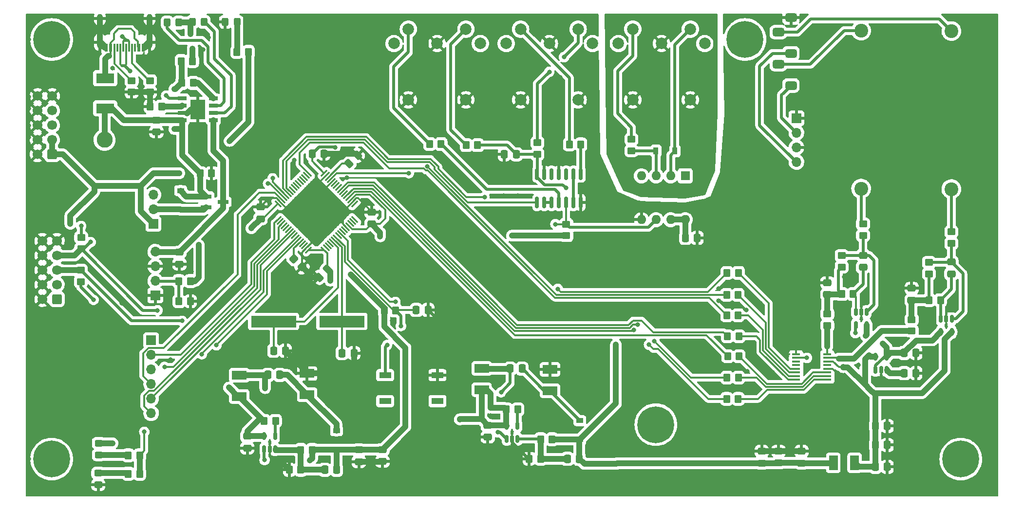
<source format=gbr>
%TF.GenerationSoftware,KiCad,Pcbnew,(6.0.0)*%
%TF.CreationDate,2023-05-12T18:21:01+02:00*%
%TF.ProjectId,main_func,6d61696e-5f66-4756-9e63-2e6b69636164,rev?*%
%TF.SameCoordinates,Original*%
%TF.FileFunction,Copper,L1,Top*%
%TF.FilePolarity,Positive*%
%FSLAX46Y46*%
G04 Gerber Fmt 4.6, Leading zero omitted, Abs format (unit mm)*
G04 Created by KiCad (PCBNEW (6.0.0)) date 2023-05-12 18:21:01*
%MOMM*%
%LPD*%
G01*
G04 APERTURE LIST*
G04 Aperture macros list*
%AMRoundRect*
0 Rectangle with rounded corners*
0 $1 Rounding radius*
0 $2 $3 $4 $5 $6 $7 $8 $9 X,Y pos of 4 corners*
0 Add a 4 corners polygon primitive as box body*
4,1,4,$2,$3,$4,$5,$6,$7,$8,$9,$2,$3,0*
0 Add four circle primitives for the rounded corners*
1,1,$1+$1,$2,$3*
1,1,$1+$1,$4,$5*
1,1,$1+$1,$6,$7*
1,1,$1+$1,$8,$9*
0 Add four rect primitives between the rounded corners*
20,1,$1+$1,$2,$3,$4,$5,0*
20,1,$1+$1,$4,$5,$6,$7,0*
20,1,$1+$1,$6,$7,$8,$9,0*
20,1,$1+$1,$8,$9,$2,$3,0*%
G04 Aperture macros list end*
%TA.AperFunction,ComponentPad*%
%ADD10C,2.400000*%
%TD*%
%TA.AperFunction,SMDPad,CuDef*%
%ADD11RoundRect,0.250000X0.475000X-0.337500X0.475000X0.337500X-0.475000X0.337500X-0.475000X-0.337500X0*%
%TD*%
%TA.AperFunction,SMDPad,CuDef*%
%ADD12R,3.150000X1.780000*%
%TD*%
%TA.AperFunction,SMDPad,CuDef*%
%ADD13RoundRect,0.250000X-0.350000X-0.450000X0.350000X-0.450000X0.350000X0.450000X-0.350000X0.450000X0*%
%TD*%
%TA.AperFunction,SMDPad,CuDef*%
%ADD14RoundRect,0.250000X-0.450000X0.350000X-0.450000X-0.350000X0.450000X-0.350000X0.450000X0.350000X0*%
%TD*%
%TA.AperFunction,ComponentPad*%
%ADD15C,0.800000*%
%TD*%
%TA.AperFunction,ComponentPad*%
%ADD16C,6.400000*%
%TD*%
%TA.AperFunction,SMDPad,CuDef*%
%ADD17RoundRect,0.250000X0.450000X-0.350000X0.450000X0.350000X-0.450000X0.350000X-0.450000X-0.350000X0*%
%TD*%
%TA.AperFunction,ComponentPad*%
%ADD18R,1.700000X1.700000*%
%TD*%
%TA.AperFunction,ComponentPad*%
%ADD19O,1.700000X1.700000*%
%TD*%
%TA.AperFunction,ComponentPad*%
%ADD20C,2.000000*%
%TD*%
%TA.AperFunction,SMDPad,CuDef*%
%ADD21RoundRect,0.250000X-0.337500X-0.475000X0.337500X-0.475000X0.337500X0.475000X-0.337500X0.475000X0*%
%TD*%
%TA.AperFunction,SMDPad,CuDef*%
%ADD22RoundRect,0.250000X0.350000X0.450000X-0.350000X0.450000X-0.350000X-0.450000X0.350000X-0.450000X0*%
%TD*%
%TA.AperFunction,SMDPad,CuDef*%
%ADD23RoundRect,0.150000X0.150000X-0.512500X0.150000X0.512500X-0.150000X0.512500X-0.150000X-0.512500X0*%
%TD*%
%TA.AperFunction,SMDPad,CuDef*%
%ADD24RoundRect,0.250000X-0.097227X0.574524X-0.574524X0.097227X0.097227X-0.574524X0.574524X-0.097227X0*%
%TD*%
%TA.AperFunction,SMDPad,CuDef*%
%ADD25RoundRect,0.250000X-0.325000X-0.450000X0.325000X-0.450000X0.325000X0.450000X-0.325000X0.450000X0*%
%TD*%
%TA.AperFunction,SMDPad,CuDef*%
%ADD26R,2.500000X1.500000*%
%TD*%
%TA.AperFunction,SMDPad,CuDef*%
%ADD27R,1.200000X0.900000*%
%TD*%
%TA.AperFunction,SMDPad,CuDef*%
%ADD28RoundRect,0.250000X0.337500X0.475000X-0.337500X0.475000X-0.337500X-0.475000X0.337500X-0.475000X0*%
%TD*%
%TA.AperFunction,ComponentPad*%
%ADD29C,2.800000*%
%TD*%
%TA.AperFunction,SMDPad,CuDef*%
%ADD30RoundRect,0.150000X0.150000X-0.825000X0.150000X0.825000X-0.150000X0.825000X-0.150000X-0.825000X0*%
%TD*%
%TA.AperFunction,SMDPad,CuDef*%
%ADD31R,1.454899X0.354800*%
%TD*%
%TA.AperFunction,SMDPad,CuDef*%
%ADD32RoundRect,0.250000X0.450000X-0.325000X0.450000X0.325000X-0.450000X0.325000X-0.450000X-0.325000X0*%
%TD*%
%TA.AperFunction,SMDPad,CuDef*%
%ADD33RoundRect,0.150000X-0.150000X0.512500X-0.150000X-0.512500X0.150000X-0.512500X0.150000X0.512500X0*%
%TD*%
%TA.AperFunction,SMDPad,CuDef*%
%ADD34R,1.900000X0.800000*%
%TD*%
%TA.AperFunction,ComponentPad*%
%ADD35RoundRect,0.250000X0.600000X0.600000X-0.600000X0.600000X-0.600000X-0.600000X0.600000X-0.600000X0*%
%TD*%
%TA.AperFunction,ComponentPad*%
%ADD36C,1.700000*%
%TD*%
%TA.AperFunction,ComponentPad*%
%ADD37R,1.600000X1.600000*%
%TD*%
%TA.AperFunction,ComponentPad*%
%ADD38O,1.600000X1.600000*%
%TD*%
%TA.AperFunction,SMDPad,CuDef*%
%ADD39R,0.600000X1.450000*%
%TD*%
%TA.AperFunction,SMDPad,CuDef*%
%ADD40R,0.300000X1.450000*%
%TD*%
%TA.AperFunction,ComponentPad*%
%ADD41O,1.000000X2.100000*%
%TD*%
%TA.AperFunction,ComponentPad*%
%ADD42O,1.000000X1.600000*%
%TD*%
%TA.AperFunction,SMDPad,CuDef*%
%ADD43R,0.900000X1.200000*%
%TD*%
%TA.AperFunction,SMDPad,CuDef*%
%ADD44RoundRect,0.075000X0.548008X-0.441942X-0.441942X0.548008X-0.548008X0.441942X0.441942X-0.548008X0*%
%TD*%
%TA.AperFunction,SMDPad,CuDef*%
%ADD45RoundRect,0.075000X0.548008X0.441942X0.441942X0.548008X-0.548008X-0.441942X-0.441942X-0.548008X0*%
%TD*%
%TA.AperFunction,SMDPad,CuDef*%
%ADD46RoundRect,0.250000X-0.475000X0.337500X-0.475000X-0.337500X0.475000X-0.337500X0.475000X0.337500X0*%
%TD*%
%TA.AperFunction,SMDPad,CuDef*%
%ADD47R,1.525000X0.700000*%
%TD*%
%TA.AperFunction,SMDPad,CuDef*%
%ADD48R,2.513000X3.402000*%
%TD*%
%TA.AperFunction,ComponentPad*%
%ADD49RoundRect,0.375000X-0.625000X0.375000X-0.625000X-0.375000X0.625000X-0.375000X0.625000X0.375000X0*%
%TD*%
%TA.AperFunction,SMDPad,CuDef*%
%ADD50R,2.100000X1.100000*%
%TD*%
%TA.AperFunction,SMDPad,CuDef*%
%ADD51R,7.875000X2.000000*%
%TD*%
%TA.AperFunction,SMDPad,CuDef*%
%ADD52RoundRect,0.250000X0.097227X-0.574524X0.574524X-0.097227X-0.097227X0.574524X-0.574524X0.097227X0*%
%TD*%
%TA.AperFunction,SMDPad,CuDef*%
%ADD53R,1.500000X2.500000*%
%TD*%
%TA.AperFunction,SMDPad,CuDef*%
%ADD54RoundRect,0.250000X0.325000X0.450000X-0.325000X0.450000X-0.325000X-0.450000X0.325000X-0.450000X0*%
%TD*%
%TA.AperFunction,SMDPad,CuDef*%
%ADD55RoundRect,0.250000X-0.565685X-0.070711X-0.070711X-0.565685X0.565685X0.070711X0.070711X0.565685X0*%
%TD*%
%TA.AperFunction,ViaPad*%
%ADD56C,0.800000*%
%TD*%
%TA.AperFunction,Conductor*%
%ADD57C,0.500000*%
%TD*%
%TA.AperFunction,Conductor*%
%ADD58C,1.000000*%
%TD*%
%TA.AperFunction,Conductor*%
%ADD59C,0.300000*%
%TD*%
G04 APERTURE END LIST*
D10*
%TO.P,C10,1*%
%TO.N,Net-(C10-Pad1)*%
X211370000Y-48520000D03*
%TO.P,C10,2*%
%TO.N,OUTL*%
X211370000Y-76020000D03*
%TD*%
D11*
%TO.P,C36,1*%
%TO.N,+3V3*%
X110600000Y-82087500D03*
%TO.P,C36,2*%
%TO.N,GND*%
X110600000Y-80012500D03*
%TD*%
D12*
%TO.P,F1,1*%
%TO.N,Net-(F1-Pad1)*%
X64300000Y-56735000D03*
%TO.P,F1,2*%
%TO.N,USB_Input_supply*%
X64300000Y-61965000D03*
%TD*%
D13*
%TO.P,R29,1*%
%TO.N,LOAD*%
X91900000Y-116350000D03*
%TO.P,R29,2*%
%TO.N,Net-(R29-Pad2)*%
X93900000Y-116350000D03*
%TD*%
D11*
%TO.P,C2,1*%
%TO.N,Net-(C2-Pad1)*%
X211370000Y-90788750D03*
%TO.P,C2,2*%
%TO.N,Net-(C2-Pad2)*%
X211370000Y-88713750D03*
%TD*%
D13*
%TO.P,R19,1*%
%TO.N,USB_Input_supply*%
X77600000Y-57550000D03*
%TO.P,R19,2*%
%TO.N,Net-(IC1-Pad8)*%
X79600000Y-57550000D03*
%TD*%
D14*
%TO.P,R16,1*%
%TO.N,Net-(J1-PadA5)*%
X72100000Y-57150000D03*
%TO.P,R16,2*%
%TO.N,GND*%
X72100000Y-59150000D03*
%TD*%
D15*
%TO.P,H4,1*%
%TO.N,N/C*%
X213000000Y-120600000D03*
X215400000Y-123000000D03*
X211302944Y-124697056D03*
X213000000Y-125400000D03*
X214697056Y-121302944D03*
X210600000Y-123000000D03*
X214697056Y-124697056D03*
X211302944Y-121302944D03*
D16*
X213000000Y-123000000D03*
%TD*%
D11*
%TO.P,C12,1*%
%TO.N,Net-(C12-Pad1)*%
X189810000Y-94379999D03*
%TO.P,C12,2*%
%TO.N,GND*%
X189810000Y-92304999D03*
%TD*%
D17*
%TO.P,R33,1*%
%TO.N,+3V3*%
X144440000Y-84130000D03*
%TO.P,R33,2*%
%TO.N,USART1_RXm*%
X144440000Y-82130000D03*
%TD*%
%TO.P,R34,1*%
%TO.N,+3V3*%
X60070000Y-92110000D03*
%TO.P,R34,2*%
%TO.N,I2C1_SDA*%
X60070000Y-90110000D03*
%TD*%
D18*
%TO.P,J9,1,Pin_1*%
%TO.N,+3V3*%
X72300000Y-102325000D03*
D19*
%TO.P,J9,2,Pin_2*%
%TO.N,SYS_JTCK-SWCLKm*%
X72300000Y-104865000D03*
%TO.P,J9,3,Pin_3*%
%TO.N,GND*%
X72300000Y-107405000D03*
%TO.P,J9,4,Pin_4*%
%TO.N,SYS_JTMS-SWDIOm*%
X72300000Y-109945000D03*
%TO.P,J9,5,Pin_5*%
%TO.N,SYS_JTRSTm*%
X72300000Y-112485000D03*
%TO.P,J9,6,Pin_6*%
%TO.N,SYS_JTDO-SWOm*%
X72300000Y-115025000D03*
%TD*%
D10*
%TO.P,C11,1*%
%TO.N,Net-(C11-Pad1)*%
X195680000Y-48440000D03*
%TO.P,C11,2*%
%TO.N,OUTR*%
X195680000Y-75940000D03*
%TD*%
D11*
%TO.P,C14,1*%
%TO.N,Net-(C14-Pad1)*%
X196010000Y-89617500D03*
%TO.P,C14,2*%
%TO.N,Net-(C14-Pad2)*%
X196010000Y-87542500D03*
%TD*%
D20*
%TO.P,U8,1*%
%TO.N,unconnected-(U8-Pad1)*%
X129500000Y-50700000D03*
%TO.P,U8,2*%
%TO.N,GND*%
X122000000Y-50700000D03*
%TO.P,U8,3*%
%TO.N,unconnected-(U8-Pad3)*%
X114500000Y-50700000D03*
%TO.P,U8,4*%
%TO.N,Net-(R26-Pad1)*%
X127000000Y-48200000D03*
%TO.P,U8,5*%
%TO.N,Net-(R23-Pad2)*%
X117000000Y-48200000D03*
%TO.P,U8,6*%
%TO.N,GND*%
X117000000Y-60500000D03*
X127000000Y-60500000D03*
%TD*%
D21*
%TO.P,C31,1*%
%TO.N,RCC_OSC_OUTm*%
X105462500Y-104550000D03*
%TO.P,C31,2*%
%TO.N,GND*%
X107537500Y-104550000D03*
%TD*%
D22*
%TO.P,R13,1*%
%TO.N,Net-(R13-Pad1)*%
X174310000Y-94430000D03*
%TO.P,R13,2*%
%TO.N,MCda*%
X172310000Y-94430000D03*
%TD*%
%TO.P,R11,1*%
%TO.N,Net-(R11-Pad1)*%
X174440000Y-101630000D03*
%TO.P,R11,2*%
%TO.N,I2S1_MCKm*%
X172440000Y-101630000D03*
%TD*%
D15*
%TO.P,H2,1*%
%TO.N,N/C*%
X53302944Y-121302944D03*
X55000000Y-120600000D03*
X57400000Y-123000000D03*
X53302944Y-124697056D03*
X52600000Y-123000000D03*
X55000000Y-125400000D03*
D16*
X55000000Y-123000000D03*
D15*
X56697056Y-124697056D03*
X56697056Y-121302944D03*
%TD*%
D23*
%TO.P,U3,1*%
%TO.N,VREF*%
X198207500Y-107467500D03*
%TO.P,U3,2,V-*%
%TO.N,GND*%
X199157500Y-107467500D03*
%TO.P,U3,3,+*%
%TO.N,VCOMda*%
X200107500Y-107467500D03*
%TO.P,U3,4,-*%
%TO.N,VREF*%
X200107500Y-105192500D03*
%TO.P,U3,5,V+*%
%TO.N,5VA*%
X198207500Y-105192500D03*
%TD*%
D21*
%TO.P,C33,1*%
%TO.N,+3V3*%
X100262500Y-69850000D03*
%TO.P,C33,2*%
%TO.N,GND*%
X102337500Y-69850000D03*
%TD*%
D24*
%TO.P,C35,1*%
%TO.N,+3V3*%
X102933623Y-89916377D03*
%TO.P,C35,2*%
%TO.N,GND*%
X101466377Y-91383623D03*
%TD*%
D22*
%TO.P,R28,1*%
%TO.N,Net-(R28-Pad1)*%
X174370000Y-90610000D03*
%TO.P,R28,2*%
%TO.N,MDda*%
X172370000Y-90610000D03*
%TD*%
D25*
%TO.P,D5,1,K*%
%TO.N,GND*%
X85175000Y-46950000D03*
%TO.P,D5,2,A*%
%TO.N,Net-(D5-Pad2)*%
X87225000Y-46950000D03*
%TD*%
D26*
%TO.P,L5,1,1*%
%TO.N,Net-(C18-Pad2)*%
X141620001Y-111097499D03*
%TO.P,L5,2,2*%
%TO.N,GND*%
X141620001Y-107397499D03*
%TD*%
D17*
%TO.P,R14,1*%
%TO.N,Net-(C14-Pad2)*%
X196010000Y-84080000D03*
%TO.P,R14,2*%
%TO.N,OUTR*%
X196010000Y-82080000D03*
%TD*%
D27*
%TO.P,D1,1,K*%
%TO.N,Net-(D1-Pad1)*%
X77400000Y-79600000D03*
%TO.P,D1,2,A*%
%TO.N,USB_Input_supply*%
X77400000Y-76300000D03*
%TD*%
D13*
%TO.P,R20,1*%
%TO.N,USB_Input_supply*%
X77500000Y-53750000D03*
%TO.P,R20,2*%
%TO.N,Net-(D2-Pad2)*%
X79500000Y-53750000D03*
%TD*%
D16*
%TO.P,H1,1*%
%TO.N,N/C*%
X55000000Y-50000000D03*
D15*
X53302944Y-48302944D03*
X56697056Y-51697056D03*
X53302944Y-51697056D03*
X56697056Y-48302944D03*
X55000000Y-47600000D03*
X57400000Y-50000000D03*
X52600000Y-50000000D03*
X55000000Y-52400000D03*
%TD*%
D28*
%TO.P,C22,1*%
%TO.N,+5V*%
X146720002Y-122947500D03*
%TO.P,C22,2*%
%TO.N,Net-(C22-Pad2)*%
X144645002Y-122947500D03*
%TD*%
D29*
%TO.P,TP3,1,1*%
%TO.N,USB_Input_supply*%
X64200000Y-67450000D03*
%TD*%
D21*
%TO.P,C18,1*%
%TO.N,Net-(C18-Pad1)*%
X134682501Y-107247499D03*
%TO.P,C18,2*%
%TO.N,Net-(C18-Pad2)*%
X136757501Y-107247499D03*
%TD*%
D26*
%TO.P,L3,1,1*%
%TO.N,Net-(C23-Pad2)*%
X99400000Y-111800000D03*
%TO.P,L3,2,2*%
%TO.N,GND*%
X99400000Y-108100000D03*
%TD*%
D21*
%TO.P,C23,1*%
%TO.N,Net-(C23-Pad1)*%
X92562500Y-108350000D03*
%TO.P,C23,2*%
%TO.N,Net-(C23-Pad2)*%
X94637500Y-108350000D03*
%TD*%
D22*
%TO.P,R18,1*%
%TO.N,Net-(IC1-Pad2)*%
X74100000Y-61650000D03*
%TO.P,R18,2*%
%TO.N,GND*%
X72100000Y-61650000D03*
%TD*%
D30*
%TO.P,U11,1,1A*%
%TO.N,USART1_TXm*%
X139360000Y-78365000D03*
%TO.P,U11,2,1Y*%
%TO.N,2A*%
X140630000Y-78365000D03*
%TO.P,U11,3,2A*%
X141900000Y-78365000D03*
%TO.P,U11,4,2Y*%
%TO.N,MIDI_OUT*%
X143170000Y-78365000D03*
%TO.P,U11,5,3A*%
%TO.N,USART1_RXm*%
X144440000Y-78365000D03*
%TO.P,U11,6,3Y*%
%TO.N,4A*%
X145710000Y-78365000D03*
%TO.P,U11,7,GND*%
%TO.N,GND*%
X146980000Y-78365000D03*
%TO.P,U11,8,4Y*%
%TO.N,MIDI_THRU*%
X146980000Y-73415000D03*
%TO.P,U11,9,4A*%
%TO.N,4A*%
X145710000Y-73415000D03*
%TO.P,U11,10,5Y*%
%TO.N,unconnected-(U11-Pad10)*%
X144440000Y-73415000D03*
%TO.P,U11,11,5A*%
%TO.N,GND*%
X143170000Y-73415000D03*
%TO.P,U11,12,6Y*%
%TO.N,unconnected-(U11-Pad12)*%
X141900000Y-73415000D03*
%TO.P,U11,13,6A*%
%TO.N,GND*%
X140630000Y-73415000D03*
%TO.P,U11,14,VCC*%
%TO.N,+5V*%
X139360000Y-73415000D03*
%TD*%
D13*
%TO.P,R37,1*%
%TO.N,LOAD*%
X134020000Y-114347500D03*
%TO.P,R37,2*%
%TO.N,Net-(R37-Pad2)*%
X136020000Y-114347500D03*
%TD*%
D31*
%TO.P,U4,1,BCK*%
%TO.N,Net-(R5-Pad2)*%
X189811348Y-109192500D03*
%TO.P,U4,2,DATA*%
%TO.N,Net-(R6-Pad2)*%
X189811348Y-108557500D03*
%TO.P,U4,3,LRCK*%
%TO.N,Net-(R7-Pad2)*%
X189811348Y-107922500D03*
%TO.P,U4,4,DGND*%
%TO.N,GND*%
X189811348Y-107287500D03*
%TO.P,U4,5,NC*%
%TO.N,unconnected-(U4-Pad5)*%
X189811348Y-106652500D03*
%TO.P,U4,6,VCC*%
%TO.N,5VA*%
X189811348Y-106017500D03*
%TO.P,U4,7,VOUTL*%
%TO.N,VOUTLda*%
X189811348Y-105382500D03*
%TO.P,U4,8,VOUTR*%
%TO.N,VOUTRda*%
X189811348Y-104747500D03*
%TO.P,U4,9,AGND*%
%TO.N,GND*%
X184368652Y-104747500D03*
%TO.P,U4,10,VCOM*%
%TO.N,VCOMda*%
X184368652Y-105382500D03*
%TO.P,U4,11,ZEROR/ZEROA*%
%TO.N,unconnected-(U4-Pad11)*%
X184368652Y-106017500D03*
%TO.P,U4,12,ZEROL/NA*%
%TO.N,unconnected-(U4-Pad12)*%
X184368652Y-106652500D03*
%TO.P,U4,13,MD*%
%TO.N,Net-(R28-Pad1)*%
X184368652Y-107287500D03*
%TO.P,U4,14,MC*%
%TO.N,Net-(R13-Pad1)*%
X184368652Y-107922500D03*
%TO.P,U4,15,ML*%
%TO.N,Net-(R12-Pad1)*%
X184368652Y-108557500D03*
%TO.P,U4,16,SCK*%
%TO.N,Net-(R11-Pad1)*%
X184368652Y-109192500D03*
%TD*%
D22*
%TO.P,R32,1*%
%TO.N,LOAD*%
X89200000Y-52150000D03*
%TO.P,R32,2*%
%TO.N,Net-(D5-Pad2)*%
X87200000Y-52150000D03*
%TD*%
D32*
%TO.P,D8,1,K*%
%TO.N,Net-(D8-Pad1)*%
X63200000Y-122275000D03*
%TO.P,D8,2,A*%
%TO.N,+3V3*%
X63200000Y-120225000D03*
%TD*%
D17*
%TO.P,R10,1*%
%TO.N,Net-(C12-Pad1)*%
X192310000Y-89580000D03*
%TO.P,R10,2*%
%TO.N,Net-(C14-Pad2)*%
X192310000Y-87580000D03*
%TD*%
D13*
%TO.P,R6,1*%
%TO.N,DATAda*%
X172360000Y-108820000D03*
%TO.P,R6,2*%
%TO.N,Net-(R6-Pad2)*%
X174360000Y-108820000D03*
%TD*%
D23*
%TO.P,U12,1,SW*%
%TO.N,Net-(C18-Pad1)*%
X134070000Y-119484998D03*
%TO.P,U12,2,GND*%
%TO.N,GND*%
X135020000Y-119484998D03*
%TO.P,U12,3,FB*%
%TO.N,Net-(C22-Pad2)*%
X135970000Y-119484998D03*
%TO.P,U12,4,EN*%
%TO.N,Net-(R37-Pad2)*%
X135970000Y-117209998D03*
%TO.P,U12,5,VIN*%
%TO.N,LOAD*%
X134070000Y-117209998D03*
%TD*%
D22*
%TO.P,R31,1*%
%TO.N,Net-(C26-Pad2)*%
X98300000Y-124850000D03*
%TO.P,R31,2*%
%TO.N,GND*%
X96300000Y-124850000D03*
%TD*%
D11*
%TO.P,C1,1*%
%TO.N,Net-(C1-Pad1)*%
X204470000Y-95351249D03*
%TO.P,C1,2*%
%TO.N,GND*%
X204470000Y-93276249D03*
%TD*%
%TO.P,C25,1*%
%TO.N,+5V*%
X181318749Y-123669999D03*
%TO.P,C25,2*%
%TO.N,GND*%
X181318749Y-121594999D03*
%TD*%
D33*
%TO.P,U1,1*%
%TO.N,Net-(C2-Pad2)*%
X211420000Y-98613750D03*
%TO.P,U1,2,V-*%
%TO.N,GND*%
X210470000Y-98613750D03*
%TO.P,U1,3,+*%
%TO.N,Net-(C2-Pad1)*%
X209520000Y-98613750D03*
%TO.P,U1,4,-*%
%TO.N,VREF*%
X209520000Y-100888750D03*
%TO.P,U1,5,V+*%
%TO.N,5VA*%
X211420000Y-100888750D03*
%TD*%
D34*
%TO.P,Q1,1,G*%
%TO.N,USB_Input_supply*%
X81800000Y-77300000D03*
%TO.P,Q1,2,S*%
%TO.N,Net-(D1-Pad1)*%
X81800000Y-79200000D03*
%TO.P,Q1,3,D*%
%TO.N,VBATT*%
X84800000Y-78250000D03*
%TD*%
D20*
%TO.P,U10,1*%
%TO.N,unconnected-(U10-Pad1)*%
X149000000Y-50700000D03*
%TO.P,U10,2*%
%TO.N,GND*%
X141500000Y-50700000D03*
%TO.P,U10,3*%
%TO.N,unconnected-(U10-Pad3)*%
X134000000Y-50700000D03*
%TO.P,U10,4*%
%TO.N,Net-(R25-Pad1)*%
X146500000Y-48200000D03*
%TO.P,U10,5*%
%TO.N,Net-(R24-Pad2)*%
X136500000Y-48200000D03*
%TO.P,U10,6*%
%TO.N,GND*%
X136500000Y-60500000D03*
X146500000Y-60500000D03*
%TD*%
D35*
%TO.P,J2,1,Pin_1*%
%TO.N,LOAD*%
X55902500Y-95171000D03*
D36*
%TO.P,J2,2,Pin_2*%
%TO.N,GND*%
X53362500Y-95171000D03*
%TO.P,J2,3,Pin_3*%
%TO.N,LOAD*%
X55902500Y-92631000D03*
%TO.P,J2,4,Pin_4*%
%TO.N,GND*%
X53362500Y-92631000D03*
%TO.P,J2,5,Pin_5*%
%TO.N,I2C1_SDA*%
X55902500Y-90091000D03*
%TO.P,J2,6,Pin_6*%
%TO.N,GND*%
X53362500Y-90091000D03*
%TO.P,J2,7,Pin_7*%
%TO.N,I2C1_SCL*%
X55902500Y-87551000D03*
%TO.P,J2,8,Pin_8*%
%TO.N,GND*%
X53362500Y-87551000D03*
%TO.P,J2,9,Pin_9*%
X55902500Y-85011000D03*
%TO.P,J2,10,Pin_10*%
X53362500Y-85011000D03*
%TD*%
D15*
%TO.P,H5,1*%
%TO.N,N/C*%
X173802944Y-51697056D03*
X175500000Y-52400000D03*
X173802944Y-48302944D03*
D16*
X175500000Y-50000000D03*
D15*
X177900000Y-50000000D03*
X175500000Y-47600000D03*
X177197056Y-48302944D03*
X177197056Y-51697056D03*
X173100000Y-50000000D03*
%TD*%
D14*
%TO.P,R27,1*%
%TO.N,MIDI_INL*%
X155750000Y-67360000D03*
%TO.P,R27,2*%
%TO.N,Net-(D4-Pad2)*%
X155750000Y-69360000D03*
%TD*%
D20*
%TO.P,U9,1*%
%TO.N,unconnected-(U9-Pad1)*%
X168500000Y-50700000D03*
%TO.P,U9,2*%
%TO.N,MIDI_IN_GND*%
X161000000Y-50700000D03*
%TO.P,U9,3*%
%TO.N,unconnected-(U9-Pad3)*%
X153500000Y-50700000D03*
%TO.P,U9,4*%
%TO.N,MIDI_INR*%
X166000000Y-48200000D03*
%TO.P,U9,5*%
%TO.N,MIDI_INL*%
X156000000Y-48200000D03*
%TO.P,U9,6*%
%TO.N,MIDI_IN_GND*%
X156000000Y-60500000D03*
X166000000Y-60500000D03*
%TD*%
D13*
%TO.P,R26,1*%
%TO.N,Net-(R26-Pad1)*%
X127030000Y-68370000D03*
%TO.P,R26,2*%
%TO.N,+5V*%
X129030000Y-68370000D03*
%TD*%
D21*
%TO.P,C7,1*%
%TO.N,5VA*%
X198165000Y-117239998D03*
%TO.P,C7,2*%
%TO.N,GND*%
X200240000Y-117239998D03*
%TD*%
%TO.P,C8,1*%
%TO.N,5VA*%
X198165002Y-120540001D03*
%TO.P,C8,2*%
%TO.N,GND*%
X200240002Y-120540001D03*
%TD*%
%TO.P,C13,1*%
%TO.N,VCOMda*%
X203160000Y-108050000D03*
%TO.P,C13,2*%
%TO.N,GND*%
X205235000Y-108050000D03*
%TD*%
D37*
%TO.P,U5,1,NC*%
%TO.N,unconnected-(U5-Pad1)*%
X165120000Y-73710000D03*
D38*
%TO.P,U5,2,A*%
%TO.N,MIDI_INR*%
X162580000Y-73710000D03*
%TO.P,U5,3,C*%
%TO.N,Net-(D4-Pad2)*%
X160040000Y-73710000D03*
%TO.P,U5,4*%
%TO.N,N/C*%
X157500000Y-73710000D03*
%TO.P,U5,5,GND*%
%TO.N,GND*%
X157500000Y-81330000D03*
%TO.P,U5,6,VO*%
%TO.N,USART1_RXm*%
X160040000Y-81330000D03*
%TO.P,U5,7,EN*%
%TO.N,+5V*%
X162580000Y-81330000D03*
%TO.P,U5,8,VCC*%
X165120000Y-81330000D03*
%TD*%
D13*
%TO.P,R5,1*%
%TO.N,BCLKda*%
X172320000Y-112530000D03*
%TO.P,R5,2*%
%TO.N,Net-(R5-Pad2)*%
X174320000Y-112530000D03*
%TD*%
D15*
%TO.P,H3,1*%
%TO.N,N/C*%
X157600000Y-117000000D03*
X158302944Y-115302944D03*
D16*
X160000000Y-117000000D03*
D15*
X160000000Y-119400000D03*
X161697056Y-118697056D03*
X162400000Y-117000000D03*
X158302944Y-118697056D03*
X160000000Y-114600000D03*
X161697056Y-115302944D03*
%TD*%
D21*
%TO.P,C30,1*%
%TO.N,RCC_OSC_INm*%
X93562500Y-104150000D03*
%TO.P,C30,2*%
%TO.N,GND*%
X95637500Y-104150000D03*
%TD*%
D39*
%TO.P,J1,A1,GND*%
%TO.N,GND*%
X70950000Y-51395000D03*
%TO.P,J1,A4,VBUS*%
%TO.N,Net-(F1-Pad1)*%
X70150000Y-51395000D03*
D40*
%TO.P,J1,A5,CC1*%
%TO.N,Net-(J1-PadA5)*%
X68950000Y-51395000D03*
%TO.P,J1,A6,D+*%
%TO.N,USB_DP1m*%
X67950000Y-51395000D03*
%TO.P,J1,A7,D-*%
%TO.N,USB_DM1m*%
X67450000Y-51395000D03*
%TO.P,J1,A8,SBU1*%
%TO.N,unconnected-(J1-PadA8)*%
X66450000Y-51395000D03*
D39*
%TO.P,J1,A9,VBUS*%
%TO.N,Net-(F1-Pad1)*%
X65250000Y-51395000D03*
%TO.P,J1,A12,GND*%
%TO.N,GND*%
X64450000Y-51395000D03*
%TO.P,J1,B1,GND*%
X64450000Y-51395000D03*
%TO.P,J1,B4,VBUS*%
%TO.N,Net-(F1-Pad1)*%
X65250000Y-51395000D03*
D40*
%TO.P,J1,B5,CC2*%
%TO.N,Net-(J1-PadB5)*%
X65950000Y-51395000D03*
%TO.P,J1,B6,D+*%
%TO.N,USB_DP1m*%
X66950000Y-51395000D03*
%TO.P,J1,B7,D-*%
%TO.N,USB_DM1m*%
X68450000Y-51395000D03*
%TO.P,J1,B8,SBU2*%
%TO.N,unconnected-(J1-PadB8)*%
X69450000Y-51395000D03*
D39*
%TO.P,J1,B9,VBUS*%
%TO.N,Net-(F1-Pad1)*%
X70150000Y-51395000D03*
%TO.P,J1,B12,GND*%
%TO.N,GND*%
X70950000Y-51395000D03*
D41*
%TO.P,J1,S1,SHIELD*%
X72020000Y-50480000D03*
D42*
X63380000Y-46300000D03*
X72020000Y-46300000D03*
D41*
X63380000Y-50480000D03*
%TD*%
D43*
%TO.P,D4,1,K*%
%TO.N,MIDI_INR*%
X163320000Y-69380000D03*
%TO.P,D4,2,A*%
%TO.N,Net-(D4-Pad2)*%
X160020000Y-69380000D03*
%TD*%
D17*
%TO.P,R8,1*%
%TO.N,VOUTRda*%
X189810000Y-99742500D03*
%TO.P,R8,2*%
%TO.N,Net-(C12-Pad1)*%
X189810000Y-97742500D03*
%TD*%
D21*
%TO.P,C6,1*%
%TO.N,5VA*%
X198165003Y-124339997D03*
%TO.P,C6,2*%
%TO.N,GND*%
X200240003Y-124339997D03*
%TD*%
D11*
%TO.P,C5,1*%
%TO.N,+5V*%
X185318748Y-123707499D03*
%TO.P,C5,2*%
%TO.N,GND*%
X185318748Y-121632499D03*
%TD*%
D18*
%TO.P,J5,1,Pin_1*%
%TO.N,GND*%
X73000000Y-94530000D03*
D19*
%TO.P,J5,2,Pin_2*%
%TO.N,/Power_dcdc/Battery_chargerm/TEMP*%
X73000000Y-91990000D03*
%TO.P,J5,3,Pin_3*%
%TO.N,GND*%
X73000000Y-89450000D03*
%TO.P,J5,4,Pin_4*%
%TO.N,VBATT*%
X73000000Y-86910000D03*
%TD*%
D28*
%TO.P,C15,1*%
%TO.N,+5V*%
X135737500Y-69970000D03*
%TO.P,C15,2*%
%TO.N,GND*%
X133662500Y-69970000D03*
%TD*%
D44*
%TO.P,U7,1,VBAT*%
%TO.N,+3V3*%
X102361181Y-86614481D03*
%TO.P,U7,2,PC13*%
%TO.N,unconnected-(U7-Pad2)*%
X102714734Y-86260928D03*
%TO.P,U7,3,PC14*%
%TO.N,unconnected-(U7-Pad3)*%
X103068287Y-85907375D03*
%TO.P,U7,4,PC15*%
%TO.N,unconnected-(U7-Pad4)*%
X103421841Y-85553821D03*
%TO.P,U7,5,PH0*%
%TO.N,RCC_OSC_INm*%
X103775394Y-85200268D03*
%TO.P,U7,6,PH1*%
%TO.N,RCC_OSC_OUTm*%
X104128948Y-84846714D03*
%TO.P,U7,7,NRST*%
%TO.N,NRSTm*%
X104482501Y-84493161D03*
%TO.P,U7,8,PC0*%
%TO.N,unconnected-(U7-Pad8)*%
X104836054Y-84139608D03*
%TO.P,U7,9,PC1*%
%TO.N,MDda*%
X105189608Y-83786054D03*
%TO.P,U7,10,PC2*%
%TO.N,unconnected-(U7-Pad10)*%
X105543161Y-83432501D03*
%TO.P,U7,11,PC3*%
%TO.N,unconnected-(U7-Pad11)*%
X105896714Y-83078948D03*
%TO.P,U7,12,VSSA*%
%TO.N,GND*%
X106250268Y-82725394D03*
%TO.P,U7,13,VDDA*%
%TO.N,+3V3*%
X106603821Y-82371841D03*
%TO.P,U7,14,PA0*%
%TO.N,unconnected-(U7-Pad14)*%
X106957375Y-82018287D03*
%TO.P,U7,15,PA1*%
%TO.N,unconnected-(U7-Pad15)*%
X107310928Y-81664734D03*
%TO.P,U7,16,PA2*%
%TO.N,unconnected-(U7-Pad16)*%
X107664481Y-81311181D03*
D45*
%TO.P,U7,17,PA3*%
%TO.N,unconnected-(U7-Pad17)*%
X107664481Y-78588819D03*
%TO.P,U7,18,VSS*%
%TO.N,GND*%
X107310928Y-78235266D03*
%TO.P,U7,19,VDD*%
%TO.N,+3V3*%
X106957375Y-77881713D03*
%TO.P,U7,20,PA4*%
%TO.N,I2S1_WSm*%
X106603821Y-77528159D03*
%TO.P,U7,21,PA5*%
%TO.N,BCLKda*%
X106250268Y-77174606D03*
%TO.P,U7,22,PA6*%
%TO.N,unconnected-(U7-Pad22)*%
X105896714Y-76821052D03*
%TO.P,U7,23,PA7*%
%TO.N,DATAda*%
X105543161Y-76467499D03*
%TO.P,U7,24,PC4*%
%TO.N,I2S1_MCKm*%
X105189608Y-76113946D03*
%TO.P,U7,25,PC5*%
%TO.N,USART3_RXm*%
X104836054Y-75760392D03*
%TO.P,U7,26,PB0*%
%TO.N,unconnected-(U7-Pad26)*%
X104482501Y-75406839D03*
%TO.P,U7,27,PB1*%
%TO.N,unconnected-(U7-Pad27)*%
X104128948Y-75053286D03*
%TO.P,U7,28,PB2*%
%TO.N,GND*%
X103775394Y-74699732D03*
%TO.P,U7,29,PB10*%
%TO.N,MCda*%
X103421841Y-74346179D03*
%TO.P,U7,30,VCAP_1*%
%TO.N,VCAP_1m*%
X103068287Y-73992625D03*
%TO.P,U7,31,VSS*%
%TO.N,GND*%
X102714734Y-73639072D03*
%TO.P,U7,32,VDD*%
%TO.N,+3V3*%
X102361181Y-73285519D03*
D44*
%TO.P,U7,33,PB12*%
%TO.N,MLda*%
X99638819Y-73285519D03*
%TO.P,U7,34,PB13*%
%TO.N,unconnected-(U7-Pad34)*%
X99285266Y-73639072D03*
%TO.P,U7,35,PB14*%
%TO.N,unconnected-(U7-Pad35)*%
X98931713Y-73992625D03*
%TO.P,U7,36,PB15*%
%TO.N,unconnected-(U7-Pad36)*%
X98578159Y-74346179D03*
%TO.P,U7,37,PC6*%
%TO.N,unconnected-(U7-Pad37)*%
X98224606Y-74699732D03*
%TO.P,U7,38,PC7*%
%TO.N,unconnected-(U7-Pad38)*%
X97871052Y-75053286D03*
%TO.P,U7,39,PC8*%
%TO.N,unconnected-(U7-Pad39)*%
X97517499Y-75406839D03*
%TO.P,U7,40,PC9*%
%TO.N,unconnected-(U7-Pad40)*%
X97163946Y-75760392D03*
%TO.P,U7,41,PA8*%
%TO.N,unconnected-(U7-Pad41)*%
X96810392Y-76113946D03*
%TO.P,U7,42,PA9*%
%TO.N,USART1_TXm*%
X96456839Y-76467499D03*
%TO.P,U7,43,PA10*%
%TO.N,USART1_RXm*%
X96103286Y-76821052D03*
%TO.P,U7,44,PA11*%
%TO.N,USB_DM1m*%
X95749732Y-77174606D03*
%TO.P,U7,45,PA12*%
%TO.N,USB_DP1m*%
X95396179Y-77528159D03*
%TO.P,U7,46,PA13*%
%TO.N,SYS_JTMS-SWDIOm*%
X95042625Y-77881713D03*
%TO.P,U7,47,VSS*%
%TO.N,GND*%
X94689072Y-78235266D03*
%TO.P,U7,48,VDD*%
%TO.N,+3V3*%
X94335519Y-78588819D03*
D45*
%TO.P,U7,49,PA14*%
%TO.N,SYS_JTCK-SWCLKm*%
X94335519Y-81311181D03*
%TO.P,U7,50,PA15*%
%TO.N,SYS_JTDIm*%
X94689072Y-81664734D03*
%TO.P,U7,51,PC10*%
%TO.N,USART3_TXm*%
X95042625Y-82018287D03*
%TO.P,U7,52,PC11*%
%TO.N,unconnected-(U7-Pad52)*%
X95396179Y-82371841D03*
%TO.P,U7,53,PC12*%
%TO.N,unconnected-(U7-Pad53)*%
X95749732Y-82725394D03*
%TO.P,U7,54,PD2*%
%TO.N,unconnected-(U7-Pad54)*%
X96103286Y-83078948D03*
%TO.P,U7,55,PB3*%
%TO.N,SYS_JTDO-SWOm*%
X96456839Y-83432501D03*
%TO.P,U7,56,PB4*%
%TO.N,SYS_JTRSTm*%
X96810392Y-83786054D03*
%TO.P,U7,57,PB5*%
%TO.N,unconnected-(U7-Pad57)*%
X97163946Y-84139608D03*
%TO.P,U7,58,PB6*%
%TO.N,I2C1_SCL*%
X97517499Y-84493161D03*
%TO.P,U7,59,PB7*%
%TO.N,I2C1_SDA*%
X97871052Y-84846714D03*
%TO.P,U7,60,BOOT0*%
%TO.N,BOOT0m*%
X98224606Y-85200268D03*
%TO.P,U7,61,PB8*%
%TO.N,unconnected-(U7-Pad61)*%
X98578159Y-85553821D03*
%TO.P,U7,62,PB9*%
%TO.N,unconnected-(U7-Pad62)*%
X98931713Y-85907375D03*
%TO.P,U7,63,VSS*%
%TO.N,GND*%
X99285266Y-86260928D03*
%TO.P,U7,64,VDD*%
%TO.N,+3V3*%
X99638819Y-86614481D03*
%TD*%
D21*
%TO.P,C16,1*%
%TO.N,+5V*%
X165142500Y-84520000D03*
%TO.P,C16,2*%
%TO.N,GND*%
X167217500Y-84520000D03*
%TD*%
D27*
%TO.P,D7,1,K*%
%TO.N,+5V*%
X146782498Y-119597498D03*
%TO.P,D7,2,A*%
%TO.N,Net-(C18-Pad2)*%
X146782498Y-116297498D03*
%TD*%
D14*
%TO.P,R35,1*%
%TO.N,+3V3*%
X60140000Y-84420000D03*
%TO.P,R35,2*%
%TO.N,I2C1_SCL*%
X60140000Y-86420000D03*
%TD*%
D22*
%TO.P,R21,1*%
%TO.N,USB_Input_supply*%
X79100000Y-92035000D03*
%TO.P,R21,2*%
%TO.N,/Power_dcdc/Battery_chargerm/TEMP*%
X77100000Y-92035000D03*
%TD*%
%TO.P,R23,1*%
%TO.N,MIDI_OUT*%
X122680000Y-68180000D03*
%TO.P,R23,2*%
%TO.N,Net-(R23-Pad2)*%
X120680000Y-68180000D03*
%TD*%
D46*
%TO.P,C28,1*%
%TO.N,+3V3*%
X112500000Y-121337500D03*
%TO.P,C28,2*%
%TO.N,GND*%
X112500000Y-123412500D03*
%TD*%
D22*
%TO.P,R30,1*%
%TO.N,+3V3*%
X100300000Y-121400000D03*
%TO.P,R30,2*%
%TO.N,Net-(C26-Pad2)*%
X98300000Y-121400000D03*
%TD*%
D26*
%TO.P,L2,1,1*%
%TO.N,LOAD*%
X87600000Y-112100000D03*
%TO.P,L2,2,2*%
%TO.N,Net-(C23-Pad1)*%
X87600000Y-108400000D03*
%TD*%
D47*
%TO.P,IC1,1,TEMP*%
%TO.N,/Power_dcdc/Battery_chargerm/TEMP*%
X77688000Y-60245000D03*
%TO.P,IC1,2,ISET*%
%TO.N,Net-(IC1-Pad2)*%
X77688000Y-61515000D03*
%TO.P,IC1,3,GND*%
%TO.N,GND*%
X77688000Y-62785000D03*
%TO.P,IC1,4,VIN*%
%TO.N,USB_Input_supply*%
X77688000Y-64055000D03*
%TO.P,IC1,5,VBAT*%
%TO.N,VBATT*%
X83112000Y-64055000D03*
%TO.P,IC1,6,~{DONE}*%
%TO.N,Net-(D3-Pad1)*%
X83112000Y-62785000D03*
%TO.P,IC1,7,~{CHRG}*%
%TO.N,Net-(D2-Pad1)*%
X83112000Y-61515000D03*
%TO.P,IC1,8,CE*%
%TO.N,Net-(IC1-Pad8)*%
X83112000Y-60245000D03*
D48*
%TO.P,IC1,9,EP*%
%TO.N,GND*%
X80400000Y-62150000D03*
%TD*%
D46*
%TO.P,C27,1*%
%TO.N,+3V3*%
X108400000Y-121375000D03*
%TO.P,C27,2*%
%TO.N,GND*%
X108400000Y-123450000D03*
%TD*%
D11*
%TO.P,C24,1*%
%TO.N,+5V*%
X178418748Y-123707499D03*
%TO.P,C24,2*%
%TO.N,GND*%
X178418748Y-121632499D03*
%TD*%
D46*
%TO.P,C21,1*%
%TO.N,LOAD*%
X89000000Y-119012500D03*
%TO.P,C21,2*%
%TO.N,GND*%
X89000000Y-121087500D03*
%TD*%
D49*
%TO.P,J4,G*%
%TO.N,GND*%
X183485000Y-46200000D03*
%TO.P,J4,S1*%
%TO.N,Net-(C10-Pad1)*%
X181285000Y-48700000D03*
%TO.P,J4,SN1*%
%TO.N,SOUTL*%
X183485000Y-58000000D03*
%TO.P,J4,T1*%
%TO.N,Net-(C11-Pad1)*%
X181285000Y-54300000D03*
%TO.P,J4,TN1*%
%TO.N,SOUTR*%
X183485000Y-52400000D03*
%TD*%
D27*
%TO.P,D6,1,K*%
%TO.N,+3V3*%
X104500000Y-121350000D03*
%TO.P,D6,2,A*%
%TO.N,Net-(C23-Pad2)*%
X104500000Y-118050000D03*
%TD*%
D50*
%TO.P,SW2,1,1*%
%TO.N,NRSTm*%
X112950000Y-108400000D03*
%TO.P,SW2,2,2*%
%TO.N,GND*%
X122050000Y-108400000D03*
%TO.P,SW2,3*%
%TO.N,N/C*%
X112950000Y-112900000D03*
%TO.P,SW2,4*%
X122050000Y-112900000D03*
%TD*%
D46*
%TO.P,C19,1*%
%TO.N,USB_Input_supply*%
X73200000Y-64012500D03*
%TO.P,C19,2*%
%TO.N,GND*%
X73200000Y-66087500D03*
%TD*%
D35*
%TO.P,J3,1,Pin_1*%
%TO.N,LOAD*%
X55097500Y-69980000D03*
D36*
%TO.P,J3,2,Pin_2*%
%TO.N,GND*%
X52557500Y-69980000D03*
%TO.P,J3,3,Pin_3*%
%TO.N,LOAD*%
X55097500Y-67440000D03*
%TO.P,J3,4,Pin_4*%
%TO.N,GND*%
X52557500Y-67440000D03*
%TO.P,J3,5,Pin_5*%
%TO.N,I2C1_SDA*%
X55097500Y-64900000D03*
%TO.P,J3,6,Pin_6*%
%TO.N,GND*%
X52557500Y-64900000D03*
%TO.P,J3,7,Pin_7*%
%TO.N,I2C1_SCL*%
X55097500Y-62360000D03*
%TO.P,J3,8,Pin_8*%
%TO.N,GND*%
X52557500Y-62360000D03*
%TO.P,J3,9,Pin_9*%
X55097500Y-59820000D03*
%TO.P,J3,10,Pin_10*%
X52557500Y-59820000D03*
%TD*%
D33*
%TO.P,U2,1*%
%TO.N,Net-(C14-Pad2)*%
X196660000Y-97380000D03*
%TO.P,U2,2,V-*%
%TO.N,GND*%
X195710000Y-97380000D03*
%TO.P,U2,3,+*%
%TO.N,Net-(C14-Pad1)*%
X194760000Y-97380000D03*
%TO.P,U2,4,-*%
%TO.N,VREF*%
X194760000Y-99655000D03*
%TO.P,U2,5,V+*%
%TO.N,5VA*%
X196660000Y-99655000D03*
%TD*%
D46*
%TO.P,C17,1*%
%TO.N,LOAD*%
X130782500Y-117110000D03*
%TO.P,C17,2*%
%TO.N,GND*%
X130782500Y-119185000D03*
%TD*%
D14*
%TO.P,R15,1*%
%TO.N,Net-(J1-PadB5)*%
X68900000Y-57150000D03*
%TO.P,R15,2*%
%TO.N,GND*%
X68900000Y-59150000D03*
%TD*%
D13*
%TO.P,R7,1*%
%TO.N,I2S1_WSm*%
X172480000Y-105100000D03*
%TO.P,R7,2*%
%TO.N,Net-(R7-Pad2)*%
X174480000Y-105100000D03*
%TD*%
D51*
%TO.P,Y1,1,1*%
%TO.N,RCC_OSC_OUTm*%
X105437500Y-99050000D03*
%TO.P,Y1,2,2*%
%TO.N,RCC_OSC_INm*%
X93562500Y-99050000D03*
%TD*%
D13*
%TO.P,R2,1*%
%TO.N,Net-(C1-Pad1)*%
X207470000Y-95351250D03*
%TO.P,R2,2*%
%TO.N,Net-(C2-Pad1)*%
X209470000Y-95351250D03*
%TD*%
D21*
%TO.P,C32,1*%
%TO.N,NRSTm*%
X118362500Y-97050000D03*
%TO.P,C32,2*%
%TO.N,GND*%
X120437500Y-97050000D03*
%TD*%
D14*
%TO.P,R25,1*%
%TO.N,Net-(R25-Pad1)*%
X139410000Y-67960000D03*
%TO.P,R25,2*%
%TO.N,+5V*%
X139410000Y-69960000D03*
%TD*%
D17*
%TO.P,R3,1*%
%TO.N,Net-(C1-Pad1)*%
X207470000Y-90751250D03*
%TO.P,R3,2*%
%TO.N,Net-(C2-Pad2)*%
X207470000Y-88751250D03*
%TD*%
D52*
%TO.P,C29,1*%
%TO.N,VCAP_1m*%
X106666377Y-71583623D03*
%TO.P,C29,2*%
%TO.N,GND*%
X108133623Y-70116377D03*
%TD*%
D18*
%TO.P,J6,1,Pin_1*%
%TO.N,GND*%
X184430000Y-63690000D03*
D19*
%TO.P,J6,2,Pin_2*%
%TO.N,SOUTL*%
X184430000Y-66230000D03*
%TO.P,J6,3,Pin_3*%
%TO.N,GND*%
X184430000Y-68770000D03*
%TO.P,J6,4,Pin_4*%
%TO.N,SOUTR*%
X184430000Y-71310000D03*
%TD*%
D17*
%TO.P,R1,1*%
%TO.N,VOUTLda*%
X204470000Y-100713750D03*
%TO.P,R1,2*%
%TO.N,Net-(C1-Pad1)*%
X204470000Y-98713750D03*
%TD*%
D11*
%TO.P,C34,1*%
%TO.N,+3V3*%
X91300000Y-81187500D03*
%TO.P,C34,2*%
%TO.N,GND*%
X91300000Y-79112500D03*
%TD*%
D32*
%TO.P,D9,1,K*%
%TO.N,GND*%
X63100000Y-127475000D03*
%TO.P,D9,2,A*%
%TO.N,Net-(D9-Pad2)*%
X63100000Y-125425000D03*
%TD*%
D28*
%TO.P,C26,1*%
%TO.N,+3V3*%
X104537500Y-124850000D03*
%TO.P,C26,2*%
%TO.N,Net-(C26-Pad2)*%
X102462500Y-124850000D03*
%TD*%
D25*
%TO.P,D2,1,K*%
%TO.N,Net-(D2-Pad1)*%
X75075000Y-47050000D03*
%TO.P,D2,2,A*%
%TO.N,Net-(D2-Pad2)*%
X77125000Y-47050000D03*
%TD*%
D22*
%TO.P,R12,1*%
%TO.N,Net-(R12-Pad1)*%
X174310000Y-97980000D03*
%TO.P,R12,2*%
%TO.N,MLda*%
X172310000Y-97980000D03*
%TD*%
D13*
%TO.P,R22,1*%
%TO.N,/Power_dcdc/Battery_chargerm/TEMP*%
X77100000Y-95535000D03*
%TO.P,R22,2*%
%TO.N,GND*%
X79100000Y-95535000D03*
%TD*%
D22*
%TO.P,R24,1*%
%TO.N,MIDI_THRU*%
X146970000Y-68250000D03*
%TO.P,R24,2*%
%TO.N,Net-(R24-Pad2)*%
X144970000Y-68250000D03*
%TD*%
D53*
%TO.P,L1,1,1*%
%TO.N,+5V*%
X190852502Y-123639998D03*
%TO.P,L1,2,2*%
%TO.N,5VA*%
X194552502Y-123639998D03*
%TD*%
D13*
%TO.P,R40,1*%
%TO.N,+3V3*%
X112800000Y-97150000D03*
%TO.P,R40,2*%
%TO.N,NRSTm*%
X114800000Y-97150000D03*
%TD*%
D22*
%TO.P,R39,1*%
%TO.N,Net-(C22-Pad2)*%
X139982500Y-122947500D03*
%TO.P,R39,2*%
%TO.N,GND*%
X137982500Y-122947500D03*
%TD*%
D17*
%TO.P,R4,1*%
%TO.N,Net-(C2-Pad2)*%
X211370000Y-85451250D03*
%TO.P,R4,2*%
%TO.N,OUTL*%
X211370000Y-83451250D03*
%TD*%
D46*
%TO.P,C20,1*%
%TO.N,VBATT*%
X77200000Y-86997500D03*
%TO.P,C20,2*%
%TO.N,GND*%
X77200000Y-89072500D03*
%TD*%
D22*
%TO.P,R41,1*%
%TO.N,USART3_TXm*%
X70300000Y-122350000D03*
%TO.P,R41,2*%
%TO.N,Net-(D8-Pad1)*%
X68300000Y-122350000D03*
%TD*%
D21*
%TO.P,C9,1*%
%TO.N,VREF*%
X203160000Y-104530000D03*
%TO.P,C9,2*%
%TO.N,GND*%
X205235000Y-104530000D03*
%TD*%
D23*
%TO.P,U6,1,SW*%
%TO.N,Net-(C23-Pad1)*%
X91950000Y-121287500D03*
%TO.P,U6,2,GND*%
%TO.N,GND*%
X92900000Y-121287500D03*
%TO.P,U6,3,FB*%
%TO.N,Net-(C26-Pad2)*%
X93850000Y-121287500D03*
%TO.P,U6,4,EN*%
%TO.N,Net-(R29-Pad2)*%
X93850000Y-119012500D03*
%TO.P,U6,5,VIN*%
%TO.N,LOAD*%
X91950000Y-119012500D03*
%TD*%
D13*
%TO.P,R9,1*%
%TO.N,Net-(C12-Pad1)*%
X192310000Y-94280000D03*
%TO.P,R9,2*%
%TO.N,Net-(C14-Pad1)*%
X194310000Y-94280000D03*
%TD*%
D54*
%TO.P,D3,1,K*%
%TO.N,Net-(D3-Pad1)*%
X81525000Y-46950000D03*
%TO.P,D3,2,A*%
%TO.N,Net-(D2-Pad2)*%
X79475000Y-46950000D03*
%TD*%
D18*
%TO.P,SW1,1,A*%
%TO.N,LOAD*%
X72675000Y-82075000D03*
D19*
%TO.P,SW1,2,B*%
%TO.N,Net-(D1-Pad1)*%
X72675000Y-79535000D03*
%TO.P,SW1,3,C*%
%TO.N,unconnected-(SW1-Pad3)*%
X72675000Y-76995000D03*
%TD*%
D55*
%TO.P,R36,1*%
%TO.N,BOOT0m*%
X97092893Y-88142893D03*
%TO.P,R36,2*%
%TO.N,GND*%
X98507107Y-89557107D03*
%TD*%
D22*
%TO.P,R17,1*%
%TO.N,GND*%
X82800000Y-73250000D03*
%TO.P,R17,2*%
%TO.N,USB_Input_supply*%
X80800000Y-73250000D03*
%TD*%
%TO.P,R38,1*%
%TO.N,+5V*%
X141982500Y-119547499D03*
%TO.P,R38,2*%
%TO.N,Net-(C22-Pad2)*%
X139982500Y-119547499D03*
%TD*%
D26*
%TO.P,L4,1,1*%
%TO.N,LOAD*%
X129732499Y-110917501D03*
%TO.P,L4,2,2*%
%TO.N,Net-(C18-Pad1)*%
X129732499Y-107217501D03*
%TD*%
D22*
%TO.P,R42,1*%
%TO.N,USART3_TXm*%
X70300000Y-125550000D03*
%TO.P,R42,2*%
%TO.N,Net-(D9-Pad2)*%
X68300000Y-125550000D03*
%TD*%
D56*
%TO.N,+5V*%
X144390000Y-75840000D03*
X153070000Y-103100000D03*
%TO.N,5VA*%
X196510000Y-101520000D03*
X197030000Y-104940000D03*
%TO.N,VREF*%
X199440000Y-102880000D03*
X194670000Y-101070000D03*
%TO.N,VCOMda*%
X186270000Y-105390000D03*
X201660000Y-108050000D03*
%TO.N,LOAD*%
X58237000Y-82068000D03*
X85800000Y-110550000D03*
X85900000Y-67650000D03*
X125910000Y-116090000D03*
X77200000Y-73250000D03*
%TO.N,Net-(C18-Pad1)*%
X133102500Y-111355000D03*
X132512500Y-118335000D03*
%TO.N,USB_Input_supply*%
X76300000Y-58650000D03*
X76300000Y-65550000D03*
X80600000Y-85750000D03*
X79650000Y-77300000D03*
%TO.N,Net-(C23-Pad1)*%
X92000000Y-123150000D03*
X92100000Y-110650000D03*
%TO.N,+3V3*%
X62280000Y-95290000D03*
X89700000Y-82850000D03*
X104300000Y-68750500D03*
X106950000Y-90900000D03*
X99900000Y-123250000D03*
X112100000Y-84250000D03*
X60120000Y-82440000D03*
X65600000Y-120250000D03*
X135000000Y-84120000D03*
X103400000Y-91950000D03*
%TO.N,NRSTm*%
X113300000Y-103150000D03*
X115700000Y-99850000D03*
%TO.N,Net-(D2-Pad2)*%
X79100000Y-49050000D03*
X79500000Y-51550000D03*
%TO.N,/Power_dcdc/Battery_chargerm/TEMP*%
X74900000Y-59750000D03*
%TO.N,GND*%
X192600000Y-115120000D03*
X191490000Y-117440000D03*
X123950000Y-110870000D03*
X206680000Y-128750000D03*
X208789999Y-114680000D03*
X175340000Y-121060000D03*
X183270000Y-89730000D03*
X193670000Y-103710000D03*
X168560000Y-127800000D03*
X96600000Y-94330000D03*
X61650000Y-109550000D03*
X161520000Y-112470000D03*
X59910000Y-76000000D03*
X51000000Y-121000000D03*
X201790000Y-113680000D03*
X215130000Y-58580000D03*
X186920000Y-66740000D03*
X180990000Y-92460000D03*
X181990000Y-96460000D03*
X199820000Y-114630000D03*
X178200000Y-95890000D03*
X107510000Y-59510000D03*
X209650001Y-128800000D03*
X178069000Y-46148000D03*
X65000000Y-129000000D03*
X51000000Y-65000000D03*
X218710000Y-89890000D03*
X131000000Y-129000000D03*
X51000000Y-85000000D03*
X70230000Y-60750000D03*
X88470000Y-89320000D03*
X170890000Y-93340000D03*
X218680000Y-118660000D03*
X212650000Y-127800000D03*
X211850001Y-114680000D03*
X141980000Y-125030000D03*
X121000000Y-129000000D03*
X209360000Y-81130000D03*
X214760001Y-114680000D03*
X196570000Y-115170000D03*
X183260000Y-80570000D03*
X181980000Y-75300000D03*
X184270000Y-93730000D03*
X175480000Y-116370000D03*
X178480000Y-117370000D03*
X211540000Y-55600000D03*
X181990000Y-94460000D03*
X52377000Y-45916000D03*
X136300000Y-74270000D03*
X188040000Y-80810000D03*
X157070000Y-120590000D03*
X174559999Y-128800000D03*
X90000000Y-46000000D03*
X69000000Y-129000000D03*
X83170000Y-86050000D03*
X61860000Y-54630000D03*
X183260000Y-83570000D03*
X142530000Y-67420000D03*
X98660000Y-57170000D03*
X163570000Y-96970000D03*
X200820000Y-114630000D03*
X213650000Y-128800000D03*
X184260000Y-86570000D03*
X210650000Y-127800000D03*
X115000000Y-87560000D03*
X218670000Y-97160000D03*
X213850000Y-114680000D03*
X99080000Y-61180000D03*
X67210000Y-95900000D03*
X76860000Y-82640000D03*
X136230000Y-97570000D03*
X83240000Y-71540000D03*
X207540000Y-61230000D03*
X218630000Y-110400000D03*
X182030000Y-99400000D03*
X195680000Y-61050000D03*
X182030000Y-101400000D03*
X202310000Y-61330000D03*
X149550000Y-91970000D03*
X83540000Y-90410000D03*
X183270000Y-94730000D03*
X204679999Y-128750000D03*
X129730000Y-71570000D03*
X199570000Y-49640000D03*
X51000000Y-77000000D03*
X215650000Y-127800000D03*
X143500000Y-116060000D03*
X179480000Y-117370000D03*
X105000000Y-129000000D03*
X190800000Y-128800000D03*
X104180000Y-50710000D03*
X126900000Y-101900000D03*
X121760000Y-81880000D03*
X185920000Y-98730000D03*
X174510000Y-117320000D03*
X150380000Y-76780000D03*
X118530000Y-108360000D03*
X175810000Y-100050000D03*
X85000000Y-129000000D03*
X156910000Y-91510000D03*
X181030000Y-103400000D03*
X170560000Y-128800000D03*
X99140000Y-77070000D03*
X186330000Y-92360000D03*
X125810000Y-125510000D03*
X218630000Y-123840000D03*
X76060000Y-90510000D03*
X207750000Y-74710000D03*
X208360000Y-64140000D03*
X181980000Y-79300000D03*
X189600000Y-115120000D03*
X180980000Y-78300000D03*
X193830000Y-70200000D03*
X59825000Y-122455000D03*
X99000000Y-129000000D03*
X218630000Y-127840000D03*
X218710000Y-88890000D03*
X190489999Y-117440000D03*
X51000000Y-79000000D03*
X128460000Y-122470000D03*
X92080000Y-61720000D03*
X181990000Y-93460000D03*
X182680000Y-128850000D03*
X186680000Y-128850000D03*
X51000000Y-96000000D03*
X51000000Y-90000000D03*
X149060000Y-108810000D03*
X203680000Y-127750000D03*
X218680000Y-113660000D03*
X99510000Y-96580000D03*
X137010000Y-92010000D03*
X145580000Y-88030000D03*
X140960000Y-126630000D03*
X150400000Y-84560000D03*
X106300000Y-123000000D03*
X104040000Y-105890000D03*
X218670000Y-99160000D03*
X79200000Y-111100000D03*
X180980000Y-80300000D03*
X148970000Y-57790000D03*
X218630000Y-104400000D03*
X216760001Y-113680000D03*
X182479999Y-117370000D03*
X127790000Y-75630000D03*
X183270000Y-88730000D03*
X131260000Y-115430000D03*
X70380000Y-47530000D03*
X148000000Y-46000000D03*
X126480000Y-81360000D03*
X147060000Y-91750000D03*
X91400000Y-102800000D03*
X82480000Y-107070000D03*
X111410000Y-90930000D03*
X210190000Y-69140000D03*
X155510000Y-103870000D03*
X144120000Y-50460000D03*
X188800000Y-128800000D03*
X183890000Y-101880000D03*
X87000000Y-129000000D03*
X181030000Y-101400000D03*
X181990000Y-87460000D03*
X87300000Y-76540000D03*
X63670000Y-104270000D03*
X217710000Y-89890000D03*
X91500000Y-56080000D03*
X149000000Y-129000000D03*
X181030000Y-102400000D03*
X185490000Y-116440000D03*
X148560000Y-112860000D03*
X184270000Y-91730000D03*
X218710000Y-85890000D03*
X192800000Y-127800000D03*
X183260000Y-82570000D03*
X69800000Y-69720000D03*
X105870000Y-111640000D03*
X60470000Y-98730000D03*
X184260000Y-79570000D03*
X169360000Y-110380000D03*
X73270000Y-125820000D03*
X68540000Y-112040000D03*
X68610000Y-67520000D03*
X180990000Y-93460000D03*
X217630000Y-125840000D03*
X77800000Y-110400000D03*
X218670000Y-101160000D03*
X215760001Y-114680000D03*
X194490000Y-116440000D03*
X218630000Y-106400000D03*
X193800000Y-127800000D03*
X218680000Y-119660000D03*
X217630000Y-123840000D03*
X173780000Y-63540000D03*
X214649999Y-128800000D03*
X168700000Y-97190000D03*
X155000000Y-129000000D03*
X194270000Y-90710000D03*
X131800000Y-81160000D03*
X74060000Y-53010000D03*
X184270000Y-98730000D03*
X206140000Y-52850000D03*
X85990000Y-53900000D03*
X189940000Y-57790000D03*
X196459999Y-116490000D03*
X145770000Y-104260000D03*
X134030000Y-59240000D03*
X217710000Y-85890000D03*
X141560000Y-59990000D03*
X181990000Y-88460000D03*
X180480000Y-115009999D03*
X150320000Y-112940000D03*
X126000000Y-46000000D03*
X77580000Y-48810000D03*
X183270000Y-87730000D03*
X94500000Y-94910000D03*
X217710000Y-84890000D03*
X189490000Y-117440000D03*
X155290000Y-116010000D03*
X181480000Y-115009999D03*
X184260000Y-85570000D03*
X94470000Y-112150000D03*
X140550000Y-115470000D03*
X218630000Y-126840000D03*
X183260000Y-86570000D03*
X217710000Y-87890000D03*
X89000000Y-129000000D03*
X116880000Y-89700000D03*
X216650000Y-128800000D03*
X97100000Y-48700000D03*
X58310000Y-110640000D03*
X139000000Y-46000000D03*
X127930000Y-87520000D03*
X217630000Y-110400000D03*
X196800000Y-128800000D03*
X183270000Y-93730000D03*
X175530000Y-58770000D03*
X218710000Y-90890000D03*
X180990000Y-91460000D03*
X77800000Y-113300000D03*
X181680000Y-127850000D03*
X84900000Y-65850000D03*
X162870000Y-120170000D03*
X204790000Y-113680000D03*
X189490000Y-116440000D03*
X184270000Y-97730000D03*
X76400000Y-112900000D03*
X183270000Y-91730000D03*
X185600001Y-115120000D03*
X180680000Y-128850000D03*
X52000000Y-128000000D03*
X94820000Y-53740000D03*
X106090000Y-114980000D03*
X68180000Y-107440000D03*
X207270000Y-117770000D03*
X194600000Y-114120000D03*
X82000000Y-129000000D03*
X177480001Y-117370000D03*
X112700000Y-110700000D03*
X82410000Y-126030000D03*
X93020000Y-126900000D03*
X205730000Y-124140000D03*
X121970000Y-94010000D03*
X68810000Y-73930000D03*
X176500000Y-110410000D03*
X82970000Y-56540000D03*
X100090000Y-100370000D03*
X180990000Y-87460000D03*
X187040000Y-74500000D03*
X185860000Y-56590000D03*
X194800000Y-127800000D03*
X161470000Y-98880000D03*
X200180000Y-96220000D03*
X103970000Y-95950000D03*
X60120000Y-67920000D03*
X180730000Y-50680000D03*
X168780000Y-89860000D03*
X55474000Y-97500000D03*
X190610000Y-76960000D03*
X115000000Y-46000000D03*
X208790000Y-113680000D03*
X110020000Y-78230000D03*
X85060000Y-82860000D03*
X164470000Y-99370000D03*
X180980000Y-79300000D03*
X145000000Y-46000000D03*
X217710000Y-88890000D03*
X175560000Y-127800000D03*
X196460000Y-117490000D03*
X175900000Y-107710000D03*
X149650000Y-103170000D03*
X51000000Y-62000000D03*
X51000000Y-92000000D03*
X135320000Y-92640000D03*
X183260000Y-85570000D03*
X103070000Y-77350000D03*
X61000000Y-46000000D03*
X216760000Y-114680000D03*
X215210000Y-87190000D03*
X178680000Y-128850000D03*
X183270000Y-92730000D03*
X66000000Y-46000000D03*
X217630000Y-105400000D03*
X180980000Y-81300000D03*
X95630000Y-65390000D03*
X51000000Y-52000000D03*
X87830000Y-73590000D03*
X185490001Y-117440000D03*
X54390000Y-110500000D03*
X205790000Y-114680000D03*
X86600000Y-104300000D03*
X217630000Y-104400000D03*
X85570000Y-85910000D03*
X182589999Y-115050000D03*
X218680000Y-112660000D03*
X87670000Y-92660000D03*
X163240000Y-91090000D03*
X201680000Y-88280000D03*
X65190000Y-93280000D03*
X157000000Y-129000000D03*
X218670000Y-100160000D03*
X96210000Y-122900000D03*
X128490000Y-55010000D03*
X209540000Y-92050000D03*
X143390000Y-56580000D03*
X165360000Y-103520000D03*
X176560000Y-127800000D03*
X193600000Y-114120000D03*
X64000000Y-101640000D03*
X218630000Y-124840000D03*
X199680001Y-128750000D03*
X110060000Y-50630000D03*
X183590000Y-114050000D03*
X129890000Y-79560000D03*
X169470000Y-119820000D03*
X90040000Y-111060000D03*
X167910000Y-107610000D03*
X60000000Y-129000000D03*
X183360000Y-119450000D03*
X97960000Y-115270000D03*
X176480000Y-117370000D03*
X197680000Y-127750000D03*
X186490000Y-117440000D03*
X144010000Y-104770000D03*
X217680000Y-118660000D03*
X175480000Y-117370000D03*
X51000000Y-112000000D03*
X215650000Y-128800000D03*
X103620000Y-55870000D03*
X90200000Y-104500000D03*
X155910000Y-108480000D03*
X51000000Y-123000000D03*
X135000000Y-46000000D03*
X133760000Y-74250000D03*
X94500000Y-90700000D03*
X51000000Y-67000000D03*
X199950000Y-77140000D03*
X189800000Y-127800000D03*
X123000000Y-46000000D03*
X122050000Y-101060000D03*
X186600000Y-115120000D03*
X84260000Y-88370000D03*
X124530000Y-86040000D03*
X193600000Y-115120000D03*
X78480000Y-118670000D03*
X181980000Y-83300000D03*
X195670000Y-119400000D03*
X139120000Y-114630000D03*
X218630000Y-105400000D03*
X217710000Y-81890000D03*
X132380000Y-102910000D03*
X165100000Y-128980000D03*
X191600000Y-115120000D03*
X184590000Y-114050000D03*
X218630000Y-107400000D03*
X218670000Y-92160000D03*
X164350000Y-105360000D03*
X184260000Y-80570000D03*
X218680000Y-121660000D03*
X206180000Y-92550000D03*
X204070000Y-70190000D03*
X174860000Y-125900000D03*
X184270000Y-89730000D03*
X217710000Y-83890000D03*
X206420000Y-57170000D03*
X146030000Y-107300000D03*
X76280000Y-74830000D03*
X184680000Y-127850000D03*
X186730000Y-83670000D03*
X178600000Y-91660000D03*
X190599999Y-115120000D03*
X217670000Y-100160000D03*
X180980000Y-82300000D03*
X114170000Y-98890000D03*
X181480000Y-117370000D03*
X192450000Y-125990000D03*
X135070000Y-79420000D03*
X85720000Y-115420000D03*
X215270000Y-91040000D03*
X84770000Y-95560000D03*
X51000000Y-113000000D03*
X218630000Y-102400000D03*
X203790001Y-114680000D03*
X181980000Y-86300000D03*
X78820000Y-81800000D03*
X218670000Y-96160000D03*
X55000000Y-128000000D03*
X217630000Y-122840000D03*
X192599999Y-114120000D03*
X172560000Y-127800000D03*
X185680000Y-127850000D03*
X184270000Y-87730000D03*
X183480000Y-117370000D03*
X60380000Y-70220000D03*
X98530000Y-79670000D03*
X133620000Y-125240000D03*
X156690000Y-126790000D03*
X171560000Y-128800000D03*
X172830000Y-84990000D03*
X217670000Y-97160000D03*
X106880000Y-127420000D03*
X159330000Y-107360000D03*
X51000000Y-98000000D03*
X183260000Y-84570000D03*
X217670000Y-95160000D03*
X118530000Y-114030000D03*
X181030000Y-100400000D03*
X119060000Y-111590000D03*
X217630000Y-126840000D03*
X183680000Y-128850000D03*
X95880000Y-118030000D03*
X218710000Y-81890000D03*
X60410000Y-49630000D03*
X170570000Y-117860000D03*
X145000000Y-129000000D03*
X201680000Y-127750000D03*
X87640000Y-69180000D03*
X180680000Y-127850000D03*
X192770000Y-91280000D03*
X201680000Y-128750000D03*
X174370000Y-79900000D03*
X107030000Y-93670000D03*
X57000000Y-128000000D03*
X183260000Y-76570000D03*
X218710000Y-84890000D03*
X216650000Y-127800000D03*
X205160000Y-85100000D03*
X201680000Y-98060000D03*
X119160000Y-52350000D03*
X209650000Y-127800000D03*
X56570000Y-55250000D03*
X218630000Y-103400000D03*
X180980000Y-85300000D03*
X101950000Y-80770000D03*
X146820000Y-97620000D03*
X195460000Y-117490000D03*
X180990000Y-96460000D03*
X191720000Y-102360000D03*
X202680000Y-127750000D03*
X193800000Y-128800000D03*
X206650000Y-49360000D03*
X131420000Y-86230000D03*
X169560000Y-105810000D03*
X180480000Y-114009999D03*
X59000000Y-128000000D03*
X126950000Y-113700000D03*
X103710000Y-71500000D03*
X51000000Y-119000000D03*
X155630000Y-96590000D03*
X79210000Y-68850000D03*
X174761000Y-56360000D03*
X207972000Y-122871000D03*
X190020000Y-69980000D03*
X91300000Y-105900000D03*
X180990000Y-95460000D03*
X174340000Y-67940000D03*
X84900000Y-51950000D03*
X215760001Y-113680000D03*
X103000000Y-129000000D03*
X139860000Y-94180000D03*
X187800000Y-127800000D03*
X143000000Y-129000000D03*
X94820000Y-50330000D03*
X59000000Y-46000000D03*
X218670000Y-95160000D03*
X217710000Y-90890000D03*
X51000000Y-87000000D03*
X86480000Y-126420000D03*
X119200000Y-99400000D03*
X215130000Y-117290000D03*
X126560000Y-108390000D03*
X114630000Y-93440000D03*
X181980000Y-84300000D03*
X181980000Y-81300000D03*
X118610000Y-122620000D03*
X111820000Y-118470000D03*
X116850000Y-78100000D03*
X164580000Y-118200000D03*
X78880000Y-74630000D03*
X190600000Y-114120000D03*
X187490001Y-116440000D03*
X183270000Y-90730000D03*
X176300000Y-94440000D03*
X217680000Y-120660000D03*
X75620000Y-105690000D03*
X68000000Y-46000000D03*
X177480000Y-116370000D03*
X181030000Y-99400000D03*
X214650000Y-127800000D03*
X127380000Y-97320000D03*
X179680001Y-128850000D03*
X183680000Y-127850000D03*
X51000000Y-69000000D03*
X169560000Y-127800000D03*
X142000000Y-121500000D03*
X150790000Y-97900000D03*
X63570000Y-59370000D03*
X168560000Y-128800000D03*
X110400000Y-102390000D03*
X218710000Y-82890000D03*
X181980000Y-80300000D03*
X212650000Y-128800000D03*
X181990000Y-92460000D03*
X144520000Y-96670000D03*
X109240000Y-64260000D03*
X149410000Y-67070000D03*
X186160000Y-50450000D03*
X54900000Y-116230000D03*
X183480000Y-116370000D03*
X195200000Y-106590000D03*
X203700000Y-90190000D03*
X97160000Y-70940000D03*
X217710000Y-86890000D03*
X173510000Y-117320000D03*
X111300000Y-100810000D03*
X138670000Y-53850000D03*
X51000000Y-102000000D03*
X184480000Y-117370000D03*
X120040000Y-118690000D03*
X218680000Y-117660000D03*
X192000000Y-53190000D03*
X81300000Y-51800000D03*
X51000000Y-94000000D03*
X212850001Y-114680000D03*
X174560000Y-127800000D03*
X104060000Y-82490000D03*
X101140000Y-82830000D03*
X66150000Y-69780000D03*
X123740000Y-119620000D03*
X135830000Y-111170000D03*
X181480000Y-113010000D03*
X181980000Y-85300000D03*
X211420000Y-60430000D03*
X207940000Y-99520000D03*
X94000000Y-46000000D03*
X213450000Y-52560000D03*
X184260000Y-76570000D03*
X209790000Y-114680000D03*
X218630000Y-122840000D03*
X73980000Y-50680000D03*
X143390000Y-61220000D03*
X194600001Y-115120000D03*
X67600000Y-114330000D03*
X122240000Y-63960000D03*
X200680000Y-127750000D03*
X188360000Y-126760000D03*
X97360000Y-102410000D03*
X197930000Y-72100000D03*
X195570001Y-114170000D03*
X109000000Y-129000000D03*
X217830000Y-57730000D03*
X206790000Y-113680000D03*
X200820000Y-113630000D03*
X132000000Y-46000000D03*
X166980000Y-98430000D03*
X218630000Y-128840000D03*
X196230000Y-65410000D03*
X163100000Y-128980000D03*
X183260000Y-77570000D03*
X108540000Y-86280000D03*
X97000000Y-46000000D03*
X175560000Y-128800000D03*
X181980000Y-77300000D03*
X202790000Y-113680000D03*
X176690000Y-86940000D03*
X51000000Y-108000000D03*
X141000000Y-46000000D03*
X137700000Y-63510000D03*
X121940000Y-125500000D03*
X184260000Y-84570000D03*
X195470000Y-54590000D03*
X72690000Y-122550000D03*
X139000000Y-129000000D03*
X169330000Y-115330000D03*
X51000000Y-54000000D03*
X133000000Y-46000000D03*
X192380000Y-82030000D03*
X97470000Y-66660000D03*
X97050000Y-128770000D03*
X192170000Y-99590000D03*
X113810000Y-67300000D03*
X199100000Y-98430000D03*
X181990000Y-91460000D03*
X151490000Y-117430000D03*
X137850000Y-110500000D03*
X152090000Y-126060000D03*
X77210000Y-125670000D03*
X114000000Y-129000000D03*
X188290000Y-111970000D03*
X208650000Y-127800000D03*
X202650000Y-82960000D03*
X146030000Y-110750000D03*
X116920000Y-68420000D03*
X141790000Y-86760000D03*
X80000000Y-129000000D03*
X150350000Y-87780000D03*
X206680000Y-127750000D03*
X182590000Y-114050000D03*
X82400000Y-98000000D03*
X51000000Y-88000000D03*
X167560000Y-127800000D03*
X213650000Y-127800000D03*
X51000000Y-117000000D03*
X217490000Y-75430000D03*
X108630000Y-109320000D03*
X214120000Y-107310000D03*
X204680000Y-127750000D03*
X184260000Y-82570000D03*
X181990000Y-95460000D03*
X180980000Y-76300000D03*
X196569999Y-114170000D03*
X199120000Y-54470000D03*
X210790000Y-113680000D03*
X99340000Y-50460000D03*
X118220000Y-91720000D03*
X132880000Y-123110000D03*
X174510000Y-116320000D03*
X187490000Y-117440000D03*
X116000000Y-129000000D03*
X180480000Y-113009999D03*
X161000000Y-129000000D03*
X184260000Y-77570000D03*
X206660000Y-97720000D03*
X217710000Y-82890000D03*
X211570000Y-96590000D03*
X75590000Y-114420000D03*
X182030000Y-103400000D03*
X194799999Y-128800000D03*
X218630000Y-108400000D03*
X183270000Y-96730000D03*
X187600001Y-114120000D03*
X204790000Y-114680000D03*
X88400000Y-105800000D03*
X76770000Y-122060000D03*
X172586000Y-45993000D03*
X142620000Y-80610000D03*
X51000000Y-58000000D03*
X189600000Y-114120000D03*
X198680000Y-128750000D03*
X170310000Y-99440000D03*
X90690000Y-49340000D03*
X195800000Y-127800000D03*
X93000000Y-129000000D03*
X180980000Y-77300000D03*
X76550000Y-81420000D03*
X55080000Y-79430000D03*
X181680000Y-128850000D03*
X150750000Y-106290000D03*
X53340000Y-113750000D03*
X53000000Y-128000000D03*
X184590000Y-115050000D03*
X182030000Y-98400000D03*
X183260000Y-81570000D03*
X141300000Y-98220000D03*
X63700000Y-83300000D03*
X79320000Y-90340000D03*
X135150000Y-56020000D03*
X69270000Y-117410000D03*
X181480000Y-114009999D03*
X170940000Y-95470000D03*
X160230000Y-96930000D03*
X147000000Y-129000000D03*
X135980000Y-77200000D03*
X184260000Y-78570000D03*
X208650000Y-128800000D03*
X103460000Y-79740000D03*
X60130000Y-113770000D03*
X140720000Y-103340000D03*
X51000000Y-100000000D03*
X112000000Y-46000000D03*
X65030000Y-78170000D03*
X176370000Y-103260000D03*
X169560001Y-128800000D03*
X100930000Y-117600000D03*
X67860000Y-69870000D03*
X191800000Y-127800000D03*
X191490000Y-116440000D03*
X121000000Y-46000000D03*
X195460001Y-116490000D03*
X71860000Y-53330000D03*
X173560000Y-128800000D03*
X56470000Y-76150000D03*
X106000000Y-46000000D03*
X183270000Y-97730000D03*
X218710000Y-83890000D03*
X217630000Y-108400000D03*
X194190000Y-88920000D03*
X180480000Y-116370000D03*
X88750000Y-71260000D03*
X184270000Y-88730000D03*
X137000000Y-129000000D03*
X113560000Y-74990000D03*
X211650000Y-127800000D03*
X184260000Y-75570000D03*
X125000000Y-129000000D03*
X182030000Y-102400000D03*
X124600000Y-99150000D03*
X203790000Y-113680000D03*
X218630000Y-111400000D03*
X218000000Y-47000000D03*
X88700000Y-103000000D03*
X103000000Y-46000000D03*
X58280000Y-105620000D03*
X218680000Y-114660000D03*
X95370000Y-93170000D03*
X57510000Y-107380000D03*
X59790000Y-61770000D03*
X119900000Y-106370000D03*
X184260000Y-83570000D03*
X218630000Y-125840000D03*
X112640000Y-88720000D03*
X205680000Y-128750000D03*
X101030000Y-76470000D03*
X122760000Y-58680000D03*
X183260000Y-78570000D03*
X111000000Y-129000000D03*
X194370000Y-62900000D03*
X64000000Y-129000000D03*
X182680000Y-127850000D03*
X207260000Y-107640000D03*
X51000000Y-56000000D03*
X203860000Y-63510000D03*
X143140000Y-89680000D03*
X76930000Y-51560000D03*
X215240000Y-81550000D03*
X116580000Y-126520000D03*
X108190000Y-117450000D03*
X182030000Y-100400000D03*
X89960000Y-74890000D03*
X51000000Y-47000000D03*
X181030000Y-97400000D03*
X180990000Y-88460000D03*
X173510000Y-116320000D03*
X124570000Y-82000000D03*
X180990000Y-89460000D03*
X113000000Y-46000000D03*
X73000000Y-129000000D03*
X127000000Y-129000000D03*
X82240000Y-49610000D03*
X133090000Y-94260000D03*
X170560000Y-127800000D03*
X142160000Y-71210000D03*
X119000000Y-46000000D03*
X181480000Y-116370000D03*
X180980000Y-83300000D03*
X85210000Y-90550000D03*
X192200000Y-65190000D03*
X188600000Y-115120000D03*
X217630000Y-102400000D03*
X183770000Y-126400000D03*
X180980000Y-84300000D03*
X74770000Y-58220000D03*
X162700000Y-109770000D03*
X188490000Y-117440000D03*
X214760001Y-113680000D03*
X208890000Y-52850000D03*
X188800000Y-87380000D03*
X141000000Y-129000000D03*
X217630000Y-103400000D03*
X94270000Y-56330000D03*
X62000000Y-129000000D03*
X186600000Y-114120000D03*
X198950000Y-59360000D03*
X204270000Y-73310000D03*
X189800001Y-128800000D03*
X148910000Y-121320000D03*
X213596000Y-118460000D03*
X217630000Y-111400000D03*
X217630000Y-106400000D03*
X217630000Y-124840000D03*
X200680000Y-128750000D03*
X177100000Y-114350000D03*
X81060000Y-64840000D03*
X181980000Y-78300000D03*
X193490000Y-116440000D03*
X218710000Y-87890000D03*
X167560000Y-128800000D03*
X171110000Y-125770000D03*
X191570000Y-96220000D03*
X91000000Y-129000000D03*
X95930000Y-114680000D03*
X214900000Y-111460000D03*
X51000000Y-110000000D03*
X180320000Y-107860000D03*
X76420000Y-85330000D03*
X92390000Y-97010000D03*
X217630000Y-109400000D03*
X217670000Y-101160000D03*
X117640000Y-76080000D03*
X159000000Y-129000000D03*
X100000000Y-129000000D03*
X185600000Y-114120000D03*
X218680000Y-120660000D03*
X92720000Y-66860000D03*
X103390000Y-63630000D03*
X151000000Y-129000000D03*
X217670000Y-96160000D03*
X99680000Y-52440000D03*
X184679999Y-128850000D03*
X131000000Y-92010000D03*
X107000000Y-46000000D03*
X196800000Y-127800000D03*
X100510000Y-78920000D03*
X79770000Y-125920000D03*
X120040000Y-75890000D03*
X189600000Y-120350000D03*
X93640000Y-63620000D03*
X87640000Y-62110000D03*
X96460000Y-95560000D03*
X181990000Y-90460000D03*
X184270000Y-94730000D03*
X209790000Y-113680000D03*
X217680000Y-116660000D03*
X184270000Y-90730000D03*
X124850000Y-92960000D03*
X153000000Y-129000000D03*
X137640000Y-86260000D03*
X119960000Y-79640000D03*
X217670000Y-99160000D03*
X181030000Y-98400000D03*
X51000000Y-115000000D03*
X125930000Y-104250000D03*
X199680000Y-127750000D03*
X217660000Y-67560000D03*
X217670000Y-92160000D03*
X82300000Y-112000000D03*
X51000000Y-71000000D03*
X218680000Y-116660000D03*
X124600000Y-72690000D03*
X135000000Y-129000000D03*
X193490000Y-117440000D03*
X82550000Y-121890000D03*
X107000000Y-129000000D03*
X85000000Y-106100000D03*
X211650000Y-128800000D03*
X167910000Y-102770000D03*
X184260000Y-81570000D03*
X217630000Y-107400000D03*
X51000000Y-125000000D03*
X217670000Y-94160000D03*
X117000000Y-129000000D03*
X183270000Y-95730000D03*
X215220000Y-97180000D03*
X180980000Y-75300000D03*
X205790000Y-113680000D03*
X216420000Y-51270000D03*
X187000000Y-60640000D03*
X60370000Y-53370000D03*
X186680000Y-127850000D03*
X202790000Y-114680000D03*
X58100000Y-118780000D03*
X217680000Y-114660000D03*
X212850001Y-113680000D03*
X217670000Y-93160000D03*
X95290000Y-68070000D03*
X190800000Y-127800000D03*
X183260000Y-79570000D03*
X193980000Y-112020000D03*
X215220000Y-100770000D03*
X51000000Y-75000000D03*
X57409000Y-45901000D03*
X192800000Y-128800000D03*
X192490000Y-117440000D03*
X169980000Y-81320000D03*
X202680000Y-128750000D03*
X184270000Y-95730000D03*
X215750000Y-66270000D03*
X199820000Y-113630000D03*
X217630000Y-127840000D03*
X129000000Y-129000000D03*
X144620000Y-121040000D03*
X96220000Y-91950000D03*
X178070000Y-81210000D03*
X68990000Y-115070000D03*
X201790000Y-114680000D03*
X95000000Y-129000000D03*
X91720000Y-51530000D03*
X119620000Y-102080000D03*
X79460000Y-100950000D03*
X205680000Y-127750000D03*
X188490000Y-116440000D03*
X174180000Y-73080000D03*
X77000000Y-129000000D03*
X81720000Y-94040000D03*
X51000000Y-81000000D03*
X103460000Y-102400000D03*
X191800000Y-128800000D03*
X187600000Y-115120000D03*
X156420000Y-84530000D03*
X200070000Y-92810000D03*
X133550000Y-77150000D03*
X160910000Y-126460000D03*
X190490000Y-116440000D03*
X218670000Y-98160000D03*
X213850001Y-113680000D03*
X206790000Y-114680000D03*
X217680000Y-115660000D03*
X89050000Y-85540000D03*
X179680000Y-127850000D03*
X57020000Y-112110000D03*
X181980000Y-76300000D03*
X208200000Y-105510000D03*
X119000000Y-129000000D03*
X183270000Y-98730000D03*
X113980000Y-114630000D03*
X71000000Y-129000000D03*
X108190000Y-113240000D03*
X217680000Y-119660000D03*
X97840000Y-92150000D03*
X165460000Y-126630000D03*
X133070000Y-89410000D03*
X68330000Y-109370000D03*
X139730000Y-80700000D03*
X101250000Y-94620000D03*
X196550000Y-94910000D03*
X184270000Y-96730000D03*
X51000000Y-106000000D03*
X213160000Y-68970000D03*
X118340000Y-56550000D03*
X159940000Y-88640000D03*
X184480000Y-116370000D03*
X83000000Y-46000000D03*
X136940000Y-51840000D03*
X171560000Y-127800000D03*
X89000000Y-46000000D03*
X130580000Y-64660000D03*
X150660000Y-96450000D03*
X143000000Y-46000000D03*
X131560000Y-59350000D03*
X101000000Y-46000000D03*
X93970000Y-70570000D03*
X217670000Y-98160000D03*
X173560000Y-127800000D03*
X218630000Y-109400000D03*
X218680000Y-115660000D03*
X195570000Y-115170000D03*
X186490000Y-116440000D03*
X212060000Y-95020000D03*
X188600000Y-114120000D03*
X92000000Y-46000000D03*
X108490000Y-55050000D03*
X51000000Y-60000000D03*
X182480000Y-116370000D03*
X88000000Y-101100000D03*
X197680000Y-128750000D03*
X117000000Y-46000000D03*
X211870000Y-109890000D03*
X178680000Y-127850000D03*
X146900000Y-54870000D03*
X207790000Y-113680000D03*
X211850001Y-113680000D03*
X87580000Y-57850000D03*
X180480000Y-117370000D03*
X100920000Y-103640000D03*
X207670000Y-80980000D03*
X109000000Y-46000000D03*
X124460000Y-68070000D03*
X191600000Y-114120000D03*
X162120000Y-86750000D03*
X108780000Y-80250000D03*
X91450000Y-84240000D03*
X210790000Y-114680000D03*
X195800000Y-128800000D03*
X123520000Y-79260000D03*
X186090000Y-78460000D03*
X187800000Y-128800000D03*
X113000000Y-129000000D03*
X177680000Y-127850000D03*
X176480000Y-116370000D03*
X183590000Y-115050000D03*
X133000000Y-129000000D03*
X218710000Y-86890000D03*
X212360000Y-105320000D03*
X130440000Y-100470000D03*
X51000000Y-104000000D03*
X188800000Y-127800000D03*
X165460000Y-113140000D03*
X85720000Y-121640000D03*
X217680000Y-121660000D03*
X120250000Y-88500000D03*
X149580000Y-72040000D03*
X117400000Y-94150000D03*
X86370000Y-118200000D03*
X207640000Y-104090000D03*
X51000000Y-83000000D03*
X153300000Y-78110000D03*
X177680000Y-128850000D03*
X90530000Y-112440000D03*
X64760000Y-73480000D03*
X194490001Y-117440000D03*
X206810000Y-65930000D03*
X189200000Y-48540000D03*
X107610000Y-84430000D03*
X68260000Y-118700000D03*
X102320000Y-122840000D03*
X51000000Y-127000000D03*
X89010000Y-126900000D03*
X158940000Y-112580000D03*
X51000000Y-50000000D03*
X97740000Y-117090000D03*
X99000000Y-46000000D03*
X175720000Y-97070000D03*
X201650000Y-106440000D03*
X217630000Y-128840000D03*
X176560000Y-128800000D03*
X210650000Y-128800000D03*
X75440000Y-51890000D03*
X207650000Y-128800000D03*
X129000000Y-46000000D03*
X70000000Y-46000000D03*
X82340000Y-116600000D03*
X178720000Y-107350000D03*
X179480000Y-116370000D03*
X73540000Y-69750000D03*
X180990000Y-94460000D03*
X51000000Y-63000000D03*
X217680000Y-117660000D03*
X178480000Y-116370000D03*
X209490000Y-90750000D03*
X217680000Y-112660000D03*
X75000000Y-129000000D03*
X203680000Y-128750000D03*
X103040000Y-111710000D03*
X184270000Y-92730000D03*
X192489999Y-116440000D03*
X180990000Y-90460000D03*
X177370000Y-105590000D03*
X114230000Y-82350000D03*
X198680000Y-127750000D03*
X131250000Y-70070000D03*
X65550000Y-54990000D03*
X181980000Y-82300000D03*
X102000000Y-129000000D03*
X98790000Y-64760000D03*
X181990000Y-89460000D03*
X54770000Y-72340000D03*
X213000000Y-63010000D03*
X192750000Y-122770000D03*
X207650000Y-127800000D03*
X51000000Y-73000000D03*
X180980000Y-86300000D03*
X54020000Y-107320000D03*
X106300000Y-74000000D03*
X162330000Y-102770000D03*
X167310000Y-121630000D03*
X54140000Y-57120000D03*
X172560000Y-128800000D03*
X137660000Y-72940000D03*
X64380000Y-80460000D03*
X218670000Y-94160000D03*
X201980000Y-102550000D03*
X185680000Y-128850000D03*
X217680000Y-113660000D03*
X123000000Y-129000000D03*
X207790000Y-114680000D03*
X112460000Y-56960000D03*
X218670000Y-93160000D03*
X183260000Y-75570000D03*
X62380000Y-90580000D03*
X182030000Y-97400000D03*
X108030000Y-95440000D03*
X177560000Y-71870000D03*
X107520000Y-119480000D03*
%TO.N,I2C1_SCL*%
X73400000Y-97110000D03*
X61770000Y-85230000D03*
X81092477Y-104752477D03*
%TO.N,I2C1_SDA*%
X77650000Y-98950000D03*
X83629977Y-103179977D03*
X58789000Y-90150000D03*
%TO.N,BCLKda*%
X156150000Y-100550000D03*
X158810000Y-103100000D03*
%TO.N,DATAda*%
X156890000Y-99630000D03*
X159730000Y-102450000D03*
%TO.N,MCda*%
X117070000Y-73250000D03*
X120310000Y-72050000D03*
%TO.N,Net-(R25-Pad1)*%
X144040000Y-53070000D03*
X141490000Y-55620000D03*
%TO.N,MDda*%
X114740000Y-95640000D03*
X142960000Y-93380000D03*
%TO.N,USART1_RXm*%
X130230000Y-77410000D03*
X142550000Y-82120000D03*
%TO.N,USB_DM1m*%
X67300000Y-49450000D03*
X93398189Y-74151811D03*
%TO.N,USB_DP1m*%
X68600000Y-55450000D03*
X92600000Y-75050000D03*
%TO.N,USART3_TXm*%
X74600000Y-106950000D03*
X71100000Y-118250000D03*
%TO.N,MIDI_IN_GND*%
X168040000Y-46730000D03*
X169610000Y-57460000D03*
X169130000Y-63980000D03*
X159600000Y-54570000D03*
X161220000Y-54780000D03*
X166470000Y-54930000D03*
X167610000Y-71160000D03*
X158770000Y-48450000D03*
X158040000Y-53600000D03*
X160370000Y-59860000D03*
X160120000Y-76510000D03*
X158330000Y-57240000D03*
X153560000Y-46200000D03*
X152890000Y-53250000D03*
X168990000Y-54320000D03*
X166960000Y-67530000D03*
X159970000Y-67040000D03*
X158300000Y-46350000D03*
X152030000Y-56850000D03*
X154950000Y-73780000D03*
X163520000Y-46700000D03*
X153080000Y-66590000D03*
X167690000Y-75010000D03*
%TD*%
D57*
%TO.N,Net-(C1-Pad1)*%
X207470000Y-95351250D02*
X207470000Y-90751250D01*
D58*
X204470000Y-95351249D02*
X207470000Y-95351250D01*
X204470000Y-98713750D02*
X204470000Y-95351249D01*
D57*
%TO.N,Net-(C2-Pad1)*%
X211370000Y-93451250D02*
X209470000Y-95351250D01*
X209520000Y-98613750D02*
X209520000Y-95401250D01*
X209520000Y-95401250D02*
X209470000Y-95351250D01*
X211370000Y-90788750D02*
X211370000Y-93451250D01*
%TO.N,Net-(C2-Pad2)*%
X211370000Y-88713750D02*
X211370000Y-85451250D01*
X211332500Y-88751250D02*
X211370000Y-88713750D01*
X207470000Y-88751250D02*
X211332500Y-88751250D01*
X213370000Y-90713750D02*
X211370000Y-88713750D01*
X213370000Y-97351250D02*
X213370000Y-90713750D01*
X212107500Y-98613750D02*
X213370000Y-97351250D01*
X211420000Y-98613750D02*
X212107500Y-98613750D01*
D58*
%TO.N,+5V*%
X181318749Y-123670000D02*
X185281250Y-123670000D01*
X146720001Y-119659999D02*
X146782500Y-119597500D01*
X146732503Y-119547501D02*
X146782500Y-119597500D01*
X162580000Y-81330000D02*
X165120000Y-81330000D01*
X165142500Y-84520000D02*
X165142500Y-81352500D01*
D57*
X141430000Y-75260000D02*
X143810000Y-75260000D01*
X139400000Y-69970000D02*
X139410000Y-69960000D01*
D58*
X185281250Y-123670000D02*
X185318750Y-123707500D01*
D57*
X139410000Y-69960000D02*
X139410000Y-73365000D01*
D58*
X147607502Y-123835000D02*
X153147501Y-123835000D01*
X153275002Y-123707499D02*
X178418748Y-123707499D01*
X153147501Y-123835000D02*
X153275002Y-123707499D01*
X178418748Y-123707500D02*
X181281249Y-123707500D01*
X146782498Y-119597498D02*
X148899996Y-117480000D01*
X153070000Y-113309996D02*
X153070000Y-103100000D01*
X146720002Y-122947500D02*
X147607502Y-123835000D01*
D57*
X140652151Y-75260000D02*
X141430000Y-75260000D01*
X139360000Y-73967849D02*
X140652151Y-75260000D01*
X143810000Y-75260000D02*
X144390000Y-75840000D01*
D58*
X181281249Y-123707500D02*
X181318749Y-123670000D01*
D57*
X139360000Y-73415000D02*
X139360000Y-73967849D01*
D58*
X165142500Y-81352500D02*
X165120000Y-81330000D01*
D57*
X129030000Y-68370000D02*
X134137500Y-68370000D01*
D58*
X148899996Y-117480000D02*
X153070000Y-113309996D01*
X185318748Y-123707499D02*
X190785001Y-123707499D01*
D57*
X134137500Y-68370000D02*
X135737500Y-69970000D01*
D58*
X141982500Y-119547501D02*
X146732503Y-119547501D01*
X146719999Y-122947501D02*
X146720001Y-119659999D01*
D57*
X139410000Y-73365000D02*
X139360000Y-73415000D01*
X135737500Y-69970000D02*
X139400000Y-69970000D01*
D58*
X190785001Y-123707499D02*
X190852502Y-123639998D01*
%TO.N,5VA*%
X192580000Y-107010000D02*
X192570000Y-107000000D01*
X210210000Y-102098750D02*
X210210000Y-107610000D01*
D59*
X190838797Y-106017500D02*
X191821297Y-107000000D01*
D58*
X198165000Y-124339999D02*
X195252500Y-124339997D01*
X196400000Y-105570000D02*
X196400000Y-110030000D01*
X206290000Y-111530000D02*
X197900000Y-111530000D01*
X198165000Y-124339999D02*
X198165000Y-120539998D01*
X197190000Y-110820000D02*
X196400000Y-110030000D01*
X193380000Y-107010000D02*
X192580000Y-107010000D01*
X196400000Y-110030000D02*
X193380000Y-107010000D01*
D59*
X189811348Y-106017500D02*
X190838797Y-106017500D01*
X191821297Y-107000000D02*
X192570000Y-107000000D01*
D58*
X197282500Y-105192500D02*
X198207500Y-105192500D01*
X198165000Y-111795000D02*
X197190000Y-110820000D01*
X197030000Y-104940000D02*
X197282500Y-105192500D01*
X196660000Y-101370000D02*
X196660000Y-99655000D01*
X211420000Y-100888750D02*
X210210000Y-102098750D01*
X195252500Y-124339997D02*
X194552501Y-123639998D01*
X198165000Y-117239998D02*
X198165000Y-120539998D01*
X197030000Y-104940000D02*
X196400000Y-105570000D01*
X197900000Y-111530000D02*
X197190000Y-110820000D01*
X198165000Y-117239998D02*
X198165000Y-111795000D01*
X210210000Y-107610000D02*
X206290000Y-111530000D01*
X196510000Y-101520000D02*
X196660000Y-101370000D01*
D57*
%TO.N,VREF*%
X194670000Y-99745000D02*
X194760000Y-99655000D01*
D58*
X203160000Y-104449676D02*
X205259676Y-102350000D01*
X200770000Y-104530000D02*
X200107500Y-105192500D01*
D57*
X198207500Y-106742500D02*
X199757500Y-105192500D01*
D58*
X208058750Y-102350000D02*
X209520000Y-100888750D01*
D57*
X199757500Y-105192500D02*
X200107500Y-105192500D01*
D58*
X203160000Y-104530000D02*
X203160000Y-104449676D01*
X203160000Y-104530000D02*
X200770000Y-104530000D01*
D57*
X198207500Y-107467500D02*
X198207500Y-106742500D01*
X194670000Y-101070000D02*
X194670000Y-99745000D01*
D58*
X205259676Y-102350000D02*
X208058750Y-102350000D01*
X200107500Y-105192500D02*
X200107500Y-103547500D01*
X200107500Y-103547500D02*
X199440000Y-102880000D01*
D57*
%TO.N,Net-(C10-Pad1)*%
X181285000Y-48700000D02*
X184600000Y-48700000D01*
X184600000Y-48700000D02*
X186910000Y-46390000D01*
X186910000Y-46390000D02*
X209240000Y-46390000D01*
X209240000Y-46390000D02*
X211370000Y-48520000D01*
%TO.N,OUTL*%
X211370000Y-83451250D02*
X211370000Y-76020000D01*
%TO.N,Net-(C11-Pad1)*%
X186850000Y-54300000D02*
X181285000Y-54300000D01*
X192710000Y-48440000D02*
X186850000Y-54300000D01*
X195680000Y-48440000D02*
X192710000Y-48440000D01*
%TO.N,OUTR*%
X196010000Y-82080000D02*
X195680000Y-81750000D01*
X195680000Y-81750000D02*
X195680000Y-75940000D01*
D58*
%TO.N,Net-(C12-Pad1)*%
X189810000Y-94379999D02*
X189810000Y-97742500D01*
D57*
X191710000Y-90180000D02*
X191710000Y-93680000D01*
X191710000Y-93680000D02*
X192310000Y-94280000D01*
D58*
X192210001Y-94379999D02*
X192310000Y-94280000D01*
X189810000Y-94379999D02*
X192210001Y-94379999D01*
D57*
X192310000Y-89580000D02*
X191710000Y-90180000D01*
D58*
%TO.N,VCOMda*%
X200157020Y-107517021D02*
X200157020Y-107467500D01*
X200690000Y-108050000D02*
X200157020Y-107517021D01*
X201660000Y-108050000D02*
X200690000Y-108050000D01*
D59*
X184368652Y-105382500D02*
X186262500Y-105382500D01*
X186262500Y-105382500D02*
X186270000Y-105390000D01*
D58*
X203160000Y-108050000D02*
X201660000Y-108050000D01*
D59*
%TO.N,Net-(C14-Pad1)*%
X194760000Y-94730000D02*
X194310000Y-94280000D01*
D57*
X196010000Y-89617500D02*
X196010000Y-92580000D01*
X196010000Y-92580000D02*
X194310000Y-94280000D01*
D59*
X194760000Y-97380000D02*
X194760000Y-94730000D01*
D57*
%TO.N,Net-(C14-Pad2)*%
X196660000Y-97380000D02*
X197910000Y-96130000D01*
X197910000Y-96130000D02*
X197910000Y-88380000D01*
X196010000Y-87542500D02*
X196010000Y-84080000D01*
X197910000Y-88380000D02*
X197072500Y-87542500D01*
X195972500Y-87580000D02*
X196010000Y-87542500D01*
X192310000Y-87580000D02*
X195972500Y-87580000D01*
X197072500Y-87542500D02*
X196010000Y-87542500D01*
D58*
%TO.N,LOAD*%
X70500000Y-79900000D02*
X70500000Y-75450000D01*
X129720000Y-110997501D02*
X130670000Y-110997497D01*
X89000000Y-118150000D02*
X91325000Y-115825000D01*
X85900000Y-67650000D02*
X89200000Y-64350000D01*
X125952500Y-116047500D02*
X125910000Y-116090000D01*
X131270001Y-114097501D02*
X133770000Y-114097497D01*
X129720001Y-116047500D02*
X130782501Y-117109998D01*
X134019999Y-117160001D02*
X134070000Y-117210000D01*
X55097500Y-69980000D02*
X55097500Y-67440000D01*
X70500000Y-75450000D02*
X72700000Y-73250000D01*
X133770000Y-114097497D02*
X134020001Y-114347499D01*
X89000000Y-119012500D02*
X89000000Y-118150000D01*
X91850000Y-116350000D02*
X91325000Y-115825000D01*
X130782501Y-117109998D02*
X133970002Y-117109998D01*
X85800000Y-110550000D02*
X87350000Y-112100000D01*
X62427500Y-75450000D02*
X56957500Y-69980000D01*
X129720001Y-116047500D02*
X125952500Y-116047500D01*
X133970002Y-117109998D02*
X134070000Y-117210000D01*
X89000000Y-119012500D02*
X91950000Y-119012500D01*
X134020001Y-114347499D02*
X134019999Y-117160001D01*
X89200000Y-64350000D02*
X89200000Y-52150000D01*
X131270002Y-111597499D02*
X131270001Y-114097501D01*
X58237000Y-82068000D02*
X58237000Y-80640500D01*
X72700000Y-73250000D02*
X77200000Y-73250000D01*
X72675000Y-82075000D02*
X70500000Y-79900000D01*
X70500000Y-75450000D02*
X62427500Y-75450000D01*
X58237000Y-80640500D02*
X62427500Y-76450000D01*
X87350000Y-112100000D02*
X87600000Y-112100000D01*
X56957500Y-69980000D02*
X55097500Y-69980000D01*
X62427500Y-76450000D02*
X62427500Y-75450000D01*
X91325000Y-115825000D02*
X87600000Y-112100000D01*
X130670000Y-110997497D02*
X131270002Y-111597499D01*
X91900000Y-116350000D02*
X91850000Y-116350000D01*
X129720000Y-110997501D02*
X129720001Y-116047500D01*
%TO.N,Net-(C18-Pad1)*%
X129720001Y-107297500D02*
X134632502Y-107297498D01*
D57*
X132512500Y-118335000D02*
X132920002Y-118335000D01*
X134682501Y-107247499D02*
X134682501Y-109774999D01*
X132920002Y-118335000D02*
X134070000Y-119484998D01*
D58*
X134632502Y-107297498D02*
X134682500Y-107247501D01*
D57*
X134682501Y-109774999D02*
X133102500Y-111355000D01*
%TO.N,Net-(C18-Pad2)*%
X136757500Y-107247502D02*
X140607497Y-111097500D01*
X141620002Y-111097498D02*
X141620001Y-111135000D01*
X141620001Y-111135000D02*
X146782499Y-116297499D01*
X140607497Y-111097500D02*
X141620002Y-111097498D01*
D58*
%TO.N,USB_Input_supply*%
X76500000Y-58650000D02*
X77600000Y-57550000D01*
X64200000Y-67450000D02*
X64200000Y-62065000D01*
X77688000Y-70138000D02*
X77688000Y-65462000D01*
X64200000Y-62065000D02*
X64300000Y-61965000D01*
X77600000Y-53850000D02*
X77500000Y-53750000D01*
X77688000Y-65462000D02*
X77688000Y-64055000D01*
X65515000Y-61965000D02*
X67562500Y-64012500D01*
X78400000Y-77300000D02*
X77400000Y-76300000D01*
X79100000Y-92035000D02*
X79915000Y-92035000D01*
X79915000Y-92035000D02*
X80600000Y-91350000D01*
X80600000Y-91350000D02*
X80600000Y-85750000D01*
X80800000Y-73250000D02*
X77688000Y-70138000D01*
X77688000Y-65462000D02*
X77600000Y-65550000D01*
X73200000Y-64012500D02*
X77645500Y-64012500D01*
X76300000Y-58650000D02*
X76500000Y-58650000D01*
X64300000Y-61965000D02*
X65515000Y-61965000D01*
X81800000Y-77300000D02*
X79650000Y-77300000D01*
X77645500Y-64012500D02*
X77688000Y-64055000D01*
X77600000Y-57550000D02*
X77600000Y-53850000D01*
X77600000Y-65550000D02*
X76300000Y-65550000D01*
X67562500Y-64012500D02*
X73200000Y-64012500D01*
X79650000Y-77300000D02*
X78400000Y-77300000D01*
X80800000Y-76300000D02*
X80800000Y-73250000D01*
X81800000Y-77300000D02*
X80800000Y-76300000D01*
%TO.N,VBATT*%
X84800000Y-79397500D02*
X84800000Y-77450000D01*
X77923750Y-86273750D02*
X84800000Y-79397500D01*
X84800000Y-71050000D02*
X84800000Y-77450000D01*
X83112000Y-69362000D02*
X84800000Y-71050000D01*
X72700000Y-87010000D02*
X77187500Y-87010000D01*
X84800000Y-77450000D02*
X84800000Y-78250000D01*
X83112000Y-64055000D02*
X83112000Y-69362000D01*
X77200000Y-86997500D02*
X77923750Y-86273750D01*
X77187500Y-87010000D02*
X77923750Y-86273750D01*
D57*
%TO.N,Net-(C22-Pad2)*%
X135970000Y-119485001D02*
X139919999Y-119485001D01*
D58*
X139982502Y-119547499D02*
X139982499Y-122947501D01*
D57*
X139919999Y-119485001D02*
X139982502Y-119547499D01*
D58*
X144645001Y-122947502D02*
X139982499Y-122947501D01*
%TO.N,Net-(C23-Pad1)*%
X92512500Y-108400000D02*
X92562500Y-108350000D01*
D57*
X91950000Y-123100000D02*
X92000000Y-123150000D01*
D58*
X92100000Y-110650000D02*
X92100000Y-108812500D01*
X92100000Y-108812500D02*
X92562500Y-108350000D01*
X87600000Y-108400000D02*
X92512500Y-108400000D01*
D57*
X91950000Y-121287500D02*
X91950000Y-123100000D01*
D58*
%TO.N,Net-(C23-Pad2)*%
X104500000Y-118050000D02*
X104500000Y-116900000D01*
X94637500Y-108350000D02*
X95950000Y-108350000D01*
X104500000Y-116900000D02*
X99400000Y-111800000D01*
X95950000Y-108350000D02*
X99400000Y-111800000D01*
D59*
%TO.N,+3V3*%
X109696686Y-82990814D02*
X110600000Y-82087500D01*
D57*
X60120000Y-82440000D02*
X60120000Y-84400000D01*
X101437020Y-68675480D02*
X100262500Y-69850000D01*
D58*
X116500000Y-103650000D02*
X112800000Y-99950000D01*
D59*
X102933623Y-89916377D02*
X102933623Y-87186923D01*
D58*
X102933623Y-89916377D02*
X103400000Y-90382754D01*
X100300000Y-122850000D02*
X99900000Y-123250000D01*
D59*
X100262500Y-69850000D02*
X100262500Y-71186838D01*
D58*
X100350000Y-121350000D02*
X100300000Y-121400000D01*
X112800000Y-97150000D02*
X112800000Y-96750000D01*
X112100000Y-83587500D02*
X110600000Y-82087500D01*
X112500000Y-121337500D02*
X116500000Y-117337500D01*
D59*
X94261181Y-78588819D02*
X94335519Y-78588819D01*
D58*
X104500000Y-121350000D02*
X104500000Y-124812500D01*
X104500000Y-121350000D02*
X108375000Y-121350000D01*
D57*
X60070000Y-92110000D02*
X60070000Y-93080000D01*
D59*
X110293572Y-76950000D02*
X113000000Y-79656428D01*
X113000000Y-81150000D02*
X112062500Y-82087500D01*
D58*
X112462500Y-121375000D02*
X112500000Y-121337500D01*
X104500000Y-124812500D02*
X104537500Y-124850000D01*
D59*
X106957375Y-77881713D02*
X107889088Y-76950000D01*
D57*
X60120000Y-84400000D02*
X60140000Y-84420000D01*
D58*
X65600000Y-120250000D02*
X63125000Y-120250000D01*
D59*
X107889088Y-76950000D02*
X110293572Y-76950000D01*
D58*
X89700000Y-82850000D02*
X89700000Y-82787500D01*
X108375000Y-121350000D02*
X108400000Y-121375000D01*
X116500000Y-117337500D02*
X116500000Y-103650000D01*
X104500000Y-121350000D02*
X100350000Y-121350000D01*
D59*
X112062500Y-82087500D02*
X110600000Y-82087500D01*
X106603821Y-82371841D02*
X107222794Y-82990814D01*
D58*
X103400000Y-90382754D02*
X103400000Y-91950000D01*
X135010000Y-84130000D02*
X135000000Y-84120000D01*
X100300000Y-121400000D02*
X100300000Y-122850000D01*
X89700000Y-82787500D02*
X91300000Y-81187500D01*
D59*
X91300000Y-81187500D02*
X91662500Y-81187500D01*
D57*
X60070000Y-93080000D02*
X62280000Y-95290000D01*
D59*
X113000000Y-79656428D02*
X113000000Y-81150000D01*
X99638819Y-86614481D02*
X102361181Y-86614481D01*
D58*
X112800000Y-96750000D02*
X106950000Y-90900000D01*
X144440000Y-84130000D02*
X135010000Y-84130000D01*
D59*
X107222794Y-82990814D02*
X109696686Y-82990814D01*
D57*
X104224980Y-68675480D02*
X101437020Y-68675480D01*
D59*
X91662500Y-81187500D02*
X94261181Y-78588819D01*
D58*
X112100000Y-84250000D02*
X112100000Y-83587500D01*
X112800000Y-99950000D02*
X112800000Y-97150000D01*
D57*
X104300000Y-68750500D02*
X104224980Y-68675480D01*
D59*
X100262500Y-71186838D02*
X102361181Y-73285519D01*
X102933623Y-87186923D02*
X102361181Y-86614481D01*
D58*
X108400000Y-121375000D02*
X112462500Y-121375000D01*
%TO.N,Net-(C26-Pad2)*%
X93962500Y-121400000D02*
X93899520Y-121337020D01*
X93899520Y-121337020D02*
X93899520Y-121287500D01*
X98300000Y-124850000D02*
X102462500Y-124850000D01*
X98300000Y-121400000D02*
X93962500Y-121400000D01*
X98300000Y-124850000D02*
X98300000Y-121400000D01*
D59*
%TO.N,VCAP_1m*%
X103068967Y-73992625D02*
X105477969Y-71583623D01*
X105477969Y-71583623D02*
X106666377Y-71583623D01*
X103068287Y-73992625D02*
X103068967Y-73992625D01*
%TO.N,RCC_OSC_INm*%
X93562500Y-99050000D02*
X98900000Y-99050000D01*
X98900000Y-99050000D02*
X104800000Y-93150000D01*
X104800000Y-86224874D02*
X103775394Y-85200268D01*
X104800000Y-93150000D02*
X104800000Y-86224874D01*
X93562500Y-104150000D02*
X93562500Y-99050000D01*
%TO.N,RCC_OSC_OUTm*%
X105462500Y-104550000D02*
X105437500Y-104525000D01*
X104128948Y-84846714D02*
X105437500Y-86155266D01*
X105437500Y-86155266D02*
X105437500Y-99050000D01*
X105437500Y-104525000D02*
X105437500Y-99050000D01*
D57*
%TO.N,NRSTm*%
X112950000Y-103500000D02*
X113300000Y-103150000D01*
X112950000Y-108400000D02*
X112950000Y-103500000D01*
D59*
X118362500Y-97050000D02*
X114900000Y-97050000D01*
X105937020Y-85947680D02*
X105937020Y-88637020D01*
X114900000Y-97050000D02*
X114800000Y-97150000D01*
D57*
X115700000Y-98050000D02*
X114800000Y-97150000D01*
D59*
X105937020Y-88637020D02*
X114450000Y-97150000D01*
X114450000Y-97150000D02*
X114800000Y-97150000D01*
X104482501Y-84493161D02*
X105937020Y-85947680D01*
D57*
X115700000Y-99850000D02*
X115700000Y-98050000D01*
D58*
%TO.N,Net-(D1-Pad1)*%
X72675000Y-79535000D02*
X77335000Y-79535000D01*
X77335000Y-79535000D02*
X77400000Y-79600000D01*
X81400000Y-79600000D02*
X81800000Y-79200000D01*
X77400000Y-79600000D02*
X81400000Y-79600000D01*
D57*
%TO.N,Net-(D2-Pad1)*%
X82200000Y-53950000D02*
X85000000Y-56750000D01*
X84335000Y-61515000D02*
X83112000Y-61515000D01*
X85000000Y-60850000D02*
X84335000Y-61515000D01*
X85000000Y-56750000D02*
X85000000Y-60850000D01*
X75075000Y-48025000D02*
X77200000Y-50150000D01*
X82200000Y-51250000D02*
X82200000Y-53950000D01*
X77200000Y-50150000D02*
X81100000Y-50150000D01*
X81100000Y-50150000D02*
X82200000Y-51250000D01*
X75075000Y-47050000D02*
X75075000Y-48025000D01*
D58*
%TO.N,Net-(D2-Pad2)*%
X79100000Y-49050000D02*
X79100000Y-47325000D01*
X79500000Y-53750000D02*
X79500000Y-51550000D01*
X77125000Y-47050000D02*
X79375000Y-47050000D01*
X79375000Y-47050000D02*
X79475000Y-46950000D01*
X79100000Y-47325000D02*
X79475000Y-46950000D01*
D57*
%TO.N,Net-(D3-Pad1)*%
X83300000Y-53350000D02*
X83300000Y-48650000D01*
X86200000Y-56250000D02*
X83300000Y-53350000D01*
X85065000Y-62785000D02*
X86200000Y-61650000D01*
X83300000Y-48650000D02*
X81600000Y-46950000D01*
X81600000Y-46950000D02*
X81525000Y-46950000D01*
X83112000Y-62785000D02*
X85065000Y-62785000D01*
X86200000Y-61650000D02*
X86200000Y-56250000D01*
%TO.N,MIDI_INR*%
X162580000Y-73710000D02*
X162580000Y-70120000D01*
X163320000Y-50880000D02*
X166000000Y-48200000D01*
X162580000Y-70120000D02*
X163320000Y-69380000D01*
X163320000Y-69380000D02*
X163320000Y-50880000D01*
%TO.N,Net-(D4-Pad2)*%
X160020000Y-69380000D02*
X155770000Y-69380000D01*
X160040000Y-69400000D02*
X160020000Y-69380000D01*
X160040000Y-73710000D02*
X160040000Y-69400000D01*
X155770000Y-69380000D02*
X155750000Y-69360000D01*
D58*
%TO.N,Net-(D5-Pad2)*%
X87225000Y-52125000D02*
X87200000Y-52150000D01*
X87225000Y-46950000D02*
X87225000Y-52125000D01*
%TO.N,Net-(D8-Pad1)*%
X63100000Y-122275000D02*
X68225000Y-122275000D01*
X68225000Y-122275000D02*
X68300000Y-122350000D01*
%TO.N,Net-(D9-Pad2)*%
X63100000Y-125425000D02*
X68175000Y-125425000D01*
X68175000Y-125425000D02*
X68300000Y-125550000D01*
D59*
%TO.N,Net-(F1-Pad1)*%
X65250000Y-50534629D02*
X65250000Y-51395000D01*
X69400000Y-48750000D02*
X68800000Y-48150000D01*
X65800000Y-49984629D02*
X65250000Y-50534629D01*
X65250000Y-52400000D02*
X65000000Y-52650000D01*
X69949511Y-50334140D02*
X69400000Y-49784629D01*
D58*
X64300000Y-56735000D02*
X64300000Y-53350000D01*
X64300000Y-53350000D02*
X64830489Y-52819511D01*
D59*
X65800000Y-48950000D02*
X65800000Y-49984629D01*
X69400000Y-49784629D02*
X69400000Y-48750000D01*
X65250000Y-51395000D02*
X65250000Y-52400000D01*
X70055000Y-51395000D02*
X69949511Y-51289511D01*
X69949511Y-51289511D02*
X69949511Y-50334140D01*
X66600000Y-48150000D02*
X65800000Y-48950000D01*
D58*
X64830489Y-52819511D02*
X65000000Y-52819511D01*
D59*
X68800000Y-48150000D02*
X66600000Y-48150000D01*
X70150000Y-51395000D02*
X70055000Y-51395000D01*
D57*
%TO.N,/Power_dcdc/Battery_chargerm/TEMP*%
X72700000Y-92090000D02*
X77045000Y-92090000D01*
X75395000Y-60245000D02*
X74900000Y-59750000D01*
X77045000Y-92090000D02*
X77100000Y-92035000D01*
X77100000Y-95535000D02*
X77100000Y-92035000D01*
X77688000Y-60245000D02*
X75395000Y-60245000D01*
D58*
%TO.N,Net-(IC1-Pad2)*%
X77553000Y-61650000D02*
X77688000Y-61515000D01*
X74100000Y-61650000D02*
X77553000Y-61650000D01*
%TO.N,Net-(IC1-Pad8)*%
X80417000Y-57550000D02*
X79600000Y-57550000D01*
X83112000Y-60245000D02*
X80417000Y-57550000D01*
D59*
%TO.N,GND*%
X92900000Y-122250000D02*
X94000000Y-123350000D01*
X102005806Y-76470000D02*
X101030000Y-76470000D01*
X100100000Y-85450000D02*
X100096194Y-85450000D01*
D57*
X135020000Y-120045349D02*
X137922150Y-122947500D01*
D58*
X178418747Y-121632499D02*
X181281248Y-121632498D01*
D59*
X105631294Y-79914900D02*
X105631294Y-79918706D01*
X101030000Y-75323806D02*
X101030000Y-76470000D01*
X94070098Y-77616292D02*
X92796208Y-77616292D01*
X102714734Y-73639072D02*
X101030000Y-75323806D01*
D57*
X200240000Y-124339999D02*
X200240000Y-120540001D01*
D59*
X78435000Y-62785000D02*
X78500000Y-62850000D01*
X94689072Y-78235266D02*
X97436903Y-80983097D01*
X110600000Y-79934026D02*
X108282266Y-77616292D01*
D58*
X72100000Y-61650000D02*
X72100000Y-59150000D01*
D59*
X77688000Y-62785000D02*
X78435000Y-62785000D01*
D58*
X102337500Y-69850000D02*
X107867246Y-69850000D01*
D59*
X97436903Y-80763097D02*
X98530000Y-79670000D01*
X108282266Y-77616292D02*
X107929902Y-77616292D01*
X105631294Y-81781294D02*
X105631294Y-82106420D01*
D57*
X122050000Y-101060000D02*
X122050000Y-98662500D01*
D59*
X94689072Y-78235266D02*
X94689072Y-78234588D01*
X100096194Y-83642388D02*
X100096194Y-85450000D01*
D57*
X122050000Y-108400000D02*
X122050000Y-101060000D01*
X137982501Y-122947497D02*
X137870001Y-122947501D01*
D58*
X63535000Y-50480000D02*
X64250489Y-51195489D01*
X99400000Y-107912500D02*
X95637500Y-104150000D01*
X107537500Y-106712500D02*
X107537500Y-104550000D01*
D59*
X105631294Y-79914900D02*
X105631294Y-81781294D01*
X189811348Y-107287500D02*
X190747500Y-107287500D01*
D58*
X101466377Y-91383623D02*
X100333623Y-91383623D01*
D57*
X200602501Y-124702496D02*
X200240000Y-124339999D01*
D58*
X107867246Y-69850000D02*
X108133623Y-70116377D01*
D59*
X103775394Y-74700412D02*
X102005806Y-76470000D01*
X92796208Y-77616292D02*
X91300000Y-79112500D01*
D58*
X99400000Y-108100000D02*
X99400000Y-107912500D01*
D59*
X94689072Y-78235266D02*
X94070098Y-77616292D01*
D57*
X135020000Y-119485000D02*
X135020000Y-120045349D01*
D59*
X107310928Y-78235266D02*
X105631294Y-79914900D01*
X107929902Y-77616292D02*
X107310928Y-78235266D01*
D57*
X200240000Y-120540001D02*
X200240000Y-117240000D01*
D58*
X185281248Y-121594998D02*
X185318748Y-121632498D01*
X99400000Y-108100000D02*
X106150000Y-108100000D01*
X181281248Y-121632498D02*
X181318748Y-121594998D01*
D59*
X94689072Y-78234588D02*
X94252242Y-77797758D01*
D58*
X72020000Y-50480000D02*
X71865000Y-50480000D01*
D59*
X98507107Y-87039087D02*
X98507107Y-89557107D01*
X100096194Y-85450000D02*
X99285266Y-86260928D01*
X193980000Y-110520000D02*
X193980000Y-112020000D01*
D58*
X108400000Y-123450000D02*
X112462500Y-123450000D01*
X100333623Y-91383623D02*
X98507107Y-89557107D01*
X96300000Y-124850000D02*
X94800000Y-123350000D01*
D57*
X122050000Y-98662500D02*
X120437500Y-97050000D01*
D58*
X68900000Y-59150000D02*
X72100000Y-59150000D01*
D59*
X105631294Y-79918706D02*
X100100000Y-85450000D01*
D58*
X71149511Y-51195489D02*
X71149511Y-51395000D01*
X106150000Y-108100000D02*
X107537500Y-106712500D01*
X181318748Y-121594998D02*
X185281248Y-121594998D01*
D59*
X92900000Y-121287500D02*
X92900000Y-122250000D01*
X97436903Y-80983097D02*
X97436903Y-80763097D01*
D58*
X71865000Y-50480000D02*
X71149511Y-51195489D01*
X80400000Y-62150000D02*
X79200000Y-62150000D01*
X63380000Y-50480000D02*
X63380000Y-46300000D01*
X63380000Y-50480000D02*
X63535000Y-50480000D01*
D59*
X99285266Y-86260928D02*
X98507107Y-87039087D01*
D57*
X137922150Y-122947500D02*
X137982501Y-122947497D01*
D58*
X64250489Y-51195489D02*
X64250489Y-51395000D01*
X94800000Y-123350000D02*
X94000000Y-123350000D01*
D59*
X110600000Y-80012500D02*
X110600000Y-79934026D01*
X105631294Y-82106420D02*
X106250268Y-82725394D01*
D58*
X72020000Y-50480000D02*
X72020000Y-46300000D01*
X79200000Y-62150000D02*
X78500000Y-62850000D01*
D59*
X103775394Y-74699732D02*
X103775394Y-74700412D01*
X190747500Y-107287500D02*
X193980000Y-110520000D01*
D58*
X112462500Y-123450000D02*
X112500000Y-123412500D01*
D59*
X97436903Y-80983097D02*
X100096194Y-83642388D01*
%TO.N,Net-(J1-PadB5)*%
X65950000Y-54200000D02*
X65950000Y-51395000D01*
X68900000Y-57150000D02*
X65950000Y-54200000D01*
%TO.N,Net-(J1-PadA5)*%
X68950000Y-54169022D02*
X68950000Y-51395000D01*
X71930978Y-57150000D02*
X72100000Y-57150000D01*
X68950000Y-54169022D02*
X71930978Y-57150000D01*
%TO.N,I2C1_SCL*%
X81100000Y-104650000D02*
X91799520Y-93950480D01*
D57*
X73400000Y-97110000D02*
X70830000Y-97110000D01*
D58*
X55902500Y-87551000D02*
X56288500Y-87551000D01*
D59*
X91799520Y-90211140D02*
X97517499Y-84493161D01*
D57*
X60140000Y-86420000D02*
X60580000Y-86420000D01*
D58*
X58950000Y-87610000D02*
X60140000Y-86420000D01*
D59*
X91799520Y-93950480D02*
X91799520Y-90211140D01*
D58*
X56347500Y-87610000D02*
X58950000Y-87610000D01*
D57*
X70830000Y-97110000D02*
X60140000Y-86420000D01*
X81100000Y-104650000D02*
X81100000Y-104744954D01*
X81100000Y-104744954D02*
X81092477Y-104752477D01*
D58*
X56288500Y-87551000D02*
X56347500Y-87610000D01*
D57*
X60580000Y-86420000D02*
X61770000Y-85230000D01*
D58*
%TO.N,I2C1_SDA*%
X56742000Y-90150000D02*
X58789000Y-90150000D01*
D59*
X83600000Y-103150000D02*
X92400000Y-94350000D01*
D58*
X56347500Y-90150000D02*
X56742000Y-90150000D01*
X55902500Y-90091000D02*
X56683000Y-90091000D01*
X56683000Y-90091000D02*
X56742000Y-90150000D01*
D57*
X60070000Y-90110000D02*
X68910000Y-98950000D01*
D59*
X92400000Y-90317766D02*
X97871052Y-84846714D01*
D58*
X58789000Y-90150000D02*
X60030000Y-90150000D01*
D59*
X92400000Y-94350000D02*
X92400000Y-90317766D01*
D57*
X68910000Y-98950000D02*
X77650000Y-98950000D01*
D58*
X60030000Y-90150000D02*
X60070000Y-90110000D01*
D57*
%TO.N,SOUTL*%
X181840000Y-63640000D02*
X184430000Y-66230000D01*
X181840000Y-59645000D02*
X182137500Y-59347500D01*
X183485000Y-58000000D02*
X182137500Y-59347500D01*
X181840000Y-63640000D02*
X181840000Y-59645000D01*
%TO.N,SOUTR*%
X184430000Y-71310000D02*
X178050000Y-64930000D01*
X178050000Y-54630000D02*
X180280000Y-52400000D01*
X180280000Y-52400000D02*
X183485000Y-52400000D01*
X178050000Y-64930000D02*
X178050000Y-54630000D01*
D59*
%TO.N,SYS_JTCK-SWCLKm*%
X93716545Y-84759940D02*
X93716545Y-81930155D01*
X89700480Y-92599520D02*
X89700481Y-88776004D01*
X93716545Y-81930155D02*
X94335519Y-81311181D01*
X77435000Y-104865000D02*
X89700480Y-92599520D01*
X89700481Y-88776004D02*
X93716545Y-84759940D01*
X72300000Y-104865000D02*
X77435000Y-104865000D01*
%TO.N,SYS_JTMS-SWDIOm*%
X87300000Y-90850000D02*
X87300000Y-80450000D01*
X87300000Y-80450000D02*
X91100000Y-76650000D01*
X74500000Y-103650000D02*
X87300000Y-90850000D01*
X70900000Y-108545000D02*
X70900000Y-104568634D01*
X93810912Y-76650000D02*
X95042625Y-77881713D01*
X91100000Y-76650000D02*
X93810912Y-76650000D01*
X72300000Y-109945000D02*
X70900000Y-108545000D01*
X71818634Y-103650000D02*
X74500000Y-103650000D01*
X70900000Y-104568634D02*
X71818634Y-103650000D01*
%TO.N,SYS_JTRSTm*%
X91300000Y-89296446D02*
X96810392Y-83786054D01*
X72300000Y-112485000D02*
X91300000Y-93485000D01*
X91300000Y-93485000D02*
X91300000Y-89296446D01*
%TO.N,SYS_JTDO-SWOm*%
X71900000Y-111150000D02*
X72800000Y-111150000D01*
X72300000Y-115025000D02*
X71100489Y-113825489D01*
X71100489Y-113825489D02*
X71100489Y-111949511D01*
X72800000Y-111150000D02*
X90700000Y-93250000D01*
X71100489Y-111949511D02*
X71900000Y-111150000D01*
X90700000Y-93250000D02*
X90700000Y-89189340D01*
X90700000Y-89189340D02*
X96456839Y-83432501D01*
%TO.N,VOUTLda*%
X191672500Y-105382500D02*
X191780000Y-105490000D01*
D58*
X194460000Y-105490000D02*
X191780000Y-105490000D01*
X204470000Y-100713750D02*
X199236250Y-100713750D01*
D59*
X189811348Y-105382500D02*
X191672500Y-105382500D01*
D58*
X199236250Y-100713750D02*
X194460000Y-105490000D01*
D59*
%TO.N,BCLKda*%
X166250000Y-109676428D02*
X166250000Y-109680000D01*
X160401786Y-103828214D02*
X166250000Y-109676428D01*
X111039040Y-76242613D02*
X116340000Y-81543572D01*
X166250000Y-109680000D02*
X169100000Y-112530000D01*
X159538214Y-103828214D02*
X160401786Y-103828214D01*
X158810000Y-103100000D02*
X159538214Y-103828214D01*
X110746429Y-75950001D02*
X111039040Y-76242613D01*
X107474874Y-75950000D02*
X110746429Y-75950001D01*
X116340000Y-81543572D02*
X135466428Y-100670000D01*
X156030000Y-100670000D02*
X156150000Y-100550000D01*
X169100000Y-112530000D02*
X172320000Y-112530000D01*
X106250268Y-77174606D02*
X107474874Y-75950000D01*
X135466428Y-100670000D02*
X156030000Y-100670000D01*
%TO.N,Net-(R5-Pad2)*%
X189811348Y-109192500D02*
X187480356Y-109192500D01*
X179370000Y-110940000D02*
X177780000Y-112530000D01*
X187480356Y-109192500D02*
X185732856Y-110940000D01*
X185732856Y-110940000D02*
X179370000Y-110940000D01*
X177780000Y-112530000D02*
X174320000Y-112530000D01*
%TO.N,DATAda*%
X106660660Y-75350000D02*
X105543161Y-76467499D01*
X156890000Y-99630000D02*
X156010030Y-99630000D01*
X110852857Y-75350000D02*
X106660660Y-75350000D01*
X155469550Y-100170480D02*
X135673336Y-100170480D01*
X156010030Y-99630000D02*
X155469550Y-100170480D01*
X172360000Y-108820000D02*
X166100000Y-108820000D01*
X166100000Y-108820000D02*
X159730000Y-102450000D01*
X135673336Y-100170480D02*
X110852857Y-75350000D01*
%TO.N,Net-(R6-Pad2)*%
X179083572Y-110410000D02*
X178790480Y-110116907D01*
X189811348Y-108557500D02*
X187408928Y-108557500D01*
X182800481Y-110409519D02*
X182800000Y-110410000D01*
X185556909Y-110409519D02*
X182800481Y-110409519D01*
X182800000Y-110410000D02*
X179083572Y-110410000D01*
X177493573Y-108820000D02*
X174360000Y-108820000D01*
X178790480Y-110116907D02*
X177493573Y-108820000D01*
X187408928Y-108557500D02*
X185556909Y-110409519D01*
%TO.N,I2S1_WSm*%
X168800000Y-101420000D02*
X172480000Y-105100000D01*
X135510000Y-101420000D02*
X168800000Y-101420000D01*
X106603821Y-77528159D02*
X107682460Y-76449520D01*
X110539520Y-76449520D02*
X135510000Y-101420000D01*
X107682460Y-76449520D02*
X110539520Y-76449520D01*
%TO.N,Net-(R7-Pad2)*%
X187337500Y-107922500D02*
X185350000Y-109910000D01*
X179290000Y-109910000D02*
X174480000Y-105100000D01*
X185350000Y-109910000D02*
X179290000Y-109910000D01*
X189811348Y-107922500D02*
X187337500Y-107922500D01*
%TO.N,VOUTRda*%
X189811348Y-103401348D02*
X189810000Y-103400000D01*
X189811348Y-104747500D02*
X189811348Y-103401348D01*
D58*
X189810000Y-99742500D02*
X189810000Y-103400000D01*
X189810000Y-103400000D02*
X189800000Y-103410000D01*
D59*
%TO.N,Net-(R11-Pad1)*%
X177480000Y-101630000D02*
X178140480Y-102290480D01*
X183022500Y-109192500D02*
X184368652Y-109192500D01*
X174440000Y-101630000D02*
X177480000Y-101630000D01*
X178140480Y-104310480D02*
X183022500Y-109192500D01*
X178140480Y-102290480D02*
X178140480Y-104310480D01*
%TO.N,I2S1_MCKm*%
X111059764Y-74850480D02*
X116699642Y-80490358D01*
X116699642Y-80490358D02*
X135869284Y-99660000D01*
X105189608Y-76113946D02*
X106453074Y-74850480D01*
X159600000Y-100920480D02*
X171730480Y-100920480D01*
X135869284Y-99660000D02*
X155270000Y-99660000D01*
X156049511Y-98880489D02*
X157560009Y-98880489D01*
X157560009Y-98880489D02*
X159600000Y-100920480D01*
X106453074Y-74850480D02*
X111059764Y-74850480D01*
X155270000Y-99660000D02*
X156049511Y-98880489D01*
X171730480Y-100920480D02*
X172440000Y-101630000D01*
%TO.N,Net-(R12-Pad1)*%
X176090000Y-97980000D02*
X174310000Y-97980000D01*
X178640000Y-100530000D02*
X176090000Y-97980000D01*
X183121073Y-108557500D02*
X178640000Y-104076427D01*
X178640000Y-104076427D02*
X178640000Y-100530000D01*
X184368652Y-108557500D02*
X183121073Y-108557500D01*
%TO.N,MLda*%
X119650030Y-72450000D02*
X113700000Y-72450000D01*
X172310000Y-97980000D02*
X169259520Y-94929520D01*
X119999541Y-72799511D02*
X119650030Y-72450000D01*
X142483091Y-94929519D02*
X120353083Y-72799511D01*
X113700000Y-72450000D02*
X109200000Y-67950000D01*
X98100000Y-69750000D02*
X98100000Y-71746700D01*
X120353083Y-72799511D02*
X119999541Y-72799511D01*
X109200000Y-67950000D02*
X99900000Y-67950000D01*
X169259520Y-94929520D02*
X142483091Y-94929519D01*
X99900000Y-67950000D02*
X98100000Y-69750000D01*
X98100000Y-71746700D02*
X99638819Y-73285519D01*
%TO.N,Net-(R13-Pad1)*%
X174310000Y-94430000D02*
X179140480Y-99260480D01*
X179140480Y-103870480D02*
X183192500Y-107922500D01*
X179140480Y-99260480D02*
X179140480Y-103870480D01*
X183192500Y-107922500D02*
X184368652Y-107922500D01*
%TO.N,MCda*%
X104518020Y-73250000D02*
X103421841Y-74346179D01*
X117070000Y-73250000D02*
X104518020Y-73250000D01*
X172310000Y-94430000D02*
X142690000Y-94430000D01*
X142690000Y-94430000D02*
X120310000Y-72050000D01*
D57*
%TO.N,MIDI_OUT*%
X130600000Y-76090000D02*
X142490000Y-76090000D01*
X142490000Y-76090000D02*
X143170000Y-76770000D01*
X122680000Y-68180000D02*
X122690000Y-68180000D01*
X122690000Y-68180000D02*
X130600000Y-76090000D01*
X143170000Y-76770000D02*
X143170000Y-78365000D01*
%TO.N,Net-(R23-Pad2)*%
X114430000Y-61930000D02*
X114430000Y-54750000D01*
X120680000Y-68180000D02*
X114430000Y-61930000D01*
X117000000Y-52180000D02*
X117000000Y-48200000D01*
X114430000Y-54750000D02*
X117000000Y-52180000D01*
%TO.N,MIDI_THRU*%
X146980000Y-73415000D02*
X146980000Y-68260000D01*
X146980000Y-68260000D02*
X146970000Y-68250000D01*
%TO.N,Net-(R24-Pad2)*%
X144970000Y-56670000D02*
X136500000Y-48200000D01*
X144970000Y-68250000D02*
X144970000Y-56670000D01*
%TO.N,Net-(R25-Pad1)*%
X139410000Y-57700000D02*
X141490000Y-55620000D01*
X139410000Y-67960000D02*
X139410000Y-57700000D01*
X144040000Y-53070000D02*
X146500000Y-50610000D01*
X146500000Y-50610000D02*
X146500000Y-48200000D01*
%TO.N,Net-(R26-Pad1)*%
X127030000Y-68370000D02*
X124350000Y-65690000D01*
X124350000Y-50850000D02*
X127000000Y-48200000D01*
X124350000Y-65690000D02*
X124350000Y-50850000D01*
%TO.N,MIDI_INL*%
X153360000Y-62890000D02*
X153360000Y-55460000D01*
X156000000Y-52820000D02*
X156000000Y-48200000D01*
X155750000Y-65280000D02*
X153360000Y-62890000D01*
X153360000Y-55460000D02*
X156000000Y-52820000D01*
X155750000Y-67360000D02*
X155750000Y-65280000D01*
D59*
%TO.N,Net-(R28-Pad1)*%
X179640000Y-95880000D02*
X174370000Y-90610000D01*
X179640000Y-103586297D02*
X179640000Y-95880000D01*
X183341203Y-107287500D02*
X179640000Y-103586297D01*
X184368652Y-107287500D02*
X183341203Y-107287500D01*
%TO.N,MDda*%
X143510480Y-93930480D02*
X142960000Y-93380000D01*
X169049520Y-93930480D02*
X168660000Y-93930480D01*
X114740000Y-95640000D02*
X113740000Y-95640000D01*
X172370000Y-90610000D02*
X169049520Y-93930480D01*
X168660000Y-93930480D02*
X143510480Y-93930480D01*
X106436540Y-88336540D02*
X106436540Y-85032986D01*
X113740000Y-95640000D02*
X106436540Y-88336540D01*
X106436540Y-85032986D02*
X105189608Y-83786054D01*
D57*
%TO.N,Net-(R29-Pad2)*%
X93850000Y-119012500D02*
X93850000Y-116400000D01*
X93850000Y-116400000D02*
X93900000Y-116350000D01*
D59*
%TO.N,BOOT0m*%
X98224606Y-85200268D02*
X97092893Y-86331981D01*
X97092893Y-86331981D02*
X97092893Y-88142893D01*
D57*
%TO.N,Net-(R37-Pad2)*%
X135970000Y-117210000D02*
X135970000Y-114397502D01*
X135970000Y-114397502D02*
X136020000Y-114347502D01*
D59*
%TO.N,USART1_TXm*%
X119749511Y-71300489D02*
X120680489Y-71300489D01*
X113330000Y-71320000D02*
X119730000Y-71320000D01*
X99500000Y-67450000D02*
X109460000Y-67450000D01*
X120680489Y-71300489D02*
X121530000Y-72150000D01*
X119730000Y-71320000D02*
X119749511Y-71300489D01*
X121530000Y-72563572D02*
X127331428Y-78365000D01*
X95837865Y-71112135D02*
X99500000Y-67450000D01*
X109460000Y-67450000D02*
X113330000Y-71320000D01*
X121530000Y-72150000D02*
X121530000Y-72563572D01*
X95837865Y-75848525D02*
X95837865Y-71112135D01*
X127331428Y-78365000D02*
X139360000Y-78365000D01*
X96456839Y-76467499D02*
X95837865Y-75848525D01*
%TO.N,USART1_RXm*%
X95200000Y-75917088D02*
X95200000Y-71043572D01*
X121208214Y-71121786D02*
X122201428Y-72115000D01*
X109666909Y-66950481D02*
X112708214Y-69991786D01*
X119956420Y-70800970D02*
X120887398Y-70800970D01*
X99293093Y-66950480D02*
X109613338Y-66950481D01*
D57*
X144440000Y-82130000D02*
X144990000Y-82680000D01*
D59*
X96103286Y-76820374D02*
X95200000Y-75917088D01*
X96103286Y-76821052D02*
X96103286Y-76820374D01*
X144440000Y-82130000D02*
X144440000Y-78365000D01*
X160040000Y-81600000D02*
X160040000Y-81330000D01*
X122201428Y-72115000D02*
X122201428Y-72528572D01*
X109613338Y-66950481D02*
X109666909Y-66950481D01*
X113517398Y-70800970D02*
X119956420Y-70800970D01*
X95200000Y-71043572D02*
X95630958Y-70612615D01*
D57*
X144990000Y-82680000D02*
X158690000Y-82680000D01*
D59*
X144430000Y-82120000D02*
X144440000Y-82130000D01*
X127082856Y-77410000D02*
X130230000Y-77410000D01*
X95630958Y-70612615D02*
X99293093Y-66950480D01*
X122201428Y-72528572D02*
X127082856Y-77410000D01*
X112708214Y-69991786D02*
X113517398Y-70800970D01*
X142550000Y-82120000D02*
X144430000Y-82120000D01*
D57*
X158690000Y-82680000D02*
X160040000Y-81330000D01*
D59*
X120887398Y-70800970D02*
X121208214Y-71121786D01*
D57*
%TO.N,USB_DM1m*%
X68000000Y-50150000D02*
X67300000Y-49450000D01*
D59*
X67450000Y-50300000D02*
X67600000Y-50150000D01*
X67450000Y-51395000D02*
X67450000Y-50300000D01*
D57*
X68300000Y-50150000D02*
X68000000Y-50150000D01*
D59*
X68450000Y-50300000D02*
X68300000Y-50150000D01*
X68450000Y-51395000D02*
X68450000Y-50300000D01*
X95749732Y-77174606D02*
X93398189Y-74823063D01*
X93398189Y-74823063D02*
X93398189Y-74151811D01*
D57*
X67600000Y-50150000D02*
X68300000Y-50150000D01*
D59*
%TO.N,USB_DP1m*%
X67950000Y-54300000D02*
X67700000Y-54550000D01*
D57*
X67700000Y-54550000D02*
X68600000Y-55450000D01*
D59*
X92918020Y-75050000D02*
X92600000Y-75050000D01*
X66950000Y-54300000D02*
X67200000Y-54550000D01*
X67950000Y-54300000D02*
X67950000Y-51395000D01*
X66950000Y-54300000D02*
X66950000Y-51395000D01*
X95396179Y-77528159D02*
X92918020Y-75050000D01*
D57*
X67200000Y-54550000D02*
X67700000Y-54550000D01*
D59*
%TO.N,USART3_TXm*%
X76150000Y-106950000D02*
X74600000Y-106950000D01*
D58*
X70300000Y-122350000D02*
X70300000Y-125550000D01*
D59*
X94423652Y-84759261D02*
X90200000Y-88982913D01*
X71100000Y-121550000D02*
X70300000Y-122350000D01*
X90200000Y-92900000D02*
X76150000Y-106950000D01*
X71100000Y-118250000D02*
X71100000Y-121550000D01*
X95042625Y-82018287D02*
X94423652Y-82637260D01*
X90200000Y-88982913D02*
X90200000Y-92900000D01*
X94423652Y-82637260D02*
X94423652Y-84759261D01*
D57*
%TO.N,2A*%
X140630000Y-78365000D02*
X141900000Y-78365000D01*
%TO.N,4A*%
X145710000Y-73415000D02*
X145710000Y-78365000D01*
%TD*%
%TA.AperFunction,Conductor*%
%TO.N,GND*%
G36*
X62374490Y-45528002D02*
G01*
X62420983Y-45581658D01*
X62431087Y-45651932D01*
X62426471Y-45672099D01*
X62391119Y-45783541D01*
X62388570Y-45795532D01*
X62372393Y-45939761D01*
X62372000Y-45946785D01*
X62372000Y-46027885D01*
X62376475Y-46043124D01*
X62377865Y-46044329D01*
X62385548Y-46046000D01*
X64369885Y-46046000D01*
X64385124Y-46041525D01*
X64386329Y-46040135D01*
X64388000Y-46032452D01*
X64388000Y-45953343D01*
X64387699Y-45947195D01*
X64374188Y-45809397D01*
X64371805Y-45797362D01*
X64333478Y-45670418D01*
X64332937Y-45599424D01*
X64370864Y-45539407D01*
X64435219Y-45509423D01*
X64454100Y-45508000D01*
X70946369Y-45508000D01*
X71014490Y-45528002D01*
X71060983Y-45581658D01*
X71071087Y-45651932D01*
X71066471Y-45672099D01*
X71031119Y-45783541D01*
X71028570Y-45795532D01*
X71012393Y-45939761D01*
X71012000Y-45946785D01*
X71012000Y-46027885D01*
X71016475Y-46043124D01*
X71017865Y-46044329D01*
X71025548Y-46046000D01*
X73009885Y-46046000D01*
X73025124Y-46041525D01*
X73026329Y-46040135D01*
X73028000Y-46032452D01*
X73028000Y-45953343D01*
X73027699Y-45947195D01*
X73014188Y-45809397D01*
X73011805Y-45797362D01*
X72973478Y-45670418D01*
X72972937Y-45599424D01*
X73010864Y-45539407D01*
X73075219Y-45509423D01*
X73094100Y-45508000D01*
X78950811Y-45508000D01*
X79018932Y-45528002D01*
X79065425Y-45581658D01*
X79075529Y-45651932D01*
X79046035Y-45716512D01*
X78990687Y-45753524D01*
X78826054Y-45808450D01*
X78675652Y-45901522D01*
X78670479Y-45906704D01*
X78572835Y-46004518D01*
X78510552Y-46038597D01*
X78483662Y-46041500D01*
X78016306Y-46041500D01*
X77948185Y-46021498D01*
X77934298Y-46010317D01*
X77934229Y-46010404D01*
X77928483Y-46005866D01*
X77923303Y-46000695D01*
X77917072Y-45996854D01*
X77778968Y-45911725D01*
X77778966Y-45911724D01*
X77772738Y-45907885D01*
X77692995Y-45881436D01*
X77611389Y-45854368D01*
X77611387Y-45854368D01*
X77604861Y-45852203D01*
X77598025Y-45851503D01*
X77598022Y-45851502D01*
X77554969Y-45847091D01*
X77500400Y-45841500D01*
X76749600Y-45841500D01*
X76746354Y-45841837D01*
X76746350Y-45841837D01*
X76650692Y-45851762D01*
X76650688Y-45851763D01*
X76643834Y-45852474D01*
X76637298Y-45854655D01*
X76637296Y-45854655D01*
X76541315Y-45886677D01*
X76476054Y-45908450D01*
X76325652Y-46001522D01*
X76320479Y-46006704D01*
X76296463Y-46030762D01*
X76200695Y-46126697D01*
X76198094Y-46130916D01*
X76140970Y-46171417D01*
X76070047Y-46174649D01*
X76008635Y-46139024D01*
X76002078Y-46131470D01*
X75998478Y-46125652D01*
X75873303Y-46000695D01*
X75867072Y-45996854D01*
X75728968Y-45911725D01*
X75728966Y-45911724D01*
X75722738Y-45907885D01*
X75642995Y-45881436D01*
X75561389Y-45854368D01*
X75561387Y-45854368D01*
X75554861Y-45852203D01*
X75548025Y-45851503D01*
X75548022Y-45851502D01*
X75504969Y-45847091D01*
X75450400Y-45841500D01*
X74699600Y-45841500D01*
X74696354Y-45841837D01*
X74696350Y-45841837D01*
X74600692Y-45851762D01*
X74600688Y-45851763D01*
X74593834Y-45852474D01*
X74587298Y-45854655D01*
X74587296Y-45854655D01*
X74491315Y-45886677D01*
X74426054Y-45908450D01*
X74275652Y-46001522D01*
X74270479Y-46006704D01*
X74246463Y-46030762D01*
X74150695Y-46126697D01*
X74146855Y-46132927D01*
X74146854Y-46132928D01*
X74109791Y-46193056D01*
X74057885Y-46277262D01*
X74033067Y-46352086D01*
X74020516Y-46389928D01*
X74002203Y-46445139D01*
X74001503Y-46451975D01*
X74001502Y-46451978D01*
X73999722Y-46469353D01*
X73991500Y-46549600D01*
X73991500Y-47550400D01*
X73991837Y-47553646D01*
X73991837Y-47553650D01*
X74001701Y-47648713D01*
X74002474Y-47656166D01*
X74004655Y-47662702D01*
X74004655Y-47662704D01*
X74039498Y-47767140D01*
X74058450Y-47823946D01*
X74151522Y-47974348D01*
X74156704Y-47979521D01*
X74175694Y-47998478D01*
X74276697Y-48099305D01*
X74282138Y-48102659D01*
X74322982Y-48160263D01*
X74325826Y-48170777D01*
X74326140Y-48174637D01*
X74328397Y-48181603D01*
X74329588Y-48187567D01*
X74330971Y-48193419D01*
X74331818Y-48200681D01*
X74356735Y-48269327D01*
X74358152Y-48273455D01*
X74375832Y-48328029D01*
X74380649Y-48342899D01*
X74384445Y-48349154D01*
X74386951Y-48354628D01*
X74389670Y-48360058D01*
X74392167Y-48366937D01*
X74396180Y-48373057D01*
X74396180Y-48373058D01*
X74432186Y-48427976D01*
X74434523Y-48431680D01*
X74472405Y-48494107D01*
X74476121Y-48498315D01*
X74476122Y-48498316D01*
X74479803Y-48502484D01*
X74479776Y-48502508D01*
X74482429Y-48505500D01*
X74485132Y-48508733D01*
X74489144Y-48514852D01*
X74494456Y-48519884D01*
X74545383Y-48568128D01*
X74547825Y-48570506D01*
X76616230Y-50638911D01*
X76628616Y-50653323D01*
X76637149Y-50664918D01*
X76637154Y-50664923D01*
X76641492Y-50670818D01*
X76647070Y-50675557D01*
X76647073Y-50675560D01*
X76681768Y-50705035D01*
X76689284Y-50711965D01*
X76694980Y-50717661D01*
X76697841Y-50719924D01*
X76697846Y-50719929D01*
X76717266Y-50735293D01*
X76720667Y-50738082D01*
X76776285Y-50785333D01*
X76782798Y-50788659D01*
X76787837Y-50792020D01*
X76792979Y-50795196D01*
X76798716Y-50799734D01*
X76864875Y-50830655D01*
X76868769Y-50832558D01*
X76933808Y-50865769D01*
X76940917Y-50867508D01*
X76946551Y-50869604D01*
X76952321Y-50871523D01*
X76958950Y-50874622D01*
X76966113Y-50876112D01*
X76966116Y-50876113D01*
X76997833Y-50882710D01*
X77030435Y-50889491D01*
X77034701Y-50890457D01*
X77105610Y-50907808D01*
X77111212Y-50908156D01*
X77111215Y-50908156D01*
X77116764Y-50908500D01*
X77116762Y-50908535D01*
X77120734Y-50908775D01*
X77124955Y-50909152D01*
X77132115Y-50910641D01*
X77209542Y-50908546D01*
X77212950Y-50908500D01*
X78488710Y-50908500D01*
X78556831Y-50928502D01*
X78603324Y-50982158D01*
X78613428Y-51052432D01*
X78599125Y-51095200D01*
X78571535Y-51145387D01*
X78571533Y-51145392D01*
X78568567Y-51150787D01*
X78566706Y-51156654D01*
X78566705Y-51156656D01*
X78519362Y-51305899D01*
X78508765Y-51339306D01*
X78491500Y-51493227D01*
X78491500Y-52578691D01*
X78471498Y-52646812D01*
X78417842Y-52693305D01*
X78347568Y-52703409D01*
X78299384Y-52685951D01*
X78178968Y-52611725D01*
X78178966Y-52611724D01*
X78172738Y-52607885D01*
X78012254Y-52554655D01*
X78011389Y-52554368D01*
X78011387Y-52554368D01*
X78004861Y-52552203D01*
X77998025Y-52551503D01*
X77998022Y-52551502D01*
X77947033Y-52546278D01*
X77900400Y-52541500D01*
X77099600Y-52541500D01*
X77096354Y-52541837D01*
X77096350Y-52541837D01*
X77000692Y-52551762D01*
X77000688Y-52551763D01*
X76993834Y-52552474D01*
X76987298Y-52554655D01*
X76987296Y-52554655D01*
X76857448Y-52597976D01*
X76826054Y-52608450D01*
X76675652Y-52701522D01*
X76550695Y-52826697D01*
X76546855Y-52832927D01*
X76546854Y-52832928D01*
X76467388Y-52961846D01*
X76457885Y-52977262D01*
X76455581Y-52984209D01*
X76417427Y-53099241D01*
X76402203Y-53145139D01*
X76401503Y-53151975D01*
X76401502Y-53151978D01*
X76401107Y-53155834D01*
X76391500Y-53249600D01*
X76391500Y-54250400D01*
X76391837Y-54253646D01*
X76391837Y-54253650D01*
X76400574Y-54337850D01*
X76402474Y-54356166D01*
X76404655Y-54362702D01*
X76404655Y-54362704D01*
X76423362Y-54418775D01*
X76458450Y-54523946D01*
X76509726Y-54606807D01*
X76546828Y-54666762D01*
X76551522Y-54674348D01*
X76556704Y-54679521D01*
X76561249Y-54685255D01*
X76559576Y-54686581D01*
X76588598Y-54739625D01*
X76591500Y-54766511D01*
X76591500Y-56687015D01*
X76572759Y-56753132D01*
X76561726Y-56771030D01*
X76561724Y-56771033D01*
X76557885Y-56777262D01*
X76535158Y-56845782D01*
X76509528Y-56923056D01*
X76502203Y-56945139D01*
X76491500Y-57049600D01*
X76491500Y-57180075D01*
X76471498Y-57248196D01*
X76454595Y-57269170D01*
X76074949Y-57648816D01*
X76022273Y-57680343D01*
X75913831Y-57713084D01*
X75739204Y-57805934D01*
X75668870Y-57863297D01*
X75590713Y-57927040D01*
X75590710Y-57927043D01*
X75585938Y-57930935D01*
X75582011Y-57935682D01*
X75582009Y-57935684D01*
X75463799Y-58078575D01*
X75463797Y-58078579D01*
X75459870Y-58083325D01*
X75365802Y-58257299D01*
X75307318Y-58446232D01*
X75306674Y-58452357D01*
X75306674Y-58452358D01*
X75291230Y-58599305D01*
X75286645Y-58642925D01*
X75287204Y-58649066D01*
X75295327Y-58738327D01*
X75281582Y-58807980D01*
X75232360Y-58859144D01*
X75163291Y-58875575D01*
X75143649Y-58872993D01*
X75001944Y-58842872D01*
X75001939Y-58842872D01*
X74995487Y-58841500D01*
X74804513Y-58841500D01*
X74798061Y-58842872D01*
X74798056Y-58842872D01*
X74722940Y-58858839D01*
X74617712Y-58881206D01*
X74611682Y-58883891D01*
X74611681Y-58883891D01*
X74449278Y-58956197D01*
X74449276Y-58956198D01*
X74443248Y-58958882D01*
X74288747Y-59071134D01*
X74284326Y-59076044D01*
X74284325Y-59076045D01*
X74189703Y-59181134D01*
X74160960Y-59213056D01*
X74065473Y-59378444D01*
X74006458Y-59560072D01*
X74005768Y-59566633D01*
X74005768Y-59566635D01*
X73997185Y-59648295D01*
X73986496Y-59750000D01*
X73987186Y-59756565D01*
X74001199Y-59889887D01*
X74006458Y-59939928D01*
X74065473Y-60121556D01*
X74138328Y-60247743D01*
X74141074Y-60252500D01*
X74157812Y-60321495D01*
X74134592Y-60388587D01*
X74078785Y-60432474D01*
X74031955Y-60441500D01*
X73699600Y-60441500D01*
X73696354Y-60441837D01*
X73696350Y-60441837D01*
X73600692Y-60451762D01*
X73600688Y-60451763D01*
X73593834Y-60452474D01*
X73587298Y-60454655D01*
X73587296Y-60454655D01*
X73492973Y-60486124D01*
X73426054Y-60508450D01*
X73275652Y-60601522D01*
X73270479Y-60606704D01*
X73188862Y-60688463D01*
X73126579Y-60722542D01*
X73055759Y-60717539D01*
X73010671Y-60688618D01*
X72928171Y-60606261D01*
X72916760Y-60597249D01*
X72778757Y-60512184D01*
X72765574Y-60506036D01*
X72705875Y-60486235D01*
X72647515Y-60445805D01*
X72620278Y-60380240D01*
X72632811Y-60310359D01*
X72681136Y-60258347D01*
X72706507Y-60248362D01*
X72706063Y-60247032D01*
X72866784Y-60193412D01*
X72879962Y-60187239D01*
X73017807Y-60101937D01*
X73029208Y-60092901D01*
X73143739Y-59978171D01*
X73152751Y-59966760D01*
X73237816Y-59828757D01*
X73243963Y-59815576D01*
X73295138Y-59661290D01*
X73298005Y-59647914D01*
X73307672Y-59553562D01*
X73308000Y-59547146D01*
X73308000Y-59422115D01*
X73303525Y-59406876D01*
X73302135Y-59405671D01*
X73294452Y-59404000D01*
X70910116Y-59404000D01*
X70894877Y-59408475D01*
X70893672Y-59409865D01*
X70892001Y-59417548D01*
X70892001Y-59547095D01*
X70892338Y-59553614D01*
X70902257Y-59649206D01*
X70905149Y-59662600D01*
X70956588Y-59816784D01*
X70962761Y-59829962D01*
X71048063Y-59967807D01*
X71057099Y-59979208D01*
X71171829Y-60093739D01*
X71183240Y-60102751D01*
X71321243Y-60187816D01*
X71334426Y-60193964D01*
X71494345Y-60247007D01*
X71552705Y-60287438D01*
X71579942Y-60353002D01*
X71567408Y-60422884D01*
X71519084Y-60474895D01*
X71494554Y-60486124D01*
X71433216Y-60506588D01*
X71420038Y-60512761D01*
X71282193Y-60598063D01*
X71270792Y-60607099D01*
X71156261Y-60721829D01*
X71147249Y-60733240D01*
X71062184Y-60871243D01*
X71056037Y-60884424D01*
X71004862Y-61038710D01*
X71001995Y-61052086D01*
X70992328Y-61146438D01*
X70992000Y-61152855D01*
X70992000Y-61377885D01*
X70996475Y-61393124D01*
X70997865Y-61394329D01*
X71005548Y-61396000D01*
X72228000Y-61396000D01*
X72296121Y-61416002D01*
X72342614Y-61469658D01*
X72354000Y-61522000D01*
X72354000Y-61778000D01*
X72333998Y-61846121D01*
X72280342Y-61892614D01*
X72228000Y-61904000D01*
X71010116Y-61904000D01*
X70994877Y-61908475D01*
X70993672Y-61909865D01*
X70992001Y-61917548D01*
X70992001Y-62147095D01*
X70992338Y-62153614D01*
X71002257Y-62249206D01*
X71005149Y-62262600D01*
X71056588Y-62416784D01*
X71062761Y-62429962D01*
X71148063Y-62567807D01*
X71157099Y-62579208D01*
X71271829Y-62693739D01*
X71283243Y-62702753D01*
X71393539Y-62770740D01*
X71441033Y-62823512D01*
X71452457Y-62893583D01*
X71424183Y-62958707D01*
X71365189Y-62998207D01*
X71327424Y-63004000D01*
X68032425Y-63004000D01*
X67964304Y-62983998D01*
X67943330Y-62967095D01*
X66420405Y-61444171D01*
X66386380Y-61381859D01*
X66383500Y-61355076D01*
X66383500Y-61026866D01*
X66376745Y-60964684D01*
X66325615Y-60828295D01*
X66238261Y-60711739D01*
X66121705Y-60624385D01*
X65985316Y-60573255D01*
X65923134Y-60566500D01*
X62676866Y-60566500D01*
X62614684Y-60573255D01*
X62478295Y-60624385D01*
X62361739Y-60711739D01*
X62274385Y-60828295D01*
X62223255Y-60964684D01*
X62216500Y-61026866D01*
X62216500Y-62903134D01*
X62223255Y-62965316D01*
X62274385Y-63101705D01*
X62361739Y-63218261D01*
X62478295Y-63305615D01*
X62614684Y-63356745D01*
X62676866Y-63363500D01*
X63065500Y-63363500D01*
X63133621Y-63383502D01*
X63180114Y-63437158D01*
X63191500Y-63489500D01*
X63191500Y-65760018D01*
X63171498Y-65828139D01*
X63138758Y-65862533D01*
X62983990Y-65973131D01*
X62983986Y-65973134D01*
X62980369Y-65975719D01*
X62977149Y-65978791D01*
X62838439Y-66111114D01*
X62784808Y-66162275D01*
X62666884Y-66311861D01*
X62632839Y-66355048D01*
X62617485Y-66374524D01*
X62615253Y-66378366D01*
X62615250Y-66378371D01*
X62483974Y-66604377D01*
X62483971Y-66604384D01*
X62481736Y-66608231D01*
X62476362Y-66621500D01*
X62387930Y-66839829D01*
X62380272Y-66858735D01*
X62379201Y-66863048D01*
X62379199Y-66863053D01*
X62316990Y-67113489D01*
X62315116Y-67121035D01*
X62314662Y-67125463D01*
X62314662Y-67125465D01*
X62294130Y-67325866D01*
X62287569Y-67389899D01*
X62288291Y-67408264D01*
X62297830Y-67651047D01*
X62298180Y-67659963D01*
X62314241Y-67747905D01*
X62342303Y-67901556D01*
X62346737Y-67925837D01*
X62348146Y-67930060D01*
X62400555Y-68087148D01*
X62432272Y-68182217D01*
X62445078Y-68207846D01*
X62546850Y-68411522D01*
X62553078Y-68423987D01*
X62555607Y-68427646D01*
X62704192Y-68642631D01*
X62706744Y-68646324D01*
X62794031Y-68740750D01*
X62847758Y-68798871D01*
X62890205Y-68844790D01*
X62893659Y-68847602D01*
X62893660Y-68847603D01*
X62925654Y-68873650D01*
X63099799Y-69015427D01*
X63103617Y-69017726D01*
X63103619Y-69017727D01*
X63320835Y-69148502D01*
X63331346Y-69154830D01*
X63335441Y-69156564D01*
X63335443Y-69156565D01*
X63576124Y-69258480D01*
X63576131Y-69258482D01*
X63580225Y-69260216D01*
X63661350Y-69281726D01*
X63837172Y-69328345D01*
X63837177Y-69328346D01*
X63841469Y-69329484D01*
X63845878Y-69330006D01*
X63845884Y-69330007D01*
X63974777Y-69345262D01*
X64109868Y-69361251D01*
X64380064Y-69354883D01*
X64384459Y-69354151D01*
X64384464Y-69354151D01*
X64642267Y-69311241D01*
X64642271Y-69311240D01*
X64646669Y-69310508D01*
X64814959Y-69257285D01*
X64900114Y-69230354D01*
X64900116Y-69230353D01*
X64904360Y-69229011D01*
X64908371Y-69227085D01*
X64908376Y-69227083D01*
X65143979Y-69113948D01*
X65143980Y-69113947D01*
X65147998Y-69112018D01*
X65289776Y-69017285D01*
X65369013Y-68964341D01*
X65369017Y-68964338D01*
X65372721Y-68961863D01*
X65376038Y-68958892D01*
X65376042Y-68958889D01*
X65565137Y-68789521D01*
X65574045Y-68781542D01*
X65747953Y-68574654D01*
X65754066Y-68564853D01*
X65888614Y-68349111D01*
X65888615Y-68349109D01*
X65890975Y-68345325D01*
X65913320Y-68294783D01*
X65933564Y-68248990D01*
X66000258Y-68098133D01*
X66073620Y-67838008D01*
X66077160Y-67811656D01*
X66109172Y-67573324D01*
X66109173Y-67573316D01*
X66109599Y-67570142D01*
X66110031Y-67556402D01*
X66113274Y-67453222D01*
X66113274Y-67453217D01*
X66113375Y-67450000D01*
X66110756Y-67413002D01*
X66094602Y-67184852D01*
X66094287Y-67180403D01*
X66037402Y-66916185D01*
X66033944Y-66906810D01*
X65945397Y-66666796D01*
X65943856Y-66662619D01*
X65912474Y-66604457D01*
X65841055Y-66472095D01*
X71967001Y-66472095D01*
X71967338Y-66478614D01*
X71977257Y-66574206D01*
X71980149Y-66587600D01*
X72031588Y-66741784D01*
X72037761Y-66754962D01*
X72123063Y-66892807D01*
X72132099Y-66904208D01*
X72246829Y-67018739D01*
X72258240Y-67027751D01*
X72396243Y-67112816D01*
X72409424Y-67118963D01*
X72563710Y-67170138D01*
X72577086Y-67173005D01*
X72671438Y-67182672D01*
X72677854Y-67183000D01*
X72927885Y-67183000D01*
X72943124Y-67178525D01*
X72944329Y-67177135D01*
X72946000Y-67169452D01*
X72946000Y-67164884D01*
X73454000Y-67164884D01*
X73458475Y-67180123D01*
X73459865Y-67181328D01*
X73467548Y-67182999D01*
X73722095Y-67182999D01*
X73728614Y-67182662D01*
X73824206Y-67172743D01*
X73837600Y-67169851D01*
X73991784Y-67118412D01*
X74004962Y-67112239D01*
X74142807Y-67026937D01*
X74154208Y-67017901D01*
X74268739Y-66903171D01*
X74277751Y-66891760D01*
X74362816Y-66753757D01*
X74368963Y-66740576D01*
X74420138Y-66586290D01*
X74423005Y-66572914D01*
X74432672Y-66478562D01*
X74433000Y-66472146D01*
X74433000Y-66359615D01*
X74428525Y-66344376D01*
X74427135Y-66343171D01*
X74419452Y-66341500D01*
X73472115Y-66341500D01*
X73456876Y-66345975D01*
X73455671Y-66347365D01*
X73454000Y-66355048D01*
X73454000Y-67164884D01*
X72946000Y-67164884D01*
X72946000Y-66359615D01*
X72941525Y-66344376D01*
X72940135Y-66343171D01*
X72932452Y-66341500D01*
X71985116Y-66341500D01*
X71969877Y-66345975D01*
X71968672Y-66347365D01*
X71967001Y-66355048D01*
X71967001Y-66472095D01*
X65841055Y-66472095D01*
X65817629Y-66428678D01*
X65817629Y-66428677D01*
X65815516Y-66424762D01*
X65654942Y-66207362D01*
X65644442Y-66196695D01*
X65518647Y-66068909D01*
X65465338Y-66014756D01*
X65258058Y-65856565D01*
X65216041Y-65799337D01*
X65208500Y-65756402D01*
X65208500Y-63489500D01*
X65228502Y-63421379D01*
X65282158Y-63374886D01*
X65334500Y-63363500D01*
X65435075Y-63363500D01*
X65503196Y-63383502D01*
X65524170Y-63400405D01*
X66805645Y-64681879D01*
X66814747Y-64692022D01*
X66838468Y-64721525D01*
X66876956Y-64753820D01*
X66880575Y-64756978D01*
X66882390Y-64758624D01*
X66884575Y-64760809D01*
X66886955Y-64762764D01*
X66886965Y-64762773D01*
X66917736Y-64788049D01*
X66918751Y-64788891D01*
X66930725Y-64798938D01*
X66989974Y-64848654D01*
X66994648Y-64851223D01*
X66998761Y-64854602D01*
X67004198Y-64857517D01*
X67004199Y-64857518D01*
X67021314Y-64866695D01*
X67077899Y-64897035D01*
X67080547Y-64898455D01*
X67081677Y-64899068D01*
X67163287Y-64943933D01*
X67168369Y-64945545D01*
X67173063Y-64948062D01*
X67262031Y-64975262D01*
X67263059Y-64975582D01*
X67351806Y-65003735D01*
X67357102Y-65004329D01*
X67362198Y-65005887D01*
X67454757Y-65015290D01*
X67455893Y-65015411D01*
X67489508Y-65019181D01*
X67502230Y-65020608D01*
X67502234Y-65020608D01*
X67505727Y-65021000D01*
X67509254Y-65021000D01*
X67510239Y-65021055D01*
X67515919Y-65021502D01*
X67545325Y-65024489D01*
X67552837Y-65025252D01*
X67552839Y-65025252D01*
X67558962Y-65025874D01*
X67604608Y-65021559D01*
X67616467Y-65021000D01*
X72077837Y-65021000D01*
X72145958Y-65041002D01*
X72192451Y-65094658D01*
X72202555Y-65164932D01*
X72173061Y-65229512D01*
X72167010Y-65236018D01*
X72131261Y-65271829D01*
X72122249Y-65283240D01*
X72037184Y-65421243D01*
X72031037Y-65434424D01*
X71979862Y-65588710D01*
X71976995Y-65602086D01*
X71967328Y-65696438D01*
X71967000Y-65702855D01*
X71967000Y-65815385D01*
X71971475Y-65830624D01*
X71972865Y-65831829D01*
X71980548Y-65833500D01*
X74414884Y-65833500D01*
X74430123Y-65829025D01*
X74431328Y-65827635D01*
X74432999Y-65819952D01*
X74432999Y-65702905D01*
X74432662Y-65696386D01*
X74422743Y-65600794D01*
X74419851Y-65587400D01*
X74368412Y-65433216D01*
X74362239Y-65420038D01*
X74276937Y-65282193D01*
X74267901Y-65270792D01*
X74233222Y-65236173D01*
X74199143Y-65173890D01*
X74204146Y-65103070D01*
X74246644Y-65046197D01*
X74313142Y-65021329D01*
X74322240Y-65021000D01*
X75237092Y-65021000D01*
X75305213Y-65041002D01*
X75351706Y-65094658D01*
X75361810Y-65164932D01*
X75357458Y-65184254D01*
X75307318Y-65346232D01*
X75306674Y-65352357D01*
X75306674Y-65352358D01*
X75290403Y-65507173D01*
X75286645Y-65542925D01*
X75292432Y-65606513D01*
X75302398Y-65716018D01*
X75304570Y-65739888D01*
X75306308Y-65745794D01*
X75306309Y-65745798D01*
X75326790Y-65815385D01*
X75360410Y-65929619D01*
X75363263Y-65935077D01*
X75363265Y-65935081D01*
X75389071Y-65984442D01*
X75452040Y-66104890D01*
X75575968Y-66259025D01*
X75727474Y-66386154D01*
X75732872Y-66389121D01*
X75732877Y-66389125D01*
X75850944Y-66454032D01*
X75900787Y-66481433D01*
X75906654Y-66483294D01*
X75906656Y-66483295D01*
X76045696Y-66527401D01*
X76089306Y-66541235D01*
X76243227Y-66558500D01*
X76553500Y-66558500D01*
X76621621Y-66578502D01*
X76668114Y-66632158D01*
X76679500Y-66684500D01*
X76679500Y-70076157D01*
X76678763Y-70089764D01*
X76675745Y-70117548D01*
X76674676Y-70127388D01*
X76676168Y-70144442D01*
X76679050Y-70177388D01*
X76679379Y-70182214D01*
X76679500Y-70184686D01*
X76679500Y-70187769D01*
X76679801Y-70190837D01*
X76683690Y-70230506D01*
X76683812Y-70231819D01*
X76687102Y-70269426D01*
X76691913Y-70324413D01*
X76693400Y-70329532D01*
X76693920Y-70334833D01*
X76720791Y-70423834D01*
X76721126Y-70424967D01*
X76743956Y-70503545D01*
X76747091Y-70514336D01*
X76749544Y-70519068D01*
X76751084Y-70524169D01*
X76753978Y-70529612D01*
X76794731Y-70606260D01*
X76795343Y-70607426D01*
X76833439Y-70680918D01*
X76838108Y-70689926D01*
X76841431Y-70694089D01*
X76843934Y-70698796D01*
X76902755Y-70770918D01*
X76903446Y-70771774D01*
X76934738Y-70810973D01*
X76937242Y-70813477D01*
X76937884Y-70814195D01*
X76941585Y-70818528D01*
X76968935Y-70852062D01*
X76973682Y-70855989D01*
X76973684Y-70855991D01*
X77004262Y-70881287D01*
X77013042Y-70889277D01*
X78348431Y-72224665D01*
X79654595Y-73530829D01*
X79688621Y-73593141D01*
X79691500Y-73619924D01*
X79691500Y-73750400D01*
X79691837Y-73753646D01*
X79691837Y-73753650D01*
X79698377Y-73816675D01*
X79702474Y-73856166D01*
X79704655Y-73862702D01*
X79704655Y-73862704D01*
X79712900Y-73887416D01*
X79758450Y-74023946D01*
X79762304Y-74030174D01*
X79762305Y-74030176D01*
X79772644Y-74046883D01*
X79791500Y-74113186D01*
X79791500Y-76165500D01*
X79771498Y-76233621D01*
X79717842Y-76280114D01*
X79665500Y-76291500D01*
X78869924Y-76291500D01*
X78801803Y-76271498D01*
X78780829Y-76254595D01*
X78545405Y-76019171D01*
X78511379Y-75956859D01*
X78508500Y-75930076D01*
X78508500Y-75801866D01*
X78501745Y-75739684D01*
X78450615Y-75603295D01*
X78363261Y-75486739D01*
X78246705Y-75399385D01*
X78110316Y-75348255D01*
X78048134Y-75341500D01*
X77733241Y-75341500D01*
X77696402Y-75335994D01*
X77606200Y-75308416D01*
X77606198Y-75308416D01*
X77600302Y-75306613D01*
X77542449Y-75300736D01*
X77409666Y-75287248D01*
X77409661Y-75287248D01*
X77403538Y-75286626D01*
X77279475Y-75298354D01*
X77212771Y-75304659D01*
X77212769Y-75304659D01*
X77206638Y-75305239D01*
X77125596Y-75329399D01*
X77102616Y-75336249D01*
X77066620Y-75341500D01*
X76751866Y-75341500D01*
X76689684Y-75348255D01*
X76553295Y-75399385D01*
X76436739Y-75486739D01*
X76349385Y-75603295D01*
X76298255Y-75739684D01*
X76291500Y-75801866D01*
X76291500Y-76798134D01*
X76298255Y-76860316D01*
X76349385Y-76996705D01*
X76436739Y-77113261D01*
X76553295Y-77200615D01*
X76689684Y-77251745D01*
X76751866Y-77258500D01*
X76880074Y-77258500D01*
X76948195Y-77278502D01*
X76969169Y-77295404D01*
X77643149Y-77969383D01*
X77652251Y-77979527D01*
X77675968Y-78009025D01*
X77714421Y-78041291D01*
X77718070Y-78044473D01*
X77719883Y-78046117D01*
X77722075Y-78048309D01*
X77755276Y-78075580D01*
X77756164Y-78076318D01*
X77775909Y-78092885D01*
X77822753Y-78132193D01*
X77822756Y-78132195D01*
X77827474Y-78136154D01*
X77832147Y-78138723D01*
X77836262Y-78142103D01*
X77841691Y-78145014D01*
X77841694Y-78145016D01*
X77918180Y-78186028D01*
X77919338Y-78186657D01*
X77925483Y-78190035D01*
X78000787Y-78231433D01*
X78005865Y-78233044D01*
X78010563Y-78235563D01*
X78099498Y-78262753D01*
X78100702Y-78263128D01*
X78189306Y-78291235D01*
X78194597Y-78291828D01*
X78199698Y-78293388D01*
X78292311Y-78302795D01*
X78293431Y-78302915D01*
X78343227Y-78308500D01*
X78346756Y-78308500D01*
X78347739Y-78308555D01*
X78353426Y-78309003D01*
X78373683Y-78311060D01*
X78390336Y-78312752D01*
X78390339Y-78312752D01*
X78396463Y-78313374D01*
X78442112Y-78309059D01*
X78453969Y-78308500D01*
X80330958Y-78308500D01*
X80399079Y-78328502D01*
X80445572Y-78382158D01*
X80455676Y-78452432D01*
X80431786Y-78510062D01*
X80408549Y-78541067D01*
X80351692Y-78583580D01*
X80307725Y-78591500D01*
X77717305Y-78591500D01*
X77680467Y-78585995D01*
X77667652Y-78582077D01*
X77635525Y-78572255D01*
X77634386Y-78571901D01*
X77545694Y-78543765D01*
X77540398Y-78543171D01*
X77535302Y-78541613D01*
X77442743Y-78532210D01*
X77441607Y-78532089D01*
X77407992Y-78528319D01*
X77395270Y-78526892D01*
X77395266Y-78526892D01*
X77391773Y-78526500D01*
X77388246Y-78526500D01*
X77387261Y-78526445D01*
X77381581Y-78525998D01*
X77352175Y-78523011D01*
X77344663Y-78522248D01*
X77344661Y-78522248D01*
X77338538Y-78521626D01*
X77296259Y-78525623D01*
X77292891Y-78525941D01*
X77281033Y-78526500D01*
X73633799Y-78526500D01*
X73565678Y-78506498D01*
X73555707Y-78499382D01*
X73433414Y-78402800D01*
X73433410Y-78402798D01*
X73429359Y-78399598D01*
X73388053Y-78376796D01*
X73338084Y-78326364D01*
X73323312Y-78256921D01*
X73348428Y-78190516D01*
X73375780Y-78163909D01*
X73420244Y-78132193D01*
X73554860Y-78036173D01*
X73569610Y-78021475D01*
X73656358Y-77935029D01*
X73713096Y-77878489D01*
X73843453Y-77697077D01*
X73846165Y-77691591D01*
X73940136Y-77501453D01*
X73940137Y-77501451D01*
X73942430Y-77496811D01*
X73999302Y-77309623D01*
X74005865Y-77288023D01*
X74005865Y-77288021D01*
X74007370Y-77283069D01*
X74036529Y-77061590D01*
X74037382Y-77026693D01*
X74038074Y-76998365D01*
X74038074Y-76998361D01*
X74038156Y-76995000D01*
X74019852Y-76772361D01*
X73965431Y-76555702D01*
X73876354Y-76350840D01*
X73798863Y-76231057D01*
X73757822Y-76167617D01*
X73757820Y-76167614D01*
X73755014Y-76163277D01*
X73604670Y-75998051D01*
X73600619Y-75994852D01*
X73600615Y-75994848D01*
X73433414Y-75862800D01*
X73433410Y-75862798D01*
X73429359Y-75859598D01*
X73424398Y-75856859D01*
X73323422Y-75801118D01*
X73233789Y-75751638D01*
X73228920Y-75749914D01*
X73228916Y-75749912D01*
X73028087Y-75678795D01*
X73028083Y-75678794D01*
X73023212Y-75677069D01*
X73018119Y-75676162D01*
X73018116Y-75676161D01*
X72808373Y-75638800D01*
X72808367Y-75638799D01*
X72803284Y-75637894D01*
X72729452Y-75636992D01*
X72585081Y-75635228D01*
X72585079Y-75635228D01*
X72579911Y-75635165D01*
X72359091Y-75668955D01*
X72146756Y-75738357D01*
X72098334Y-75763564D01*
X71990333Y-75819786D01*
X71948607Y-75841507D01*
X71944474Y-75844610D01*
X71944471Y-75844612D01*
X71776808Y-75970497D01*
X71769965Y-75975635D01*
X71766398Y-75979368D01*
X71766392Y-75979373D01*
X71725593Y-76022067D01*
X71664069Y-76057496D01*
X71593156Y-76054039D01*
X71535370Y-76012792D01*
X71509057Y-75946852D01*
X71508500Y-75935015D01*
X71508500Y-75919925D01*
X71528502Y-75851804D01*
X71545405Y-75830830D01*
X73080829Y-74295405D01*
X73143141Y-74261380D01*
X73169924Y-74258500D01*
X77249769Y-74258500D01*
X77252825Y-74258200D01*
X77252832Y-74258200D01*
X77313490Y-74252252D01*
X77396833Y-74244080D01*
X77402734Y-74242298D01*
X77402736Y-74242298D01*
X77480293Y-74218882D01*
X77586169Y-74186916D01*
X77760796Y-74094066D01*
X77849491Y-74021728D01*
X77909287Y-73972960D01*
X77909290Y-73972957D01*
X77914062Y-73969065D01*
X77919432Y-73962574D01*
X78036201Y-73821425D01*
X78036203Y-73821421D01*
X78040130Y-73816675D01*
X78134198Y-73642701D01*
X78192682Y-73453768D01*
X78193795Y-73443178D01*
X78212711Y-73263204D01*
X78212711Y-73263202D01*
X78213355Y-73257075D01*
X78197123Y-73078710D01*
X78195989Y-73066251D01*
X78195988Y-73066248D01*
X78195430Y-73060112D01*
X78179204Y-73004978D01*
X78149150Y-72902863D01*
X78139590Y-72870381D01*
X78135139Y-72861866D01*
X78089280Y-72774147D01*
X78047960Y-72695110D01*
X77924032Y-72540975D01*
X77917727Y-72535684D01*
X77875062Y-72499884D01*
X77772526Y-72413846D01*
X77767128Y-72410879D01*
X77767123Y-72410875D01*
X77604608Y-72321533D01*
X77604609Y-72321533D01*
X77599213Y-72318567D01*
X77593346Y-72316706D01*
X77593344Y-72316705D01*
X77416564Y-72260627D01*
X77416563Y-72260627D01*
X77410694Y-72258765D01*
X77256773Y-72241500D01*
X72761843Y-72241500D01*
X72748236Y-72240763D01*
X72716738Y-72237341D01*
X72716733Y-72237341D01*
X72710612Y-72236676D01*
X72684362Y-72238973D01*
X72660612Y-72241050D01*
X72655786Y-72241379D01*
X72653314Y-72241500D01*
X72650231Y-72241500D01*
X72638262Y-72242674D01*
X72607494Y-72245690D01*
X72606181Y-72245812D01*
X72561916Y-72249685D01*
X72513587Y-72253913D01*
X72508468Y-72255400D01*
X72503167Y-72255920D01*
X72414166Y-72282791D01*
X72413033Y-72283126D01*
X72329586Y-72307370D01*
X72329582Y-72307372D01*
X72323664Y-72309091D01*
X72318932Y-72311544D01*
X72313831Y-72313084D01*
X72308388Y-72315978D01*
X72231740Y-72356731D01*
X72230574Y-72357343D01*
X72193803Y-72376404D01*
X72148074Y-72400108D01*
X72143911Y-72403431D01*
X72139204Y-72405934D01*
X72067082Y-72464755D01*
X72066226Y-72465446D01*
X72027027Y-72496738D01*
X72024523Y-72499242D01*
X72023805Y-72499884D01*
X72019472Y-72503585D01*
X71985938Y-72530935D01*
X71982011Y-72535682D01*
X71982009Y-72535684D01*
X71956713Y-72566262D01*
X71948723Y-72575042D01*
X71028124Y-73495642D01*
X70119171Y-74404595D01*
X70056859Y-74438620D01*
X70030076Y-74441500D01*
X62897425Y-74441500D01*
X62829304Y-74421498D01*
X62808330Y-74404595D01*
X57714355Y-69310621D01*
X57705253Y-69300478D01*
X57703110Y-69297812D01*
X57681532Y-69270975D01*
X57643078Y-69238708D01*
X57639431Y-69235528D01*
X57637619Y-69233885D01*
X57635425Y-69231691D01*
X57602151Y-69204358D01*
X57601353Y-69203696D01*
X57530026Y-69143846D01*
X57525356Y-69141278D01*
X57521239Y-69137897D01*
X57439414Y-69094023D01*
X57438255Y-69093394D01*
X57362119Y-69051538D01*
X57362111Y-69051535D01*
X57356713Y-69048567D01*
X57351631Y-69046955D01*
X57346937Y-69044438D01*
X57257969Y-69017238D01*
X57256941Y-69016918D01*
X57168194Y-68988765D01*
X57162898Y-68988171D01*
X57157802Y-68986613D01*
X57065243Y-68977210D01*
X57064107Y-68977089D01*
X57030492Y-68973319D01*
X57017770Y-68971892D01*
X57017766Y-68971892D01*
X57014273Y-68971500D01*
X57010746Y-68971500D01*
X57009761Y-68971445D01*
X57004081Y-68970998D01*
X56974675Y-68968011D01*
X56967163Y-68967248D01*
X56967161Y-68967248D01*
X56961038Y-68966626D01*
X56918759Y-68970623D01*
X56915391Y-68970941D01*
X56903533Y-68971500D01*
X56406928Y-68971500D01*
X56338807Y-68951498D01*
X56305005Y-68917112D01*
X56304375Y-68917612D01*
X56299832Y-68911880D01*
X56295978Y-68905652D01*
X56260665Y-68870400D01*
X56175983Y-68785866D01*
X56170803Y-68780695D01*
X56164572Y-68776854D01*
X56158827Y-68772317D01*
X56159877Y-68770987D01*
X56118392Y-68724893D01*
X56106000Y-68670403D01*
X56106000Y-68403970D01*
X56126002Y-68335849D01*
X56133960Y-68325120D01*
X56135596Y-68323489D01*
X56265953Y-68142077D01*
X56271520Y-68130814D01*
X56362636Y-67946453D01*
X56362637Y-67946451D01*
X56364930Y-67941811D01*
X56426425Y-67739409D01*
X56428365Y-67733023D01*
X56428365Y-67733021D01*
X56429870Y-67728069D01*
X56459029Y-67506590D01*
X56459227Y-67498500D01*
X56460574Y-67443365D01*
X56460574Y-67443361D01*
X56460656Y-67440000D01*
X56442352Y-67217361D01*
X56387931Y-67000702D01*
X56298854Y-66795840D01*
X56215372Y-66666796D01*
X56180322Y-66612617D01*
X56180320Y-66612614D01*
X56177514Y-66608277D01*
X56027170Y-66443051D01*
X56023119Y-66439852D01*
X56023115Y-66439848D01*
X55855914Y-66307800D01*
X55855910Y-66307798D01*
X55851859Y-66304598D01*
X55810553Y-66281796D01*
X55760584Y-66231364D01*
X55745812Y-66161921D01*
X55770928Y-66095516D01*
X55798280Y-66068909D01*
X55862610Y-66023023D01*
X55977360Y-65941173D01*
X55983474Y-65935081D01*
X56088296Y-65830624D01*
X56135596Y-65783489D01*
X56180413Y-65721120D01*
X56262935Y-65606277D01*
X56265953Y-65602077D01*
X56269856Y-65594181D01*
X56362636Y-65406453D01*
X56362637Y-65406451D01*
X56364930Y-65401811D01*
X56408129Y-65259628D01*
X56428365Y-65193023D01*
X56428365Y-65193021D01*
X56429870Y-65188069D01*
X56459029Y-64966590D01*
X56459726Y-64938063D01*
X56460574Y-64903365D01*
X56460574Y-64903349D01*
X56460656Y-64900000D01*
X56442352Y-64677361D01*
X56387931Y-64460702D01*
X56298854Y-64255840D01*
X56252559Y-64184279D01*
X56180322Y-64072617D01*
X56180320Y-64072614D01*
X56177514Y-64068277D01*
X56027170Y-63903051D01*
X56023119Y-63899852D01*
X56023115Y-63899848D01*
X55855914Y-63767800D01*
X55855910Y-63767798D01*
X55851859Y-63764598D01*
X55810553Y-63741796D01*
X55760584Y-63691364D01*
X55745812Y-63621921D01*
X55770928Y-63555516D01*
X55798280Y-63528909D01*
X55867758Y-63479351D01*
X55977360Y-63401173D01*
X55988066Y-63390505D01*
X56070089Y-63308767D01*
X56135596Y-63243489D01*
X56149858Y-63223642D01*
X56262935Y-63066277D01*
X56265953Y-63062077D01*
X56277044Y-63039637D01*
X56362636Y-62866453D01*
X56362637Y-62866451D01*
X56364930Y-62861811D01*
X56429870Y-62648069D01*
X56459029Y-62426590D01*
X56459269Y-62416784D01*
X56460574Y-62363365D01*
X56460574Y-62363361D01*
X56460656Y-62360000D01*
X56442352Y-62137361D01*
X56387931Y-61920702D01*
X56298854Y-61715840D01*
X56247897Y-61637072D01*
X56180322Y-61532617D01*
X56180320Y-61532614D01*
X56177514Y-61528277D01*
X56027170Y-61363051D01*
X56023119Y-61359852D01*
X56023115Y-61359848D01*
X55855914Y-61227800D01*
X55855910Y-61227798D01*
X55851859Y-61224598D01*
X55810069Y-61201529D01*
X55760098Y-61151097D01*
X55745326Y-61081654D01*
X55770442Y-61015248D01*
X55797793Y-60988642D01*
X55846747Y-60953723D01*
X55855148Y-60943023D01*
X55848160Y-60929870D01*
X55110312Y-60192022D01*
X55096368Y-60184408D01*
X55094535Y-60184539D01*
X55087920Y-60188790D01*
X54344237Y-60932473D01*
X54337477Y-60944853D01*
X54342758Y-60951907D01*
X54389469Y-60979203D01*
X54438193Y-61030841D01*
X54451264Y-61100624D01*
X54424533Y-61166396D01*
X54384084Y-61199752D01*
X54371107Y-61206507D01*
X54366974Y-61209610D01*
X54366971Y-61209612D01*
X54196600Y-61337530D01*
X54192465Y-61340635D01*
X54038129Y-61502138D01*
X53965193Y-61609059D01*
X53930398Y-61660066D01*
X53875487Y-61705069D01*
X53804962Y-61713240D01*
X53741215Y-61681986D01*
X53720517Y-61657501D01*
X53690562Y-61611197D01*
X53679877Y-61601995D01*
X53670312Y-61606398D01*
X52929522Y-62347188D01*
X52921908Y-62361132D01*
X52922039Y-62362965D01*
X52926290Y-62369580D01*
X53667974Y-63111264D01*
X53679984Y-63117823D01*
X53691723Y-63108855D01*
X53725522Y-63061819D01*
X53726777Y-63062721D01*
X53773891Y-63019355D01*
X53843830Y-63007148D01*
X53909267Y-63034691D01*
X53937080Y-63066513D01*
X53994787Y-63160683D01*
X53994791Y-63160688D01*
X53997487Y-63165088D01*
X54143750Y-63333938D01*
X54291110Y-63456279D01*
X54305028Y-63467833D01*
X54315626Y-63476632D01*
X54361222Y-63503276D01*
X54388945Y-63519476D01*
X54437669Y-63571114D01*
X54450740Y-63640897D01*
X54424009Y-63706669D01*
X54383555Y-63740027D01*
X54371107Y-63746507D01*
X54366974Y-63749610D01*
X54366971Y-63749612D01*
X54275887Y-63818000D01*
X54192465Y-63880635D01*
X54188893Y-63884373D01*
X54097510Y-63980000D01*
X54038129Y-64042138D01*
X53965193Y-64149059D01*
X53930398Y-64200066D01*
X53875487Y-64245069D01*
X53804962Y-64253240D01*
X53741215Y-64221986D01*
X53720517Y-64197501D01*
X53690562Y-64151197D01*
X53679877Y-64141995D01*
X53670312Y-64146398D01*
X52929522Y-64887188D01*
X52921908Y-64901132D01*
X52922039Y-64902965D01*
X52926290Y-64909580D01*
X53667974Y-65651264D01*
X53679984Y-65657823D01*
X53691723Y-65648855D01*
X53725522Y-65601819D01*
X53726777Y-65602721D01*
X53773891Y-65559355D01*
X53843830Y-65547148D01*
X53909267Y-65574691D01*
X53937080Y-65606513D01*
X53994787Y-65700683D01*
X53994791Y-65700688D01*
X53997487Y-65705088D01*
X54143750Y-65873938D01*
X54315626Y-66016632D01*
X54386095Y-66057811D01*
X54388945Y-66059476D01*
X54437669Y-66111114D01*
X54450740Y-66180897D01*
X54424009Y-66246669D01*
X54383555Y-66280027D01*
X54371107Y-66286507D01*
X54366974Y-66289610D01*
X54366971Y-66289612D01*
X54200573Y-66414547D01*
X54192465Y-66420635D01*
X54165173Y-66449194D01*
X54061094Y-66558107D01*
X54038129Y-66582138D01*
X54035215Y-66586410D01*
X54035214Y-66586411D01*
X54020298Y-66608277D01*
X53932863Y-66736453D01*
X53930398Y-66740066D01*
X53875487Y-66785069D01*
X53804962Y-66793240D01*
X53741215Y-66761986D01*
X53720517Y-66737501D01*
X53690562Y-66691197D01*
X53679877Y-66681995D01*
X53670312Y-66686398D01*
X52929522Y-67427188D01*
X52921908Y-67441132D01*
X52922039Y-67442965D01*
X52926290Y-67449580D01*
X53667974Y-68191264D01*
X53679984Y-68197823D01*
X53691723Y-68188855D01*
X53725522Y-68141819D01*
X53726777Y-68142721D01*
X53773891Y-68099355D01*
X53843830Y-68087148D01*
X53909267Y-68114691D01*
X53937080Y-68146513D01*
X53994787Y-68240683D01*
X53994791Y-68240688D01*
X53997487Y-68245088D01*
X54052398Y-68308478D01*
X54058237Y-68315219D01*
X54087720Y-68379804D01*
X54089000Y-68397717D01*
X54089000Y-68670572D01*
X54068998Y-68738693D01*
X54034612Y-68772495D01*
X54035112Y-68773125D01*
X54029380Y-68777668D01*
X54023152Y-68781522D01*
X53898195Y-68906697D01*
X53894355Y-68912927D01*
X53894354Y-68912928D01*
X53810345Y-69049216D01*
X53805385Y-69057262D01*
X53788052Y-69109521D01*
X53780736Y-69131577D01*
X53740306Y-69189937D01*
X53713830Y-69206366D01*
X53670311Y-69226399D01*
X52929522Y-69967188D01*
X52921908Y-69981132D01*
X52922039Y-69982965D01*
X52926290Y-69989580D01*
X53667974Y-70731264D01*
X53708498Y-70753393D01*
X53721089Y-70756132D01*
X53771291Y-70806335D01*
X53780226Y-70826842D01*
X53805950Y-70903946D01*
X53899022Y-71054348D01*
X54024197Y-71179305D01*
X54030427Y-71183145D01*
X54030428Y-71183146D01*
X54167590Y-71267694D01*
X54174762Y-71272115D01*
X54206808Y-71282744D01*
X54336111Y-71325632D01*
X54336113Y-71325632D01*
X54342639Y-71327797D01*
X54349475Y-71328497D01*
X54349478Y-71328498D01*
X54384031Y-71332038D01*
X54447100Y-71338500D01*
X55747900Y-71338500D01*
X55751146Y-71338163D01*
X55751150Y-71338163D01*
X55846808Y-71328238D01*
X55846812Y-71328237D01*
X55853666Y-71327526D01*
X55860202Y-71325345D01*
X55860204Y-71325345D01*
X56006025Y-71276695D01*
X56021446Y-71271550D01*
X56171848Y-71178478D01*
X56296805Y-71053303D01*
X56300646Y-71047072D01*
X56305183Y-71041327D01*
X56306513Y-71042377D01*
X56352607Y-71000892D01*
X56407097Y-70988500D01*
X56487575Y-70988500D01*
X56555696Y-71008502D01*
X56576670Y-71025405D01*
X61382095Y-75830829D01*
X61416121Y-75893141D01*
X61419000Y-75919924D01*
X61419000Y-75980075D01*
X61398998Y-76048196D01*
X61382095Y-76069170D01*
X57567621Y-79883645D01*
X57557478Y-79892747D01*
X57527975Y-79916468D01*
X57508743Y-79939388D01*
X57495709Y-79954921D01*
X57492528Y-79958569D01*
X57490885Y-79960381D01*
X57488691Y-79962575D01*
X57461358Y-79995849D01*
X57460696Y-79996647D01*
X57400846Y-80067974D01*
X57398278Y-80072644D01*
X57394897Y-80076761D01*
X57372031Y-80119406D01*
X57351023Y-80158586D01*
X57350394Y-80159745D01*
X57308538Y-80235881D01*
X57308535Y-80235889D01*
X57305567Y-80241287D01*
X57303955Y-80246369D01*
X57301438Y-80251063D01*
X57274238Y-80340031D01*
X57273918Y-80341059D01*
X57245765Y-80429806D01*
X57245171Y-80435102D01*
X57243613Y-80440198D01*
X57236392Y-80511290D01*
X57234218Y-80532687D01*
X57234090Y-80533884D01*
X57230832Y-80562935D01*
X57229589Y-80574021D01*
X57228500Y-80583727D01*
X57228500Y-80587254D01*
X57228445Y-80588239D01*
X57227998Y-80593919D01*
X57223626Y-80636962D01*
X57225839Y-80660372D01*
X57227941Y-80682609D01*
X57228500Y-80694467D01*
X57228500Y-82117769D01*
X57228800Y-82120825D01*
X57228800Y-82120832D01*
X57233439Y-82168142D01*
X57242920Y-82264833D01*
X57244702Y-82270734D01*
X57244702Y-82270736D01*
X57255224Y-82305586D01*
X57300084Y-82454169D01*
X57392934Y-82628796D01*
X57434975Y-82680343D01*
X57514040Y-82777287D01*
X57514043Y-82777290D01*
X57517935Y-82782062D01*
X57522682Y-82785989D01*
X57522684Y-82785991D01*
X57665575Y-82904201D01*
X57665579Y-82904203D01*
X57670325Y-82908130D01*
X57844299Y-83002198D01*
X58033232Y-83060682D01*
X58039357Y-83061326D01*
X58039358Y-83061326D01*
X58223796Y-83080711D01*
X58223798Y-83080711D01*
X58229925Y-83081355D01*
X58326995Y-83072521D01*
X58420749Y-83063989D01*
X58420752Y-83063988D01*
X58426888Y-83063430D01*
X58432794Y-83061692D01*
X58432798Y-83061691D01*
X58545572Y-83028500D01*
X58616619Y-83007590D01*
X58622077Y-83004737D01*
X58622081Y-83004735D01*
X58766570Y-82929197D01*
X58791890Y-82915960D01*
X58946025Y-82792032D01*
X59040038Y-82679992D01*
X59099145Y-82640667D01*
X59170133Y-82639541D01*
X59230460Y-82676972D01*
X59256390Y-82722047D01*
X59285473Y-82811556D01*
X59343064Y-82911305D01*
X59344619Y-82913999D01*
X59361500Y-82976999D01*
X59361500Y-83311066D01*
X59341498Y-83379187D01*
X59301803Y-83418210D01*
X59215652Y-83471522D01*
X59090695Y-83596697D01*
X59086855Y-83602927D01*
X59086854Y-83602928D01*
X59012199Y-83724041D01*
X58997885Y-83747262D01*
X58984446Y-83787781D01*
X58947305Y-83899758D01*
X58942203Y-83915139D01*
X58931500Y-84019600D01*
X58931500Y-84820400D01*
X58931837Y-84823646D01*
X58931837Y-84823650D01*
X58941191Y-84913799D01*
X58942474Y-84926166D01*
X58944655Y-84932702D01*
X58944655Y-84932704D01*
X58967581Y-85001420D01*
X58998450Y-85093946D01*
X59091522Y-85244348D01*
X59120506Y-85273281D01*
X59178109Y-85330784D01*
X59212188Y-85393066D01*
X59207185Y-85463886D01*
X59178264Y-85508975D01*
X59162296Y-85524971D01*
X59090695Y-85596697D01*
X59086855Y-85602927D01*
X59086854Y-85602928D01*
X59002149Y-85740345D01*
X58997885Y-85747262D01*
X58984710Y-85786985D01*
X58945913Y-85903955D01*
X58942203Y-85915139D01*
X58941503Y-85921975D01*
X58941502Y-85921978D01*
X58938706Y-85949272D01*
X58931500Y-86019600D01*
X58931500Y-86150074D01*
X58911498Y-86218195D01*
X58894596Y-86239169D01*
X58569171Y-86564595D01*
X58506858Y-86598620D01*
X58480075Y-86601500D01*
X56931049Y-86601500D01*
X56862928Y-86581498D01*
X56837854Y-86560298D01*
X56835647Y-86557872D01*
X56835646Y-86557871D01*
X56832170Y-86554051D01*
X56754613Y-86492800D01*
X56660914Y-86418800D01*
X56660910Y-86418798D01*
X56656859Y-86415598D01*
X56615069Y-86392529D01*
X56565098Y-86342097D01*
X56550326Y-86272654D01*
X56575442Y-86206248D01*
X56602793Y-86179642D01*
X56651747Y-86144723D01*
X56660148Y-86134023D01*
X56653160Y-86120870D01*
X55915312Y-85383022D01*
X55901368Y-85375408D01*
X55899535Y-85375539D01*
X55892920Y-85379790D01*
X55149237Y-86123473D01*
X55142477Y-86135853D01*
X55147758Y-86142907D01*
X55194469Y-86170203D01*
X55243193Y-86221841D01*
X55256264Y-86291624D01*
X55229533Y-86357396D01*
X55189084Y-86390752D01*
X55176107Y-86397507D01*
X55171974Y-86400610D01*
X55171971Y-86400612D01*
X55005488Y-86525611D01*
X54997465Y-86531635D01*
X54987823Y-86541725D01*
X54906472Y-86626854D01*
X54843129Y-86693138D01*
X54770193Y-86800059D01*
X54735398Y-86851066D01*
X54680487Y-86896069D01*
X54609962Y-86904240D01*
X54546215Y-86872986D01*
X54525517Y-86848501D01*
X54495562Y-86802197D01*
X54484877Y-86792995D01*
X54475312Y-86797398D01*
X53734522Y-87538188D01*
X53726908Y-87552132D01*
X53727039Y-87553965D01*
X53731290Y-87560580D01*
X54472974Y-88302264D01*
X54484984Y-88308823D01*
X54496723Y-88299855D01*
X54530522Y-88252819D01*
X54531777Y-88253721D01*
X54578891Y-88210355D01*
X54648830Y-88198148D01*
X54714267Y-88225691D01*
X54742080Y-88257513D01*
X54799787Y-88351683D01*
X54799791Y-88351688D01*
X54802487Y-88356088D01*
X54948750Y-88524938D01*
X55120626Y-88667632D01*
X55177292Y-88700745D01*
X55193945Y-88710476D01*
X55242669Y-88762114D01*
X55255740Y-88831897D01*
X55229009Y-88897669D01*
X55188555Y-88931027D01*
X55176107Y-88937507D01*
X55171974Y-88940610D01*
X55171971Y-88940612D01*
X55001707Y-89068450D01*
X54997465Y-89071635D01*
X54993893Y-89075373D01*
X54889912Y-89184183D01*
X54843129Y-89233138D01*
X54739741Y-89384700D01*
X54735398Y-89391066D01*
X54680487Y-89436069D01*
X54609962Y-89444240D01*
X54546215Y-89412986D01*
X54525517Y-89388501D01*
X54495562Y-89342197D01*
X54484877Y-89332995D01*
X54475312Y-89337398D01*
X53734522Y-90078188D01*
X53726908Y-90092132D01*
X53727039Y-90093965D01*
X53731290Y-90100580D01*
X54472974Y-90842264D01*
X54484984Y-90848823D01*
X54496723Y-90839855D01*
X54530522Y-90792819D01*
X54531777Y-90793721D01*
X54578891Y-90750355D01*
X54648830Y-90738148D01*
X54714267Y-90765691D01*
X54742080Y-90797513D01*
X54799787Y-90891683D01*
X54799791Y-90891688D01*
X54802487Y-90896088D01*
X54948750Y-91064938D01*
X55120626Y-91207632D01*
X55164348Y-91233181D01*
X55193945Y-91250476D01*
X55242669Y-91302114D01*
X55255740Y-91371897D01*
X55229009Y-91437669D01*
X55188555Y-91471027D01*
X55176107Y-91477507D01*
X55171974Y-91480610D01*
X55171971Y-91480612D01*
X55005275Y-91605771D01*
X54997465Y-91611635D01*
X54993893Y-91615373D01*
X54875420Y-91739348D01*
X54843129Y-91773138D01*
X54738005Y-91927245D01*
X54735398Y-91931066D01*
X54680487Y-91976069D01*
X54609962Y-91984240D01*
X54546215Y-91952986D01*
X54525517Y-91928501D01*
X54495562Y-91882197D01*
X54484877Y-91872995D01*
X54475312Y-91877398D01*
X53734522Y-92618188D01*
X53726908Y-92632132D01*
X53727039Y-92633965D01*
X53731290Y-92640580D01*
X54472974Y-93382264D01*
X54484984Y-93388823D01*
X54496723Y-93379855D01*
X54530522Y-93332819D01*
X54531777Y-93333721D01*
X54578891Y-93290355D01*
X54648830Y-93278148D01*
X54714267Y-93305691D01*
X54742080Y-93337513D01*
X54799787Y-93431683D01*
X54799791Y-93431688D01*
X54802487Y-93436088D01*
X54948750Y-93604938D01*
X54985355Y-93635328D01*
X55018844Y-93663131D01*
X55058479Y-93722033D01*
X55059977Y-93793014D01*
X55022863Y-93853537D01*
X54991812Y-93874175D01*
X54985496Y-93877134D01*
X54978554Y-93879450D01*
X54828152Y-93972522D01*
X54703195Y-94097697D01*
X54699355Y-94103927D01*
X54699354Y-94103928D01*
X54622721Y-94228250D01*
X54610385Y-94248262D01*
X54587468Y-94317355D01*
X54585736Y-94322577D01*
X54545306Y-94380937D01*
X54518830Y-94397366D01*
X54475311Y-94417399D01*
X53734522Y-95158188D01*
X53726908Y-95172132D01*
X53727039Y-95173965D01*
X53731290Y-95180580D01*
X54472974Y-95922264D01*
X54513498Y-95944393D01*
X54526089Y-95947132D01*
X54576291Y-95997335D01*
X54585226Y-96017842D01*
X54610950Y-96094946D01*
X54704022Y-96245348D01*
X54829197Y-96370305D01*
X54835427Y-96374145D01*
X54835428Y-96374146D01*
X54972590Y-96458694D01*
X54979762Y-96463115D01*
X55023744Y-96477703D01*
X55141111Y-96516632D01*
X55141113Y-96516632D01*
X55147639Y-96518797D01*
X55154475Y-96519497D01*
X55154478Y-96519498D01*
X55189031Y-96523038D01*
X55252100Y-96529500D01*
X56552900Y-96529500D01*
X56556146Y-96529163D01*
X56556150Y-96529163D01*
X56651808Y-96519238D01*
X56651812Y-96519237D01*
X56658666Y-96518526D01*
X56665202Y-96516345D01*
X56665204Y-96516345D01*
X56811726Y-96467461D01*
X56826446Y-96462550D01*
X56976848Y-96369478D01*
X57101805Y-96244303D01*
X57114080Y-96224390D01*
X57190775Y-96099968D01*
X57190776Y-96099966D01*
X57194615Y-96093738D01*
X57232053Y-95980866D01*
X57248132Y-95932389D01*
X57248132Y-95932387D01*
X57250297Y-95925861D01*
X57261000Y-95821400D01*
X57261000Y-94520600D01*
X57260663Y-94517350D01*
X57250738Y-94421692D01*
X57250737Y-94421688D01*
X57250026Y-94414834D01*
X57245092Y-94400043D01*
X57198350Y-94259943D01*
X57194050Y-94247054D01*
X57100978Y-94096652D01*
X56975803Y-93971695D01*
X56825238Y-93878885D01*
X56818285Y-93876579D01*
X56817404Y-93876168D01*
X56764118Y-93829252D01*
X56744656Y-93760975D01*
X56765196Y-93693015D01*
X56783029Y-93672844D01*
X56782360Y-93672173D01*
X56879445Y-93575427D01*
X56940596Y-93514489D01*
X56987509Y-93449203D01*
X57067935Y-93337277D01*
X57070953Y-93333077D01*
X57075752Y-93323368D01*
X57167636Y-93137453D01*
X57167637Y-93137451D01*
X57169930Y-93132811D01*
X57209025Y-93004134D01*
X57233365Y-92924023D01*
X57233365Y-92924021D01*
X57234870Y-92919069D01*
X57264029Y-92697590D01*
X57264111Y-92694240D01*
X57265574Y-92634365D01*
X57265574Y-92634361D01*
X57265656Y-92631000D01*
X57247352Y-92408361D01*
X57192931Y-92191702D01*
X57103854Y-91986840D01*
X57018825Y-91855405D01*
X56985322Y-91803617D01*
X56985320Y-91803614D01*
X56982514Y-91799277D01*
X56832170Y-91634051D01*
X56828119Y-91630852D01*
X56828115Y-91630848D01*
X56660914Y-91498800D01*
X56660910Y-91498798D01*
X56656859Y-91495598D01*
X56615553Y-91472796D01*
X56565584Y-91422364D01*
X56550812Y-91352921D01*
X56575928Y-91286516D01*
X56603277Y-91259911D01*
X56711060Y-91183030D01*
X56772369Y-91160169D01*
X56775126Y-91159908D01*
X56784113Y-91159059D01*
X56795969Y-91158500D01*
X58874035Y-91158500D01*
X58942156Y-91178502D01*
X58988649Y-91232158D01*
X58998753Y-91302432D01*
X58981296Y-91350613D01*
X58927885Y-91437262D01*
X58913507Y-91480612D01*
X58884415Y-91568322D01*
X58872203Y-91605139D01*
X58871503Y-91611975D01*
X58871502Y-91611978D01*
X58871154Y-91615373D01*
X58861500Y-91709600D01*
X58861500Y-92510400D01*
X58861837Y-92513646D01*
X58861837Y-92513650D01*
X58871733Y-92609020D01*
X58872474Y-92616166D01*
X58874655Y-92622702D01*
X58874655Y-92622704D01*
X58905305Y-92714571D01*
X58928450Y-92783946D01*
X59021522Y-92934348D01*
X59026704Y-92939521D01*
X59064880Y-92977630D01*
X59146697Y-93059305D01*
X59152927Y-93063145D01*
X59152928Y-93063146D01*
X59261464Y-93130049D01*
X59308958Y-93182822D01*
X59317780Y-93215430D01*
X59319113Y-93215164D01*
X59320546Y-93222337D01*
X59321140Y-93229637D01*
X59323397Y-93236603D01*
X59324587Y-93242560D01*
X59325971Y-93248415D01*
X59326818Y-93255681D01*
X59351735Y-93324327D01*
X59353152Y-93328455D01*
X59372709Y-93388823D01*
X59375649Y-93397899D01*
X59379445Y-93404154D01*
X59381951Y-93409628D01*
X59384670Y-93415058D01*
X59387167Y-93421937D01*
X59391180Y-93428057D01*
X59391180Y-93428058D01*
X59427186Y-93482976D01*
X59429523Y-93486680D01*
X59467405Y-93549107D01*
X59471121Y-93553315D01*
X59471122Y-93553316D01*
X59474803Y-93557484D01*
X59474776Y-93557508D01*
X59477429Y-93560500D01*
X59480132Y-93563733D01*
X59484144Y-93569852D01*
X59489456Y-93574884D01*
X59540383Y-93623128D01*
X59542825Y-93625506D01*
X61359875Y-95442556D01*
X61390613Y-95492714D01*
X61445473Y-95661556D01*
X61448776Y-95667278D01*
X61448777Y-95667279D01*
X61476292Y-95714936D01*
X61540960Y-95826944D01*
X61545378Y-95831851D01*
X61545379Y-95831852D01*
X61651940Y-95950200D01*
X61668747Y-95968866D01*
X61823248Y-96081118D01*
X61829276Y-96083802D01*
X61829278Y-96083803D01*
X61972803Y-96147704D01*
X61997712Y-96158794D01*
X62088850Y-96178166D01*
X62178056Y-96197128D01*
X62178061Y-96197128D01*
X62184513Y-96198500D01*
X62375487Y-96198500D01*
X62381939Y-96197128D01*
X62381944Y-96197128D01*
X62471150Y-96178166D01*
X62562288Y-96158794D01*
X62587197Y-96147704D01*
X62730722Y-96083803D01*
X62730724Y-96083802D01*
X62736752Y-96081118D01*
X62891253Y-95968866D01*
X62908060Y-95950200D01*
X63014621Y-95831852D01*
X63014622Y-95831851D01*
X63019040Y-95826944D01*
X63083708Y-95714936D01*
X63111223Y-95667279D01*
X63111224Y-95667278D01*
X63114527Y-95661556D01*
X63173542Y-95479928D01*
X63175844Y-95458032D01*
X63192814Y-95296565D01*
X63193504Y-95290000D01*
X63184502Y-95204348D01*
X63174232Y-95106635D01*
X63174232Y-95106633D01*
X63173542Y-95100072D01*
X63114527Y-94918444D01*
X63019040Y-94753056D01*
X63012609Y-94745913D01*
X62895675Y-94616045D01*
X62895674Y-94616044D01*
X62891253Y-94611134D01*
X62775932Y-94527348D01*
X62742094Y-94502763D01*
X62742093Y-94502762D01*
X62736752Y-94498882D01*
X62730724Y-94496198D01*
X62730722Y-94496197D01*
X62568319Y-94423891D01*
X62568318Y-94423891D01*
X62562288Y-94421206D01*
X62555833Y-94419834D01*
X62555824Y-94419831D01*
X62499228Y-94407801D01*
X62436331Y-94373650D01*
X61142704Y-93080023D01*
X61108678Y-93017711D01*
X61113743Y-92946896D01*
X61124539Y-92924812D01*
X61208275Y-92788968D01*
X61208276Y-92788966D01*
X61212115Y-92782738D01*
X61253431Y-92658174D01*
X61261886Y-92632683D01*
X61302317Y-92574323D01*
X61367881Y-92547086D01*
X61437762Y-92559619D01*
X61470574Y-92583255D01*
X68326230Y-99438911D01*
X68338616Y-99453323D01*
X68347149Y-99464918D01*
X68347154Y-99464923D01*
X68351492Y-99470818D01*
X68357070Y-99475557D01*
X68357073Y-99475560D01*
X68391768Y-99505035D01*
X68399284Y-99511965D01*
X68404979Y-99517660D01*
X68407861Y-99519940D01*
X68427251Y-99535281D01*
X68430655Y-99538072D01*
X68480703Y-99580591D01*
X68486285Y-99585333D01*
X68492801Y-99588661D01*
X68497850Y-99592028D01*
X68502979Y-99595195D01*
X68508716Y-99599734D01*
X68574875Y-99630655D01*
X68578769Y-99632558D01*
X68643808Y-99665769D01*
X68650916Y-99667508D01*
X68656559Y-99669607D01*
X68662322Y-99671524D01*
X68668950Y-99674622D01*
X68676112Y-99676112D01*
X68676113Y-99676112D01*
X68709748Y-99683108D01*
X68716114Y-99684432D01*
X68740412Y-99689486D01*
X68744696Y-99690456D01*
X68815610Y-99707808D01*
X68821212Y-99708156D01*
X68821215Y-99708156D01*
X68826764Y-99708500D01*
X68826762Y-99708536D01*
X68830755Y-99708775D01*
X68834947Y-99709149D01*
X68842115Y-99710640D01*
X68911056Y-99708775D01*
X68919521Y-99708546D01*
X68922928Y-99708500D01*
X77107413Y-99708500D01*
X77181472Y-99732563D01*
X77187902Y-99737235D01*
X77187909Y-99737239D01*
X77193248Y-99741118D01*
X77199279Y-99743803D01*
X77199284Y-99743806D01*
X77222533Y-99754157D01*
X77276630Y-99800136D01*
X77297280Y-99868063D01*
X77277928Y-99936371D01*
X77260381Y-99958359D01*
X74264145Y-102954595D01*
X74201833Y-102988621D01*
X74175050Y-102991500D01*
X73784500Y-102991500D01*
X73716379Y-102971498D01*
X73669886Y-102917842D01*
X73658500Y-102865500D01*
X73658500Y-101426866D01*
X73651745Y-101364684D01*
X73600615Y-101228295D01*
X73513261Y-101111739D01*
X73396705Y-101024385D01*
X73260316Y-100973255D01*
X73198134Y-100966500D01*
X71401866Y-100966500D01*
X71339684Y-100973255D01*
X71203295Y-101024385D01*
X71086739Y-101111739D01*
X70999385Y-101228295D01*
X70948255Y-101364684D01*
X70941500Y-101426866D01*
X70941500Y-103223134D01*
X70948255Y-103285316D01*
X70993351Y-103405610D01*
X70999385Y-103421705D01*
X70998105Y-103422185D01*
X71011283Y-103482439D01*
X70986546Y-103548987D01*
X70974689Y-103562685D01*
X70492395Y-104044979D01*
X70483615Y-104052969D01*
X70483613Y-104052971D01*
X70476920Y-104057218D01*
X70471494Y-104062996D01*
X70471493Y-104062997D01*
X70428396Y-104108891D01*
X70425641Y-104111733D01*
X70405073Y-104132301D01*
X70402356Y-104135804D01*
X70394648Y-104144829D01*
X70363028Y-104178501D01*
X70359207Y-104185452D01*
X70359206Y-104185453D01*
X70352697Y-104197292D01*
X70341843Y-104213816D01*
X70334018Y-104223905D01*
X70328696Y-104230766D01*
X70325549Y-104238038D01*
X70325548Y-104238040D01*
X70310346Y-104273169D01*
X70305124Y-104283829D01*
X70287323Y-104316209D01*
X70282876Y-104324297D01*
X70277541Y-104345075D01*
X70271142Y-104363765D01*
X70262620Y-104383458D01*
X70257403Y-104416399D01*
X70255394Y-104429082D01*
X70252987Y-104440705D01*
X70246597Y-104465594D01*
X70241500Y-104485446D01*
X70241500Y-104506893D01*
X70239949Y-104526603D01*
X70236594Y-104547786D01*
X70240190Y-104585823D01*
X70240941Y-104593772D01*
X70241500Y-104605630D01*
X70241500Y-108462944D01*
X70240941Y-108474800D01*
X70239212Y-108482537D01*
X70239792Y-108501001D01*
X70241438Y-108553369D01*
X70241500Y-108557327D01*
X70241500Y-108586432D01*
X70242056Y-108590832D01*
X70242988Y-108602664D01*
X70244438Y-108648831D01*
X70246650Y-108656444D01*
X70246650Y-108656445D01*
X70250419Y-108669416D01*
X70254430Y-108688782D01*
X70257118Y-108710064D01*
X70260034Y-108717429D01*
X70260035Y-108717433D01*
X70274126Y-108753021D01*
X70277965Y-108764231D01*
X70290855Y-108808600D01*
X70301775Y-108827065D01*
X70310466Y-108844805D01*
X70318365Y-108864756D01*
X70340100Y-108894672D01*
X70345516Y-108902126D01*
X70352033Y-108912048D01*
X70371507Y-108944977D01*
X70371510Y-108944981D01*
X70375547Y-108951807D01*
X70390711Y-108966971D01*
X70403551Y-108982004D01*
X70416159Y-108999357D01*
X70432826Y-109013145D01*
X70451752Y-109028802D01*
X70460532Y-109036792D01*
X70942101Y-109518361D01*
X70976127Y-109580673D01*
X70974424Y-109641125D01*
X70960989Y-109689570D01*
X70937251Y-109911695D01*
X70937548Y-109916848D01*
X70937548Y-109916851D01*
X70947348Y-110086807D01*
X70950110Y-110134715D01*
X70951247Y-110139761D01*
X70951248Y-110139767D01*
X70964533Y-110198714D01*
X70999222Y-110352639D01*
X71083266Y-110559616D01*
X71199987Y-110750088D01*
X71203372Y-110753996D01*
X71206423Y-110758164D01*
X71204895Y-110759283D01*
X71230965Y-110816417D01*
X71220838Y-110886688D01*
X71195337Y-110923404D01*
X70913385Y-111205355D01*
X70692880Y-111425860D01*
X70684101Y-111433848D01*
X70677409Y-111438095D01*
X70671984Y-111443872D01*
X70628884Y-111489769D01*
X70626129Y-111492611D01*
X70605562Y-111513178D01*
X70602845Y-111516681D01*
X70595137Y-111525706D01*
X70563517Y-111559378D01*
X70559696Y-111566329D01*
X70559695Y-111566330D01*
X70553186Y-111578169D01*
X70542332Y-111594693D01*
X70536519Y-111602188D01*
X70529185Y-111611643D01*
X70526038Y-111618915D01*
X70526037Y-111618917D01*
X70510835Y-111654046D01*
X70505613Y-111664706D01*
X70483365Y-111705174D01*
X70478030Y-111725952D01*
X70471631Y-111744642D01*
X70463109Y-111764335D01*
X70461869Y-111772166D01*
X70455883Y-111809959D01*
X70453476Y-111821582D01*
X70441989Y-111866323D01*
X70441989Y-111887770D01*
X70440438Y-111907480D01*
X70437083Y-111928663D01*
X70437829Y-111936554D01*
X70441430Y-111974649D01*
X70441989Y-111986507D01*
X70441989Y-113743433D01*
X70441430Y-113755289D01*
X70439701Y-113763026D01*
X70439950Y-113770948D01*
X70441927Y-113833858D01*
X70441989Y-113837816D01*
X70441989Y-113866921D01*
X70442545Y-113871321D01*
X70443477Y-113883153D01*
X70444927Y-113929320D01*
X70450637Y-113948971D01*
X70450908Y-113949905D01*
X70454919Y-113969271D01*
X70457607Y-113990553D01*
X70460523Y-113997918D01*
X70460524Y-113997922D01*
X70474615Y-114033510D01*
X70478454Y-114044720D01*
X70491344Y-114089089D01*
X70502264Y-114107554D01*
X70510955Y-114125294D01*
X70518854Y-114145245D01*
X70546005Y-114182615D01*
X70552522Y-114192537D01*
X70571996Y-114225466D01*
X70571999Y-114225470D01*
X70576036Y-114232296D01*
X70591200Y-114247460D01*
X70604040Y-114262493D01*
X70616648Y-114279846D01*
X70652241Y-114309291D01*
X70661021Y-114317281D01*
X70942101Y-114598361D01*
X70976127Y-114660673D01*
X70974424Y-114721125D01*
X70960989Y-114769570D01*
X70937251Y-114991695D01*
X70937548Y-114996848D01*
X70937548Y-114996851D01*
X70946630Y-115154368D01*
X70950110Y-115214715D01*
X70951247Y-115219761D01*
X70951248Y-115219767D01*
X70968869Y-115297955D01*
X70999222Y-115432639D01*
X71083266Y-115639616D01*
X71085965Y-115644020D01*
X71196870Y-115825001D01*
X71199987Y-115830088D01*
X71346250Y-115998938D01*
X71518126Y-116141632D01*
X71711000Y-116254338D01*
X71715825Y-116256180D01*
X71715826Y-116256181D01*
X71744541Y-116267146D01*
X71919692Y-116334030D01*
X71924760Y-116335061D01*
X71924763Y-116335062D01*
X72032017Y-116356883D01*
X72138597Y-116378567D01*
X72143772Y-116378757D01*
X72143774Y-116378757D01*
X72356673Y-116386564D01*
X72356677Y-116386564D01*
X72361837Y-116386753D01*
X72366957Y-116386097D01*
X72366959Y-116386097D01*
X72578288Y-116359025D01*
X72578289Y-116359025D01*
X72583416Y-116358368D01*
X72617101Y-116348262D01*
X72792429Y-116295661D01*
X72792434Y-116295659D01*
X72797384Y-116294174D01*
X72997994Y-116195896D01*
X73179860Y-116066173D01*
X73231887Y-116014328D01*
X73334435Y-115912137D01*
X73338096Y-115908489D01*
X73378373Y-115852438D01*
X73465435Y-115731277D01*
X73468453Y-115727077D01*
X73478644Y-115706458D01*
X73565136Y-115531453D01*
X73565137Y-115531451D01*
X73567430Y-115526811D01*
X73626259Y-115333184D01*
X73630865Y-115318023D01*
X73630865Y-115318021D01*
X73632370Y-115313069D01*
X73661529Y-115091590D01*
X73661631Y-115087403D01*
X73663074Y-115028365D01*
X73663074Y-115028361D01*
X73663156Y-115025000D01*
X73644852Y-114802361D01*
X73590431Y-114585702D01*
X73501354Y-114380840D01*
X73415067Y-114247460D01*
X73382822Y-114197617D01*
X73382820Y-114197614D01*
X73380014Y-114193277D01*
X73229670Y-114028051D01*
X73225619Y-114024852D01*
X73225615Y-114024848D01*
X73058414Y-113892800D01*
X73058410Y-113892798D01*
X73054359Y-113889598D01*
X73013053Y-113866796D01*
X72963084Y-113816364D01*
X72948312Y-113746921D01*
X72973428Y-113680516D01*
X73000780Y-113653909D01*
X73044603Y-113622650D01*
X73179860Y-113526173D01*
X73190021Y-113516048D01*
X73311086Y-113395405D01*
X73338096Y-113368489D01*
X73381991Y-113307403D01*
X73465435Y-113191277D01*
X73468453Y-113187077D01*
X73483875Y-113155874D01*
X73565136Y-112991453D01*
X73565137Y-112991451D01*
X73567430Y-112986811D01*
X73632370Y-112773069D01*
X73661529Y-112551590D01*
X73662152Y-112526087D01*
X73663074Y-112488365D01*
X73663074Y-112488361D01*
X73663156Y-112485000D01*
X73644852Y-112262361D01*
X73623919Y-112179022D01*
X73626723Y-112108081D01*
X73657028Y-112059232D01*
X80294327Y-105421933D01*
X80356639Y-105387907D01*
X80427454Y-105392972D01*
X80471234Y-105422752D01*
X80471897Y-105422016D01*
X80476805Y-105426436D01*
X80481224Y-105431343D01*
X80486566Y-105435224D01*
X80486568Y-105435226D01*
X80628712Y-105538500D01*
X80635725Y-105543595D01*
X80641753Y-105546279D01*
X80641755Y-105546280D01*
X80803507Y-105618296D01*
X80810189Y-105621271D01*
X80903589Y-105641124D01*
X80990533Y-105659605D01*
X80990538Y-105659605D01*
X80996990Y-105660977D01*
X81187964Y-105660977D01*
X81194416Y-105659605D01*
X81194421Y-105659605D01*
X81281365Y-105641124D01*
X81374765Y-105621271D01*
X81381447Y-105618296D01*
X81543199Y-105546280D01*
X81543201Y-105546279D01*
X81549229Y-105543595D01*
X81564740Y-105532326D01*
X81604868Y-105503171D01*
X81703730Y-105431343D01*
X81735044Y-105396565D01*
X81827098Y-105294329D01*
X81827099Y-105294328D01*
X81831517Y-105289421D01*
X81897978Y-105174308D01*
X81923700Y-105129756D01*
X81923701Y-105129755D01*
X81927004Y-105124033D01*
X81986019Y-104942405D01*
X81987243Y-104930765D01*
X82005291Y-104759042D01*
X82005981Y-104752477D01*
X82004921Y-104742388D01*
X82005291Y-104740365D01*
X82005291Y-104739307D01*
X82005484Y-104739307D01*
X82017694Y-104672550D01*
X82041135Y-104640125D01*
X82433243Y-104248017D01*
X82831827Y-103849432D01*
X82894140Y-103815407D01*
X82964955Y-103820471D01*
X83008735Y-103850256D01*
X83009400Y-103849518D01*
X83014302Y-103853931D01*
X83018724Y-103858843D01*
X83101294Y-103918834D01*
X83142685Y-103948906D01*
X83173225Y-103971095D01*
X83179253Y-103973779D01*
X83179255Y-103973780D01*
X83341658Y-104046086D01*
X83347689Y-104048771D01*
X83438130Y-104067995D01*
X83528033Y-104087105D01*
X83528038Y-104087105D01*
X83534490Y-104088477D01*
X83725464Y-104088477D01*
X83731916Y-104087105D01*
X83731921Y-104087105D01*
X83821824Y-104067995D01*
X83912265Y-104048771D01*
X83918296Y-104046086D01*
X84080699Y-103973780D01*
X84080701Y-103973779D01*
X84086729Y-103971095D01*
X84117270Y-103948906D01*
X84158660Y-103918834D01*
X84241230Y-103858843D01*
X84264725Y-103832749D01*
X84364598Y-103721829D01*
X84364599Y-103721828D01*
X84369017Y-103716921D01*
X84443916Y-103587193D01*
X84461200Y-103557256D01*
X84461201Y-103557255D01*
X84464504Y-103551533D01*
X84523519Y-103369905D01*
X84524671Y-103358950D01*
X84543481Y-103179977D01*
X84545854Y-103180226D01*
X84562793Y-103122538D01*
X84579696Y-103101564D01*
X86729762Y-100951498D01*
X88901405Y-98779854D01*
X88963717Y-98745828D01*
X89034532Y-98750893D01*
X89091368Y-98793440D01*
X89116179Y-98859960D01*
X89116500Y-98868949D01*
X89116500Y-100098134D01*
X89123255Y-100160316D01*
X89174385Y-100296705D01*
X89261739Y-100413261D01*
X89378295Y-100500615D01*
X89514684Y-100551745D01*
X89576866Y-100558500D01*
X92778000Y-100558500D01*
X92846121Y-100578502D01*
X92892614Y-100632158D01*
X92904000Y-100684500D01*
X92904000Y-102911425D01*
X92883998Y-102979546D01*
X92844304Y-103018568D01*
X92750652Y-103076522D01*
X92625695Y-103201697D01*
X92621855Y-103207927D01*
X92621854Y-103207928D01*
X92538245Y-103343567D01*
X92532885Y-103352262D01*
X92528894Y-103364296D01*
X92482900Y-103502964D01*
X92477203Y-103520139D01*
X92476503Y-103526975D01*
X92476502Y-103526978D01*
X92473986Y-103551533D01*
X92466500Y-103624600D01*
X92466500Y-104675400D01*
X92466837Y-104678646D01*
X92466837Y-104678650D01*
X92476618Y-104772914D01*
X92477474Y-104781166D01*
X92479655Y-104787702D01*
X92479655Y-104787704D01*
X92497716Y-104841839D01*
X92533450Y-104948946D01*
X92626522Y-105099348D01*
X92751697Y-105224305D01*
X92757927Y-105228145D01*
X92757928Y-105228146D01*
X92895288Y-105312816D01*
X92902262Y-105317115D01*
X92972995Y-105340576D01*
X93063611Y-105370632D01*
X93063613Y-105370632D01*
X93070139Y-105372797D01*
X93076975Y-105373497D01*
X93076978Y-105373498D01*
X93120031Y-105377909D01*
X93174600Y-105383500D01*
X93950400Y-105383500D01*
X93953646Y-105383163D01*
X93953650Y-105383163D01*
X94049308Y-105373238D01*
X94049312Y-105373237D01*
X94056166Y-105372526D01*
X94062702Y-105370345D01*
X94062704Y-105370345D01*
X94211879Y-105320576D01*
X94223946Y-105316550D01*
X94374348Y-105223478D01*
X94499305Y-105098303D01*
X94502102Y-105093765D01*
X94559353Y-105053176D01*
X94630276Y-105049946D01*
X94691687Y-105085572D01*
X94699062Y-105094068D01*
X94707098Y-105104207D01*
X94821829Y-105218739D01*
X94833240Y-105227751D01*
X94971243Y-105312816D01*
X94984424Y-105318963D01*
X95138710Y-105370138D01*
X95152086Y-105373005D01*
X95246438Y-105382672D01*
X95252854Y-105383000D01*
X95365385Y-105383000D01*
X95380624Y-105378525D01*
X95381829Y-105377135D01*
X95383500Y-105369452D01*
X95383500Y-105364884D01*
X95891500Y-105364884D01*
X95895975Y-105380123D01*
X95897365Y-105381328D01*
X95905048Y-105382999D01*
X96022095Y-105382999D01*
X96028614Y-105382662D01*
X96124206Y-105372743D01*
X96137600Y-105369851D01*
X96291784Y-105318412D01*
X96304962Y-105312239D01*
X96442807Y-105226937D01*
X96454208Y-105217901D01*
X96568739Y-105103171D01*
X96577751Y-105091760D01*
X96662816Y-104953757D01*
X96668963Y-104940576D01*
X96720138Y-104786290D01*
X96723005Y-104772914D01*
X96732672Y-104678562D01*
X96733000Y-104672146D01*
X96733000Y-104422115D01*
X96728525Y-104406876D01*
X96727135Y-104405671D01*
X96719452Y-104404000D01*
X95909615Y-104404000D01*
X95894376Y-104408475D01*
X95893171Y-104409865D01*
X95891500Y-104417548D01*
X95891500Y-105364884D01*
X95383500Y-105364884D01*
X95383500Y-103877885D01*
X95891500Y-103877885D01*
X95895975Y-103893124D01*
X95897365Y-103894329D01*
X95905048Y-103896000D01*
X96714884Y-103896000D01*
X96730123Y-103891525D01*
X96731328Y-103890135D01*
X96732999Y-103882452D01*
X96732999Y-103627905D01*
X96732662Y-103621386D01*
X96722743Y-103525794D01*
X96719851Y-103512400D01*
X96668412Y-103358216D01*
X96662239Y-103345038D01*
X96576937Y-103207193D01*
X96567901Y-103195792D01*
X96453171Y-103081261D01*
X96441760Y-103072249D01*
X96303757Y-102987184D01*
X96290576Y-102981037D01*
X96136290Y-102929862D01*
X96122914Y-102926995D01*
X96028562Y-102917328D01*
X96022145Y-102917000D01*
X95909615Y-102917000D01*
X95894376Y-102921475D01*
X95893171Y-102922865D01*
X95891500Y-102930548D01*
X95891500Y-103877885D01*
X95383500Y-103877885D01*
X95383500Y-102935116D01*
X95379025Y-102919877D01*
X95377635Y-102918672D01*
X95369952Y-102917001D01*
X95252905Y-102917001D01*
X95246386Y-102917338D01*
X95150794Y-102927257D01*
X95137400Y-102930149D01*
X94983216Y-102981588D01*
X94970038Y-102987761D01*
X94832193Y-103073063D01*
X94820792Y-103082099D01*
X94706262Y-103196828D01*
X94699206Y-103205762D01*
X94641288Y-103246823D01*
X94570365Y-103250053D01*
X94508954Y-103214426D01*
X94502154Y-103206593D01*
X94498478Y-103200652D01*
X94462587Y-103164823D01*
X94386836Y-103089204D01*
X94373303Y-103075695D01*
X94280884Y-103018727D01*
X94233391Y-102965955D01*
X94221000Y-102911467D01*
X94221000Y-100684500D01*
X94241002Y-100616379D01*
X94294658Y-100569886D01*
X94347000Y-100558500D01*
X97548134Y-100558500D01*
X97610316Y-100551745D01*
X97746705Y-100500615D01*
X97863261Y-100413261D01*
X97950615Y-100296705D01*
X98001745Y-100160316D01*
X98008500Y-100098134D01*
X98008500Y-99834500D01*
X98028502Y-99766379D01*
X98082158Y-99719886D01*
X98134500Y-99708500D01*
X98817944Y-99708500D01*
X98829800Y-99709059D01*
X98829803Y-99709059D01*
X98837537Y-99710788D01*
X98908369Y-99708562D01*
X98912327Y-99708500D01*
X98941432Y-99708500D01*
X98945832Y-99707944D01*
X98957664Y-99707012D01*
X99003831Y-99705562D01*
X99024421Y-99699580D01*
X99043782Y-99695570D01*
X99050770Y-99694688D01*
X99057204Y-99693875D01*
X99057205Y-99693875D01*
X99065064Y-99692882D01*
X99072429Y-99689966D01*
X99072433Y-99689965D01*
X99108021Y-99675874D01*
X99119231Y-99672035D01*
X99163600Y-99659145D01*
X99182065Y-99648225D01*
X99199805Y-99639534D01*
X99219756Y-99631635D01*
X99257129Y-99604482D01*
X99267048Y-99597967D01*
X99299977Y-99578493D01*
X99299981Y-99578490D01*
X99306807Y-99574453D01*
X99321971Y-99559289D01*
X99337005Y-99546448D01*
X99354357Y-99533841D01*
X99383803Y-99498247D01*
X99391792Y-99489468D01*
X100776405Y-98104855D01*
X100838717Y-98070829D01*
X100909532Y-98075894D01*
X100966368Y-98118441D01*
X100991179Y-98184961D01*
X100991500Y-98193950D01*
X100991500Y-100098134D01*
X100998255Y-100160316D01*
X101049385Y-100296705D01*
X101136739Y-100413261D01*
X101253295Y-100500615D01*
X101389684Y-100551745D01*
X101451866Y-100558500D01*
X104653000Y-100558500D01*
X104721121Y-100578502D01*
X104767614Y-100632158D01*
X104779000Y-100684500D01*
X104779000Y-103326895D01*
X104758998Y-103395016D01*
X104719303Y-103434039D01*
X104650652Y-103476522D01*
X104525695Y-103601697D01*
X104521855Y-103607927D01*
X104521854Y-103607928D01*
X104454670Y-103716921D01*
X104432885Y-103752262D01*
X104430581Y-103759209D01*
X104383385Y-103901502D01*
X104377203Y-103920139D01*
X104376503Y-103926975D01*
X104376502Y-103926978D01*
X104373278Y-103958450D01*
X104366500Y-104024600D01*
X104366500Y-105075400D01*
X104366837Y-105078646D01*
X104366837Y-105078650D01*
X104376618Y-105172914D01*
X104377474Y-105181166D01*
X104379655Y-105187702D01*
X104379655Y-105187704D01*
X104390009Y-105218739D01*
X104433450Y-105348946D01*
X104526522Y-105499348D01*
X104651697Y-105624305D01*
X104657927Y-105628145D01*
X104657928Y-105628146D01*
X104795288Y-105712816D01*
X104802262Y-105717115D01*
X104864137Y-105737638D01*
X104963611Y-105770632D01*
X104963613Y-105770632D01*
X104970139Y-105772797D01*
X104976975Y-105773497D01*
X104976978Y-105773498D01*
X105020031Y-105777909D01*
X105074600Y-105783500D01*
X105850400Y-105783500D01*
X105853646Y-105783163D01*
X105853650Y-105783163D01*
X105949308Y-105773238D01*
X105949312Y-105773237D01*
X105956166Y-105772526D01*
X105962702Y-105770345D01*
X105962704Y-105770345D01*
X106094806Y-105726272D01*
X106123946Y-105716550D01*
X106274348Y-105623478D01*
X106399305Y-105498303D01*
X106402102Y-105493765D01*
X106459353Y-105453176D01*
X106530276Y-105449946D01*
X106591687Y-105485572D01*
X106599062Y-105494068D01*
X106607098Y-105504207D01*
X106721829Y-105618739D01*
X106733240Y-105627751D01*
X106871243Y-105712816D01*
X106884424Y-105718963D01*
X107038710Y-105770138D01*
X107052086Y-105773005D01*
X107146438Y-105782672D01*
X107152854Y-105783000D01*
X107265385Y-105783000D01*
X107280624Y-105778525D01*
X107281829Y-105777135D01*
X107283500Y-105769452D01*
X107283500Y-105764884D01*
X107791500Y-105764884D01*
X107795975Y-105780123D01*
X107797365Y-105781328D01*
X107805048Y-105782999D01*
X107922095Y-105782999D01*
X107928614Y-105782662D01*
X108024206Y-105772743D01*
X108037600Y-105769851D01*
X108191784Y-105718412D01*
X108204962Y-105712239D01*
X108342807Y-105626937D01*
X108354208Y-105617901D01*
X108468739Y-105503171D01*
X108477751Y-105491760D01*
X108562816Y-105353757D01*
X108568963Y-105340576D01*
X108620138Y-105186290D01*
X108623005Y-105172914D01*
X108632672Y-105078562D01*
X108633000Y-105072146D01*
X108633000Y-104822115D01*
X108628525Y-104806876D01*
X108627135Y-104805671D01*
X108619452Y-104804000D01*
X107809615Y-104804000D01*
X107794376Y-104808475D01*
X107793171Y-104809865D01*
X107791500Y-104817548D01*
X107791500Y-105764884D01*
X107283500Y-105764884D01*
X107283500Y-104277885D01*
X107791500Y-104277885D01*
X107795975Y-104293124D01*
X107797365Y-104294329D01*
X107805048Y-104296000D01*
X108614884Y-104296000D01*
X108630123Y-104291525D01*
X108631328Y-104290135D01*
X108632999Y-104282452D01*
X108632999Y-104027905D01*
X108632662Y-104021386D01*
X108622743Y-103925794D01*
X108619851Y-103912400D01*
X108568412Y-103758216D01*
X108562239Y-103745038D01*
X108476937Y-103607193D01*
X108467901Y-103595792D01*
X108353171Y-103481261D01*
X108341760Y-103472249D01*
X108203757Y-103387184D01*
X108190576Y-103381037D01*
X108036290Y-103329862D01*
X108022914Y-103326995D01*
X107928562Y-103317328D01*
X107922145Y-103317000D01*
X107809615Y-103317000D01*
X107794376Y-103321475D01*
X107793171Y-103322865D01*
X107791500Y-103330548D01*
X107791500Y-104277885D01*
X107283500Y-104277885D01*
X107283500Y-103335116D01*
X107279025Y-103319877D01*
X107277635Y-103318672D01*
X107269952Y-103317001D01*
X107152905Y-103317001D01*
X107146386Y-103317338D01*
X107050794Y-103327257D01*
X107037400Y-103330149D01*
X106883216Y-103381588D01*
X106870038Y-103387761D01*
X106732193Y-103473063D01*
X106720792Y-103482099D01*
X106606262Y-103596828D01*
X106599206Y-103605762D01*
X106541288Y-103646823D01*
X106470365Y-103650053D01*
X106408954Y-103614426D01*
X106402154Y-103606593D01*
X106398478Y-103600652D01*
X106273303Y-103475695D01*
X106266589Y-103471556D01*
X106228117Y-103447842D01*
X106155883Y-103403316D01*
X106108391Y-103350545D01*
X106096000Y-103296057D01*
X106096000Y-100684500D01*
X106116002Y-100616379D01*
X106169658Y-100569886D01*
X106222000Y-100558500D01*
X109423134Y-100558500D01*
X109485316Y-100551745D01*
X109621705Y-100500615D01*
X109738261Y-100413261D01*
X109825615Y-100296705D01*
X109876745Y-100160316D01*
X109883500Y-100098134D01*
X109883500Y-98001866D01*
X109876745Y-97939684D01*
X109825615Y-97803295D01*
X109738261Y-97686739D01*
X109621705Y-97599385D01*
X109485316Y-97548255D01*
X109423134Y-97541500D01*
X106222000Y-97541500D01*
X106153879Y-97521498D01*
X106107386Y-97467842D01*
X106096000Y-97415500D01*
X106096000Y-91776425D01*
X106116002Y-91708304D01*
X106169658Y-91661811D01*
X106239932Y-91651707D01*
X106304512Y-91681201D01*
X106311095Y-91687330D01*
X111654595Y-97030829D01*
X111688621Y-97093141D01*
X111691500Y-97119924D01*
X111691500Y-97650400D01*
X111691837Y-97653646D01*
X111691837Y-97653650D01*
X111701409Y-97745898D01*
X111702474Y-97756166D01*
X111704655Y-97762702D01*
X111704655Y-97762704D01*
X111738980Y-97865587D01*
X111758450Y-97923946D01*
X111762304Y-97930174D01*
X111762305Y-97930176D01*
X111772644Y-97946883D01*
X111791500Y-98013186D01*
X111791500Y-99888157D01*
X111790763Y-99901764D01*
X111787817Y-99928887D01*
X111786676Y-99939388D01*
X111787213Y-99945523D01*
X111791050Y-99989388D01*
X111791379Y-99994214D01*
X111791500Y-99996686D01*
X111791500Y-99999769D01*
X111791801Y-100002837D01*
X111795690Y-100042506D01*
X111795812Y-100043819D01*
X111803913Y-100136413D01*
X111805400Y-100141532D01*
X111805920Y-100146833D01*
X111832791Y-100235834D01*
X111833126Y-100236967D01*
X111855144Y-100312749D01*
X111859091Y-100326336D01*
X111861544Y-100331068D01*
X111863084Y-100336169D01*
X111865978Y-100341612D01*
X111906731Y-100418260D01*
X111907343Y-100419426D01*
X111919375Y-100442637D01*
X111950108Y-100501926D01*
X111953431Y-100506089D01*
X111955934Y-100510796D01*
X112014755Y-100582918D01*
X112015446Y-100583774D01*
X112046738Y-100622973D01*
X112049242Y-100625477D01*
X112049884Y-100626195D01*
X112053585Y-100630528D01*
X112080935Y-100664062D01*
X112085682Y-100667989D01*
X112085684Y-100667991D01*
X112116262Y-100693287D01*
X112125042Y-100701277D01*
X112941140Y-101517374D01*
X113450171Y-102026405D01*
X113484196Y-102088717D01*
X113479132Y-102159532D01*
X113436585Y-102216368D01*
X113370065Y-102241179D01*
X113361076Y-102241500D01*
X113204513Y-102241500D01*
X113198061Y-102242872D01*
X113198056Y-102242872D01*
X113118089Y-102259870D01*
X113017712Y-102281206D01*
X113011682Y-102283891D01*
X113011681Y-102283891D01*
X112849278Y-102356197D01*
X112849276Y-102356198D01*
X112843248Y-102358882D01*
X112837907Y-102362762D01*
X112837906Y-102362763D01*
X112792442Y-102395795D01*
X112688747Y-102471134D01*
X112684326Y-102476044D01*
X112684325Y-102476045D01*
X112580157Y-102591736D01*
X112560960Y-102613056D01*
X112513423Y-102695392D01*
X112471680Y-102767694D01*
X112465473Y-102778444D01*
X112412749Y-102940712D01*
X112410457Y-102947765D01*
X112384765Y-102992554D01*
X112382340Y-102994979D01*
X112380074Y-102997843D01*
X112380067Y-102997851D01*
X112364719Y-103017251D01*
X112361928Y-103020655D01*
X112323054Y-103066413D01*
X112314667Y-103076285D01*
X112311339Y-103082801D01*
X112307972Y-103087850D01*
X112304805Y-103092979D01*
X112300266Y-103098716D01*
X112269345Y-103164875D01*
X112267442Y-103168769D01*
X112234231Y-103233808D01*
X112232492Y-103240916D01*
X112230393Y-103246559D01*
X112228476Y-103252322D01*
X112225378Y-103258950D01*
X112223888Y-103266112D01*
X112223888Y-103266113D01*
X112216892Y-103299748D01*
X112211246Y-103326895D01*
X112210514Y-103330412D01*
X112209544Y-103334696D01*
X112192192Y-103405610D01*
X112191500Y-103416764D01*
X112191464Y-103416762D01*
X112191225Y-103420755D01*
X112190851Y-103424947D01*
X112189360Y-103432115D01*
X112190712Y-103482099D01*
X112191454Y-103509521D01*
X112191500Y-103512928D01*
X112191500Y-107215500D01*
X112171498Y-107283621D01*
X112117842Y-107330114D01*
X112065500Y-107341500D01*
X111851866Y-107341500D01*
X111848469Y-107341869D01*
X111847263Y-107342000D01*
X111789684Y-107348255D01*
X111653295Y-107399385D01*
X111536739Y-107486739D01*
X111449385Y-107603295D01*
X111398255Y-107739684D01*
X111391500Y-107801866D01*
X111391500Y-108998134D01*
X111398255Y-109060316D01*
X111449385Y-109196705D01*
X111536739Y-109313261D01*
X111653295Y-109400615D01*
X111789684Y-109451745D01*
X111851866Y-109458500D01*
X114048134Y-109458500D01*
X114110316Y-109451745D01*
X114246705Y-109400615D01*
X114363261Y-109313261D01*
X114450615Y-109196705D01*
X114501745Y-109060316D01*
X114508500Y-108998134D01*
X114508500Y-107801866D01*
X114501745Y-107739684D01*
X114450615Y-107603295D01*
X114363261Y-107486739D01*
X114246705Y-107399385D01*
X114110316Y-107348255D01*
X114052737Y-107342000D01*
X114051531Y-107341869D01*
X114048134Y-107341500D01*
X113834500Y-107341500D01*
X113766379Y-107321498D01*
X113719886Y-107267842D01*
X113708500Y-107215500D01*
X113708500Y-104040375D01*
X113728502Y-103972254D01*
X113760439Y-103938439D01*
X113770172Y-103931368D01*
X113830913Y-103887237D01*
X113905909Y-103832749D01*
X113905911Y-103832747D01*
X113911253Y-103828866D01*
X113941932Y-103794794D01*
X114034621Y-103691852D01*
X114034622Y-103691851D01*
X114039040Y-103686944D01*
X114118690Y-103548987D01*
X114131223Y-103527279D01*
X114131224Y-103527278D01*
X114134527Y-103521556D01*
X114193542Y-103339928D01*
X114194318Y-103332551D01*
X114212814Y-103156565D01*
X114213504Y-103150000D01*
X114208384Y-103101288D01*
X114221156Y-103031451D01*
X114269658Y-102979604D01*
X114338490Y-102962209D01*
X114405800Y-102984790D01*
X114422789Y-102999023D01*
X115454595Y-104030829D01*
X115488621Y-104093141D01*
X115491500Y-104119924D01*
X115491500Y-116867575D01*
X115471498Y-116935696D01*
X115454595Y-116956670D01*
X112206671Y-120204595D01*
X112144359Y-120238621D01*
X112117576Y-120241500D01*
X111974600Y-120241500D01*
X111971354Y-120241837D01*
X111971350Y-120241837D01*
X111875692Y-120251762D01*
X111875688Y-120251763D01*
X111868834Y-120252474D01*
X111862298Y-120254655D01*
X111862296Y-120254655D01*
X111758567Y-120289262D01*
X111701054Y-120308450D01*
X111637717Y-120347645D01*
X111571415Y-120366500D01*
X109267707Y-120366500D01*
X109211431Y-120350549D01*
X109210605Y-120352320D01*
X109203968Y-120349225D01*
X109197738Y-120345385D01*
X109086382Y-120308450D01*
X109036389Y-120291868D01*
X109036387Y-120291868D01*
X109029861Y-120289703D01*
X109023025Y-120289003D01*
X109023022Y-120289002D01*
X108979969Y-120284591D01*
X108925400Y-120279000D01*
X107874600Y-120279000D01*
X107871354Y-120279337D01*
X107871350Y-120279337D01*
X107775692Y-120289262D01*
X107775688Y-120289263D01*
X107768834Y-120289974D01*
X107762298Y-120292155D01*
X107762296Y-120292155D01*
X107633803Y-120335024D01*
X107593927Y-120341500D01*
X104559873Y-120341500D01*
X104546703Y-120340810D01*
X104513204Y-120337289D01*
X104513202Y-120337289D01*
X104507075Y-120336645D01*
X104461309Y-120340810D01*
X104459430Y-120340981D01*
X104448010Y-120341500D01*
X101144100Y-120341500D01*
X101077984Y-120322760D01*
X101061022Y-120312304D01*
X101023219Y-120289002D01*
X100978968Y-120261725D01*
X100978966Y-120261724D01*
X100972738Y-120257885D01*
X100892995Y-120231436D01*
X100811389Y-120204368D01*
X100811387Y-120204368D01*
X100804861Y-120202203D01*
X100798025Y-120201503D01*
X100798022Y-120201502D01*
X100754969Y-120197091D01*
X100700400Y-120191500D01*
X99899600Y-120191500D01*
X99896354Y-120191837D01*
X99896350Y-120191837D01*
X99800692Y-120201762D01*
X99800688Y-120201763D01*
X99793834Y-120202474D01*
X99787298Y-120204655D01*
X99787296Y-120204655D01*
X99680558Y-120240266D01*
X99626054Y-120258450D01*
X99475652Y-120351522D01*
X99392895Y-120434424D01*
X99389216Y-120438109D01*
X99326934Y-120472188D01*
X99256114Y-120467185D01*
X99211025Y-120438264D01*
X99128483Y-120355866D01*
X99123303Y-120350695D01*
X99085948Y-120327669D01*
X98978968Y-120261725D01*
X98978966Y-120261724D01*
X98972738Y-120257885D01*
X98892995Y-120231436D01*
X98811389Y-120204368D01*
X98811387Y-120204368D01*
X98804861Y-120202203D01*
X98798025Y-120201503D01*
X98798022Y-120201502D01*
X98754969Y-120197091D01*
X98700400Y-120191500D01*
X97899600Y-120191500D01*
X97896354Y-120191837D01*
X97896350Y-120191837D01*
X97800692Y-120201762D01*
X97800688Y-120201763D01*
X97793834Y-120202474D01*
X97787298Y-120204655D01*
X97787296Y-120204655D01*
X97680558Y-120240266D01*
X97626054Y-120258450D01*
X97524256Y-120321445D01*
X97481919Y-120347644D01*
X97475652Y-120351522D01*
X97470479Y-120356704D01*
X97464745Y-120361249D01*
X97463419Y-120359576D01*
X97410375Y-120388598D01*
X97383489Y-120391500D01*
X94599950Y-120391500D01*
X94531829Y-120371498D01*
X94510855Y-120354595D01*
X94406807Y-120250547D01*
X94402998Y-120248294D01*
X94362345Y-120192004D01*
X94358494Y-120121112D01*
X94393582Y-120059391D01*
X94401276Y-120052724D01*
X94406807Y-120049453D01*
X94524453Y-119931807D01*
X94528489Y-119924983D01*
X94528491Y-119924980D01*
X94605108Y-119795427D01*
X94609145Y-119788601D01*
X94611358Y-119780986D01*
X94637702Y-119690306D01*
X94655562Y-119628831D01*
X94656068Y-119622411D01*
X94658307Y-119593958D01*
X94658307Y-119593950D01*
X94658500Y-119591502D01*
X94658500Y-118433498D01*
X94658180Y-118429428D01*
X94656067Y-118402579D01*
X94656066Y-118402574D01*
X94655562Y-118396169D01*
X94653626Y-118389502D01*
X94613503Y-118251398D01*
X94608500Y-118216246D01*
X94608500Y-117540369D01*
X94628502Y-117472248D01*
X94668193Y-117433228D01*
X94724348Y-117398478D01*
X94849305Y-117273303D01*
X94853913Y-117265827D01*
X94938275Y-117128968D01*
X94938276Y-117128966D01*
X94942115Y-117122738D01*
X94975008Y-117023567D01*
X94995632Y-116961389D01*
X94995632Y-116961387D01*
X94997797Y-116954861D01*
X95008500Y-116850400D01*
X95008500Y-115849600D01*
X95008163Y-115846350D01*
X94998238Y-115750692D01*
X94998237Y-115750688D01*
X94997526Y-115743834D01*
X94991936Y-115727077D01*
X94943868Y-115583002D01*
X94941550Y-115576054D01*
X94848478Y-115425652D01*
X94723303Y-115300695D01*
X94676505Y-115271848D01*
X94578968Y-115211725D01*
X94578966Y-115211724D01*
X94572738Y-115207885D01*
X94417937Y-115156540D01*
X94411389Y-115154368D01*
X94411387Y-115154368D01*
X94404861Y-115152203D01*
X94398025Y-115151503D01*
X94398022Y-115151502D01*
X94354969Y-115147091D01*
X94300400Y-115141500D01*
X93499600Y-115141500D01*
X93496354Y-115141837D01*
X93496350Y-115141837D01*
X93400692Y-115151762D01*
X93400688Y-115151763D01*
X93393834Y-115152474D01*
X93387298Y-115154655D01*
X93387296Y-115154655D01*
X93326750Y-115174855D01*
X93226054Y-115208450D01*
X93075652Y-115301522D01*
X93008951Y-115368340D01*
X92989216Y-115388109D01*
X92926934Y-115422188D01*
X92856114Y-115417185D01*
X92811025Y-115388264D01*
X92728483Y-115305866D01*
X92723303Y-115300695D01*
X92676505Y-115271848D01*
X92578968Y-115211725D01*
X92578966Y-115211724D01*
X92572738Y-115207885D01*
X92417937Y-115156540D01*
X92411389Y-115154368D01*
X92411387Y-115154368D01*
X92404861Y-115152203D01*
X92398025Y-115151503D01*
X92398022Y-115151502D01*
X92354969Y-115147091D01*
X92300400Y-115141500D01*
X92125829Y-115141500D01*
X92057708Y-115121498D01*
X92045175Y-115112304D01*
X92044297Y-115111572D01*
X92009778Y-115082812D01*
X92001338Y-115075104D01*
X89395405Y-112469171D01*
X89361379Y-112406859D01*
X89358500Y-112380076D01*
X89358500Y-111301866D01*
X89351745Y-111239684D01*
X89300615Y-111103295D01*
X89213261Y-110986739D01*
X89096705Y-110899385D01*
X88960316Y-110848255D01*
X88898134Y-110841500D01*
X87569925Y-110841500D01*
X87501804Y-110821498D01*
X87480835Y-110804600D01*
X86549828Y-109873594D01*
X86515804Y-109811283D01*
X86520868Y-109740468D01*
X86563415Y-109683632D01*
X86629935Y-109658821D01*
X86638924Y-109658500D01*
X88898134Y-109658500D01*
X88960316Y-109651745D01*
X89096705Y-109600615D01*
X89213261Y-109513261D01*
X89253976Y-109458935D01*
X89310835Y-109416420D01*
X89354802Y-109408500D01*
X90965500Y-109408500D01*
X91033621Y-109428502D01*
X91080114Y-109482158D01*
X91091500Y-109534500D01*
X91091500Y-110699769D01*
X91091800Y-110702825D01*
X91091800Y-110702832D01*
X91092530Y-110710273D01*
X91105920Y-110846833D01*
X91107702Y-110852734D01*
X91107702Y-110852736D01*
X91124179Y-110907309D01*
X91163084Y-111036169D01*
X91255934Y-111210796D01*
X91279495Y-111239684D01*
X91377040Y-111359287D01*
X91377043Y-111359290D01*
X91380935Y-111364062D01*
X91385682Y-111367989D01*
X91385684Y-111367991D01*
X91528575Y-111486201D01*
X91528579Y-111486203D01*
X91533325Y-111490130D01*
X91707299Y-111584198D01*
X91896232Y-111642682D01*
X91902357Y-111643326D01*
X91902358Y-111643326D01*
X92086796Y-111662711D01*
X92086798Y-111662711D01*
X92092925Y-111663355D01*
X92175424Y-111655847D01*
X92283749Y-111645989D01*
X92283752Y-111645988D01*
X92289888Y-111645430D01*
X92295794Y-111643692D01*
X92295798Y-111643691D01*
X92425044Y-111605652D01*
X92479619Y-111589590D01*
X92485077Y-111586737D01*
X92485081Y-111586735D01*
X92609604Y-111521635D01*
X92654890Y-111497960D01*
X92809025Y-111374032D01*
X92936154Y-111222526D01*
X92939121Y-111217128D01*
X92939125Y-111217123D01*
X93028467Y-111054608D01*
X93031433Y-111049213D01*
X93033846Y-111041608D01*
X93089373Y-110866564D01*
X93089373Y-110866563D01*
X93091235Y-110860694D01*
X93108500Y-110706773D01*
X93108500Y-109645857D01*
X93128502Y-109577736D01*
X93182158Y-109531243D01*
X93194622Y-109526334D01*
X93216995Y-109518870D01*
X93217002Y-109518867D01*
X93223946Y-109516550D01*
X93374348Y-109423478D01*
X93499305Y-109298303D01*
X93501906Y-109294084D01*
X93559030Y-109253583D01*
X93629953Y-109250351D01*
X93691365Y-109285976D01*
X93697922Y-109293530D01*
X93701522Y-109299348D01*
X93826697Y-109424305D01*
X93832927Y-109428145D01*
X93832928Y-109428146D01*
X93971010Y-109513261D01*
X93977262Y-109517115D01*
X94057005Y-109543564D01*
X94138611Y-109570632D01*
X94138613Y-109570632D01*
X94145139Y-109572797D01*
X94151975Y-109573497D01*
X94151978Y-109573498D01*
X94195031Y-109577909D01*
X94249600Y-109583500D01*
X95025400Y-109583500D01*
X95028646Y-109583163D01*
X95028650Y-109583163D01*
X95124308Y-109573238D01*
X95124312Y-109573237D01*
X95131166Y-109572526D01*
X95137702Y-109570345D01*
X95137704Y-109570345D01*
X95269806Y-109526272D01*
X95298946Y-109516550D01*
X95427717Y-109436864D01*
X95443117Y-109427334D01*
X95443120Y-109427332D01*
X95443387Y-109427167D01*
X95443389Y-109427166D01*
X95449348Y-109423478D01*
X95449979Y-109424498D01*
X95509077Y-109400576D01*
X95578841Y-109413746D01*
X95610629Y-109436864D01*
X97604595Y-111430829D01*
X97638620Y-111493141D01*
X97641500Y-111519924D01*
X97641500Y-112598134D01*
X97648255Y-112660316D01*
X97699385Y-112796705D01*
X97786739Y-112913261D01*
X97903295Y-113000615D01*
X98039684Y-113051745D01*
X98101866Y-113058500D01*
X99180075Y-113058500D01*
X99248196Y-113078502D01*
X99269170Y-113095405D01*
X101353421Y-115179655D01*
X103413201Y-117239435D01*
X103447227Y-117301747D01*
X103442088Y-117372760D01*
X103398255Y-117489684D01*
X103391500Y-117551866D01*
X103391500Y-118548134D01*
X103398255Y-118610316D01*
X103449385Y-118746705D01*
X103536739Y-118863261D01*
X103653295Y-118950615D01*
X103789684Y-119001745D01*
X103851866Y-119008500D01*
X104166752Y-119008500D01*
X104204011Y-119014135D01*
X104296232Y-119042682D01*
X104302357Y-119043326D01*
X104302358Y-119043326D01*
X104486796Y-119062711D01*
X104486798Y-119062711D01*
X104492925Y-119063355D01*
X104575424Y-119055847D01*
X104683749Y-119045989D01*
X104683752Y-119045988D01*
X104689888Y-119045430D01*
X104695794Y-119043692D01*
X104695798Y-119043691D01*
X104797950Y-119013626D01*
X104833525Y-119008500D01*
X105148134Y-119008500D01*
X105210316Y-119001745D01*
X105346705Y-118950615D01*
X105463261Y-118863261D01*
X105550615Y-118746705D01*
X105601745Y-118610316D01*
X105608500Y-118548134D01*
X105608500Y-117551866D01*
X105601745Y-117489684D01*
X105550615Y-117353295D01*
X105533673Y-117330689D01*
X105508826Y-117264185D01*
X105508500Y-117255126D01*
X105508500Y-116961842D01*
X105509237Y-116948235D01*
X105512659Y-116916737D01*
X105512659Y-116916732D01*
X105513324Y-116910611D01*
X105509559Y-116867575D01*
X105508950Y-116860609D01*
X105508621Y-116855784D01*
X105508500Y-116853313D01*
X105508500Y-116850231D01*
X105504309Y-116807489D01*
X105504187Y-116806174D01*
X105500809Y-116767563D01*
X105496087Y-116713587D01*
X105494600Y-116708468D01*
X105494080Y-116703167D01*
X105467209Y-116614166D01*
X105466874Y-116613033D01*
X105442630Y-116529586D01*
X105442628Y-116529582D01*
X105440909Y-116523664D01*
X105438456Y-116518932D01*
X105436916Y-116513831D01*
X105415151Y-116472896D01*
X105393269Y-116431740D01*
X105392657Y-116430574D01*
X105352729Y-116353547D01*
X105349892Y-116348074D01*
X105346569Y-116343911D01*
X105344066Y-116339204D01*
X105285245Y-116267082D01*
X105284554Y-116266226D01*
X105253262Y-116227027D01*
X105250758Y-116224523D01*
X105250116Y-116223805D01*
X105246415Y-116219472D01*
X105219065Y-116185938D01*
X105191412Y-116163061D01*
X105183738Y-116156713D01*
X105174958Y-116148723D01*
X103208850Y-114182615D01*
X102524369Y-113498134D01*
X111391500Y-113498134D01*
X111398255Y-113560316D01*
X111449385Y-113696705D01*
X111536739Y-113813261D01*
X111653295Y-113900615D01*
X111789684Y-113951745D01*
X111851866Y-113958500D01*
X114048134Y-113958500D01*
X114110316Y-113951745D01*
X114246705Y-113900615D01*
X114363261Y-113813261D01*
X114450615Y-113696705D01*
X114501745Y-113560316D01*
X114508500Y-113498134D01*
X114508500Y-112301866D01*
X114501745Y-112239684D01*
X114450615Y-112103295D01*
X114363261Y-111986739D01*
X114246705Y-111899385D01*
X114110316Y-111848255D01*
X114048134Y-111841500D01*
X111851866Y-111841500D01*
X111789684Y-111848255D01*
X111653295Y-111899385D01*
X111536739Y-111986739D01*
X111449385Y-112103295D01*
X111398255Y-112239684D01*
X111391500Y-112301866D01*
X111391500Y-113498134D01*
X102524369Y-113498134D01*
X101195405Y-112169171D01*
X101161379Y-112106859D01*
X101158500Y-112080076D01*
X101158500Y-111001866D01*
X101151745Y-110939684D01*
X101100615Y-110803295D01*
X101013261Y-110686739D01*
X100896705Y-110599385D01*
X100760316Y-110548255D01*
X100698134Y-110541500D01*
X99619924Y-110541500D01*
X99551803Y-110521498D01*
X99530829Y-110504595D01*
X98599329Y-109573095D01*
X98565303Y-109510783D01*
X98570368Y-109439968D01*
X98612915Y-109383132D01*
X98679435Y-109358321D01*
X98688424Y-109358000D01*
X99127885Y-109358000D01*
X99143124Y-109353525D01*
X99144329Y-109352135D01*
X99146000Y-109344452D01*
X99146000Y-109339884D01*
X99654000Y-109339884D01*
X99658475Y-109355123D01*
X99659865Y-109356328D01*
X99667548Y-109357999D01*
X100694669Y-109357999D01*
X100701490Y-109357629D01*
X100752352Y-109352105D01*
X100767604Y-109348479D01*
X100888054Y-109303324D01*
X100903649Y-109294786D01*
X101005724Y-109218285D01*
X101018285Y-109205724D01*
X101094786Y-109103649D01*
X101103324Y-109088054D01*
X101148478Y-108967606D01*
X101152105Y-108952351D01*
X101157631Y-108901486D01*
X101158000Y-108894672D01*
X101158000Y-108372115D01*
X101153525Y-108356876D01*
X101152135Y-108355671D01*
X101144452Y-108354000D01*
X99672115Y-108354000D01*
X99656876Y-108358475D01*
X99655671Y-108359865D01*
X99654000Y-108367548D01*
X99654000Y-109339884D01*
X99146000Y-109339884D01*
X99146000Y-108372115D01*
X99141525Y-108356876D01*
X99140135Y-108355671D01*
X99132452Y-108354000D01*
X97660116Y-108354000D01*
X97644877Y-108358475D01*
X97631303Y-108374140D01*
X97612680Y-108408249D01*
X97550369Y-108442277D01*
X97479553Y-108437214D01*
X97434486Y-108408252D01*
X96854119Y-107827885D01*
X97642000Y-107827885D01*
X97646475Y-107843124D01*
X97647865Y-107844329D01*
X97655548Y-107846000D01*
X99127885Y-107846000D01*
X99143124Y-107841525D01*
X99144329Y-107840135D01*
X99146000Y-107832452D01*
X99146000Y-107827885D01*
X99654000Y-107827885D01*
X99658475Y-107843124D01*
X99659865Y-107844329D01*
X99667548Y-107846000D01*
X101139884Y-107846000D01*
X101155123Y-107841525D01*
X101156328Y-107840135D01*
X101157999Y-107832452D01*
X101157999Y-107305331D01*
X101157629Y-107298510D01*
X101152105Y-107247648D01*
X101148479Y-107232396D01*
X101103324Y-107111946D01*
X101094786Y-107096351D01*
X101018285Y-106994276D01*
X101005724Y-106981715D01*
X100903649Y-106905214D01*
X100888054Y-106896676D01*
X100767606Y-106851522D01*
X100752351Y-106847895D01*
X100701486Y-106842369D01*
X100694672Y-106842000D01*
X99672115Y-106842000D01*
X99656876Y-106846475D01*
X99655671Y-106847865D01*
X99654000Y-106855548D01*
X99654000Y-107827885D01*
X99146000Y-107827885D01*
X99146000Y-106860116D01*
X99141525Y-106844877D01*
X99140135Y-106843672D01*
X99132452Y-106842001D01*
X98105331Y-106842001D01*
X98098510Y-106842371D01*
X98047648Y-106847895D01*
X98032396Y-106851521D01*
X97911946Y-106896676D01*
X97896351Y-106905214D01*
X97794276Y-106981715D01*
X97781715Y-106994276D01*
X97705214Y-107096351D01*
X97696676Y-107111946D01*
X97651522Y-107232394D01*
X97647895Y-107247649D01*
X97642369Y-107298514D01*
X97642000Y-107305328D01*
X97642000Y-107827885D01*
X96854119Y-107827885D01*
X96706855Y-107680621D01*
X96697753Y-107670478D01*
X96677897Y-107645782D01*
X96674032Y-107640975D01*
X96635578Y-107608708D01*
X96631931Y-107605528D01*
X96630119Y-107603885D01*
X96627925Y-107601691D01*
X96594651Y-107574358D01*
X96593853Y-107573696D01*
X96522526Y-107513846D01*
X96517856Y-107511278D01*
X96513739Y-107507897D01*
X96431914Y-107464023D01*
X96430755Y-107463394D01*
X96354619Y-107421538D01*
X96354611Y-107421535D01*
X96349213Y-107418567D01*
X96344131Y-107416955D01*
X96339437Y-107414438D01*
X96250469Y-107387238D01*
X96249441Y-107386918D01*
X96160694Y-107358765D01*
X96155398Y-107358171D01*
X96150302Y-107356613D01*
X96057743Y-107347210D01*
X96056607Y-107347089D01*
X96022992Y-107343319D01*
X96010270Y-107341892D01*
X96010266Y-107341892D01*
X96006773Y-107341500D01*
X96003246Y-107341500D01*
X96002261Y-107341445D01*
X95996581Y-107340998D01*
X95966553Y-107337948D01*
X95959663Y-107337248D01*
X95959661Y-107337248D01*
X95953538Y-107336626D01*
X95911259Y-107340623D01*
X95907891Y-107340941D01*
X95896033Y-107341500D01*
X95566350Y-107341500D01*
X95498229Y-107321498D01*
X95477333Y-107304674D01*
X95455155Y-107282535D01*
X95448303Y-107275695D01*
X95430231Y-107264555D01*
X95303968Y-107186725D01*
X95303966Y-107186724D01*
X95297738Y-107182885D01*
X95193331Y-107148255D01*
X95136389Y-107129368D01*
X95136387Y-107129368D01*
X95129861Y-107127203D01*
X95123025Y-107126503D01*
X95123022Y-107126502D01*
X95079969Y-107122091D01*
X95025400Y-107116500D01*
X94249600Y-107116500D01*
X94246354Y-107116837D01*
X94246350Y-107116837D01*
X94150692Y-107126762D01*
X94150688Y-107126763D01*
X94143834Y-107127474D01*
X94137298Y-107129655D01*
X94137296Y-107129655D01*
X94073231Y-107151029D01*
X93976054Y-107183450D01*
X93825652Y-107276522D01*
X93700695Y-107401697D01*
X93698094Y-107405916D01*
X93640970Y-107446417D01*
X93570047Y-107449649D01*
X93508635Y-107414024D01*
X93502078Y-107406470D01*
X93498478Y-107400652D01*
X93373303Y-107275695D01*
X93355231Y-107264555D01*
X93228968Y-107186725D01*
X93228966Y-107186724D01*
X93222738Y-107182885D01*
X93118331Y-107148255D01*
X93061389Y-107129368D01*
X93061387Y-107129368D01*
X93054861Y-107127203D01*
X93048025Y-107126503D01*
X93048022Y-107126502D01*
X93004969Y-107122091D01*
X92950400Y-107116500D01*
X92174600Y-107116500D01*
X92171354Y-107116837D01*
X92171350Y-107116837D01*
X92075692Y-107126762D01*
X92075688Y-107126763D01*
X92068834Y-107127474D01*
X92062298Y-107129655D01*
X92062296Y-107129655D01*
X91998231Y-107151029D01*
X91901054Y-107183450D01*
X91750652Y-107276522D01*
X91675783Y-107351522D01*
X91672792Y-107354518D01*
X91610510Y-107388597D01*
X91583619Y-107391500D01*
X89354802Y-107391500D01*
X89286681Y-107371498D01*
X89253976Y-107341065D01*
X89236233Y-107317391D01*
X89213261Y-107286739D01*
X89096705Y-107199385D01*
X88960316Y-107148255D01*
X88898134Y-107141500D01*
X86301866Y-107141500D01*
X86239684Y-107148255D01*
X86103295Y-107199385D01*
X85986739Y-107286739D01*
X85899385Y-107403295D01*
X85848255Y-107539684D01*
X85841500Y-107601866D01*
X85841500Y-109198134D01*
X85848255Y-109260316D01*
X85888966Y-109368913D01*
X85894149Y-109439718D01*
X85860228Y-109502087D01*
X85797973Y-109536217D01*
X85782842Y-109538582D01*
X85612771Y-109554659D01*
X85612769Y-109554659D01*
X85606638Y-109555239D01*
X85546741Y-109573095D01*
X85423007Y-109609981D01*
X85423005Y-109609982D01*
X85417104Y-109611741D01*
X85242154Y-109703982D01*
X85237368Y-109707858D01*
X85237366Y-109707859D01*
X85104899Y-109815129D01*
X85088453Y-109828447D01*
X85084508Y-109833182D01*
X84975166Y-109964419D01*
X84961854Y-109980396D01*
X84867178Y-110154041D01*
X84851429Y-110204296D01*
X84821637Y-110299365D01*
X84808035Y-110342768D01*
X84807370Y-110348891D01*
X84807369Y-110348895D01*
X84787341Y-110533263D01*
X84786676Y-110539388D01*
X84803913Y-110736413D01*
X84805632Y-110742330D01*
X84805633Y-110742335D01*
X84837212Y-110851029D01*
X84859091Y-110926336D01*
X84950108Y-111101926D01*
X84953948Y-111106736D01*
X85044542Y-111220223D01*
X85044549Y-111220230D01*
X85046738Y-111222973D01*
X85804595Y-111980830D01*
X85838621Y-112043142D01*
X85841500Y-112069925D01*
X85841500Y-112898134D01*
X85848255Y-112960316D01*
X85899385Y-113096705D01*
X85986739Y-113213261D01*
X86103295Y-113300615D01*
X86239684Y-113351745D01*
X86301866Y-113358500D01*
X87380075Y-113358500D01*
X87448196Y-113378502D01*
X87469170Y-113395405D01*
X89809671Y-115735906D01*
X89843697Y-115798218D01*
X89838632Y-115869033D01*
X89809671Y-115914096D01*
X89026494Y-116697272D01*
X88330621Y-117393145D01*
X88320478Y-117402247D01*
X88290975Y-117425968D01*
X88275293Y-117444657D01*
X88258709Y-117464421D01*
X88255528Y-117468069D01*
X88253885Y-117469881D01*
X88251691Y-117472075D01*
X88224358Y-117505349D01*
X88223696Y-117506147D01*
X88163846Y-117577474D01*
X88161278Y-117582144D01*
X88157897Y-117586261D01*
X88130091Y-117638120D01*
X88114023Y-117668086D01*
X88113394Y-117669245D01*
X88071538Y-117745381D01*
X88071535Y-117745389D01*
X88068567Y-117750787D01*
X88066955Y-117755869D01*
X88064438Y-117760563D01*
X88037238Y-117849531D01*
X88036918Y-117850559D01*
X88008765Y-117939306D01*
X88008171Y-117944602D01*
X88006613Y-117949698D01*
X87998398Y-118030574D01*
X87997218Y-118042187D01*
X87997089Y-118043393D01*
X87991500Y-118093227D01*
X87991500Y-118093228D01*
X87990793Y-118093149D01*
X87968098Y-118157013D01*
X87955246Y-118172094D01*
X87925695Y-118201697D01*
X87832885Y-118352262D01*
X87830581Y-118359209D01*
X87779441Y-118513393D01*
X87777203Y-118520139D01*
X87776503Y-118526975D01*
X87776502Y-118526978D01*
X87773110Y-118560082D01*
X87766500Y-118624600D01*
X87766500Y-119400400D01*
X87766837Y-119403646D01*
X87766837Y-119403650D01*
X87775227Y-119484506D01*
X87777474Y-119506166D01*
X87779655Y-119512702D01*
X87779655Y-119512704D01*
X87816260Y-119622421D01*
X87833450Y-119673946D01*
X87926522Y-119824348D01*
X88051697Y-119949305D01*
X88056235Y-119952102D01*
X88096824Y-120009353D01*
X88100054Y-120080276D01*
X88064428Y-120141687D01*
X88055932Y-120149062D01*
X88045793Y-120157098D01*
X87931261Y-120271829D01*
X87922249Y-120283240D01*
X87837184Y-120421243D01*
X87831037Y-120434424D01*
X87779862Y-120588710D01*
X87776995Y-120602086D01*
X87767328Y-120696438D01*
X87767000Y-120702855D01*
X87767000Y-120815385D01*
X87771475Y-120830624D01*
X87772865Y-120831829D01*
X87780548Y-120833500D01*
X90214884Y-120833500D01*
X90230123Y-120829025D01*
X90231328Y-120827635D01*
X90232999Y-120819952D01*
X90232999Y-120702905D01*
X90232662Y-120696386D01*
X90222743Y-120600794D01*
X90219851Y-120587400D01*
X90168412Y-120433216D01*
X90162239Y-120420038D01*
X90076937Y-120282193D01*
X90067901Y-120270792D01*
X90033222Y-120236173D01*
X89999143Y-120173890D01*
X90004146Y-120103070D01*
X90046644Y-120046197D01*
X90113142Y-120021329D01*
X90122240Y-120021000D01*
X91314994Y-120021000D01*
X91383115Y-120041002D01*
X91388669Y-120044929D01*
X91393193Y-120049453D01*
X91396999Y-120051704D01*
X91437653Y-120107991D01*
X91441507Y-120178882D01*
X91406423Y-120240604D01*
X91398723Y-120247276D01*
X91393193Y-120250547D01*
X91275547Y-120368193D01*
X91271511Y-120375017D01*
X91271509Y-120375020D01*
X91217003Y-120467185D01*
X91190855Y-120511399D01*
X91188644Y-120519010D01*
X91188643Y-120519012D01*
X91178154Y-120555115D01*
X91144438Y-120671169D01*
X91143934Y-120677574D01*
X91143933Y-120677579D01*
X91141944Y-120702855D01*
X91141500Y-120708498D01*
X91141500Y-121866502D01*
X91141693Y-121868950D01*
X91141693Y-121868958D01*
X91143675Y-121894132D01*
X91144438Y-121903831D01*
X91146232Y-121910007D01*
X91146233Y-121910011D01*
X91186497Y-122048602D01*
X91191500Y-122083754D01*
X91191500Y-122699603D01*
X91174620Y-122762602D01*
X91165473Y-122778444D01*
X91106458Y-122960072D01*
X91105768Y-122966633D01*
X91105768Y-122966635D01*
X91091016Y-123106997D01*
X91086496Y-123150000D01*
X91087186Y-123156565D01*
X91103470Y-123311495D01*
X91106458Y-123339928D01*
X91165473Y-123521556D01*
X91168776Y-123527278D01*
X91168777Y-123527279D01*
X91179373Y-123545632D01*
X91260960Y-123686944D01*
X91265378Y-123691851D01*
X91265379Y-123691852D01*
X91337413Y-123771854D01*
X91388747Y-123828866D01*
X91454596Y-123876708D01*
X91498881Y-123908883D01*
X91543248Y-123941118D01*
X91549276Y-123943802D01*
X91549278Y-123943803D01*
X91710978Y-124015796D01*
X91717712Y-124018794D01*
X91811112Y-124038647D01*
X91898056Y-124057128D01*
X91898061Y-124057128D01*
X91904513Y-124058500D01*
X92095487Y-124058500D01*
X92101939Y-124057128D01*
X92101944Y-124057128D01*
X92188888Y-124038647D01*
X92282288Y-124018794D01*
X92289022Y-124015796D01*
X92450722Y-123943803D01*
X92450724Y-123943802D01*
X92456752Y-123941118D01*
X92501120Y-123908883D01*
X92545404Y-123876708D01*
X92611253Y-123828866D01*
X92662587Y-123771854D01*
X92734621Y-123691852D01*
X92734622Y-123691851D01*
X92739040Y-123686944D01*
X92820627Y-123545632D01*
X92831223Y-123527279D01*
X92831224Y-123527278D01*
X92834527Y-123521556D01*
X92893542Y-123339928D01*
X92896531Y-123311495D01*
X92912814Y-123156565D01*
X92913504Y-123150000D01*
X92908984Y-123106997D01*
X92894232Y-122966635D01*
X92894232Y-122966633D01*
X92893542Y-122960072D01*
X92834527Y-122778444D01*
X92829989Y-122770583D01*
X92742342Y-122618775D01*
X92742341Y-122618774D01*
X92739040Y-122613056D01*
X92734621Y-122608148D01*
X92732564Y-122605317D01*
X92708705Y-122538449D01*
X92708500Y-122531256D01*
X92708500Y-122083754D01*
X92713503Y-122048602D01*
X92753767Y-121910011D01*
X92753768Y-121910007D01*
X92755562Y-121903831D01*
X92756326Y-121894132D01*
X92758307Y-121868958D01*
X92758307Y-121868950D01*
X92758500Y-121866502D01*

... [592248 chars truncated]
</source>
